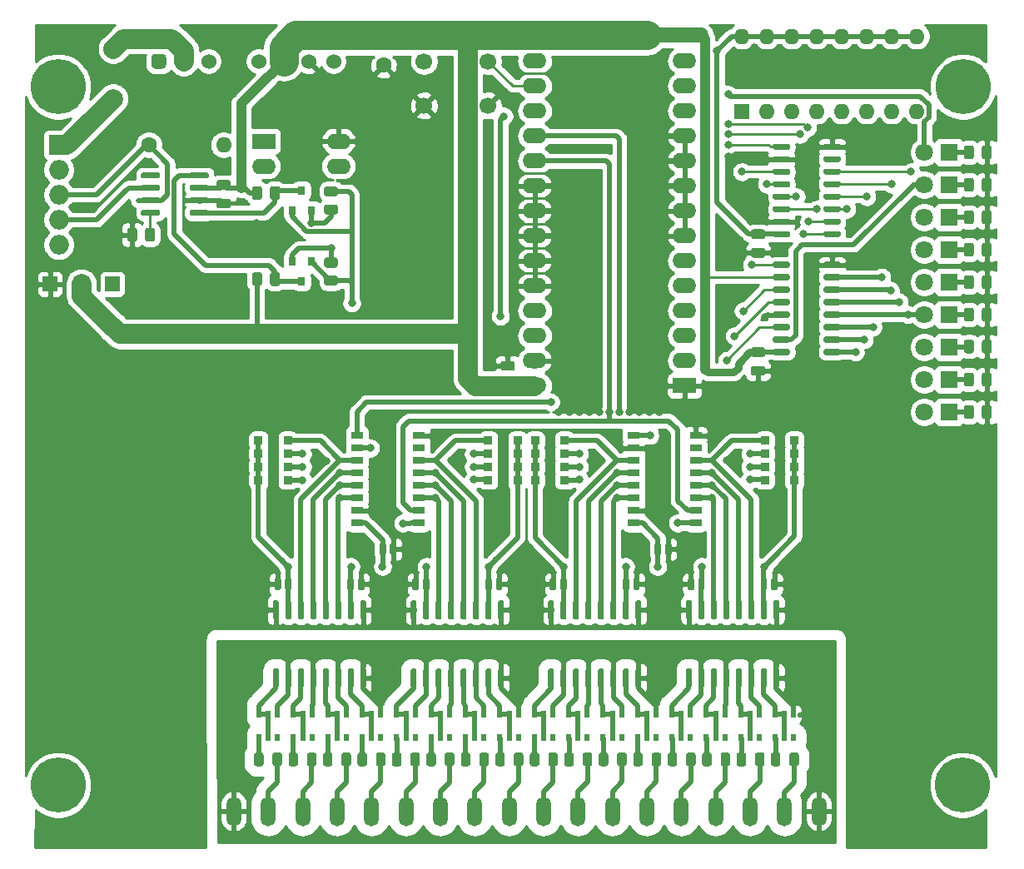
<source format=gtl>
G04 #@! TF.GenerationSoftware,KiCad,Pcbnew,(5.1.9-0-10_14)*
G04 #@! TF.CreationDate,2023-02-04T12:05:34+01:00*
G04 #@! TF.ProjectId,PDJRSIM,53494d31-3038-42e6-9b69-6361645f7063,221101*
G04 #@! TF.SameCoordinates,Original*
G04 #@! TF.FileFunction,Copper,L1,Top*
G04 #@! TF.FilePolarity,Positive*
%FSLAX46Y46*%
G04 Gerber Fmt 4.6, Leading zero omitted, Abs format (unit mm)*
G04 Created by KiCad (PCBNEW (5.1.9-0-10_14)) date 2023-02-04 12:05:34*
%MOMM*%
%LPD*%
G01*
G04 APERTURE LIST*
G04 #@! TA.AperFunction,ComponentPad*
%ADD10O,1.500000X3.000000*%
G04 #@! TD*
G04 #@! TA.AperFunction,SMDPad,CuDef*
%ADD11R,1.300000X0.800000*%
G04 #@! TD*
G04 #@! TA.AperFunction,SMDPad,CuDef*
%ADD12R,0.500000X0.800000*%
G04 #@! TD*
G04 #@! TA.AperFunction,SMDPad,CuDef*
%ADD13R,0.900000X0.900000*%
G04 #@! TD*
G04 #@! TA.AperFunction,ComponentPad*
%ADD14C,3.600000*%
G04 #@! TD*
G04 #@! TA.AperFunction,ConnectorPad*
%ADD15C,5.600000*%
G04 #@! TD*
G04 #@! TA.AperFunction,SMDPad,CuDef*
%ADD16R,0.800000X0.900000*%
G04 #@! TD*
G04 #@! TA.AperFunction,ComponentPad*
%ADD17O,1.600000X1.600000*%
G04 #@! TD*
G04 #@! TA.AperFunction,ComponentPad*
%ADD18R,1.600000X1.600000*%
G04 #@! TD*
G04 #@! TA.AperFunction,ComponentPad*
%ADD19R,1.500000X1.500000*%
G04 #@! TD*
G04 #@! TA.AperFunction,ComponentPad*
%ADD20C,1.524000*%
G04 #@! TD*
G04 #@! TA.AperFunction,ComponentPad*
%ADD21C,1.600000*%
G04 #@! TD*
G04 #@! TA.AperFunction,ComponentPad*
%ADD22C,1.700000*%
G04 #@! TD*
G04 #@! TA.AperFunction,ComponentPad*
%ADD23C,1.800000*%
G04 #@! TD*
G04 #@! TA.AperFunction,ComponentPad*
%ADD24R,1.800000X1.800000*%
G04 #@! TD*
G04 #@! TA.AperFunction,ComponentPad*
%ADD25O,2.000000X2.000000*%
G04 #@! TD*
G04 #@! TA.AperFunction,ComponentPad*
%ADD26R,2.000000X2.000000*%
G04 #@! TD*
G04 #@! TA.AperFunction,ComponentPad*
%ADD27O,2.400000X1.600000*%
G04 #@! TD*
G04 #@! TA.AperFunction,ComponentPad*
%ADD28R,2.400000X1.600000*%
G04 #@! TD*
G04 #@! TA.AperFunction,ComponentPad*
%ADD29C,2.000000*%
G04 #@! TD*
G04 #@! TA.AperFunction,ViaPad*
%ADD30C,0.800000*%
G04 #@! TD*
G04 #@! TA.AperFunction,Conductor*
%ADD31C,0.250000*%
G04 #@! TD*
G04 #@! TA.AperFunction,Conductor*
%ADD32C,1.500000*%
G04 #@! TD*
G04 #@! TA.AperFunction,Conductor*
%ADD33C,0.500000*%
G04 #@! TD*
G04 #@! TA.AperFunction,Conductor*
%ADD34C,3.000000*%
G04 #@! TD*
G04 #@! TA.AperFunction,Conductor*
%ADD35C,2.000000*%
G04 #@! TD*
G04 #@! TA.AperFunction,Conductor*
%ADD36C,1.000000*%
G04 #@! TD*
G04 #@! TA.AperFunction,Conductor*
%ADD37C,0.750000*%
G04 #@! TD*
G04 #@! TA.AperFunction,Conductor*
%ADD38C,0.254000*%
G04 #@! TD*
G04 #@! TA.AperFunction,Conductor*
%ADD39C,0.100000*%
G04 #@! TD*
G04 APERTURE END LIST*
D10*
X213987100Y-40589200D03*
X210487100Y-40589200D03*
X206987100Y-40589200D03*
X203487100Y-40589200D03*
X199987100Y-40589200D03*
X196487100Y-40589200D03*
X192987100Y-40589200D03*
X189487100Y-40589200D03*
X185987100Y-40589200D03*
G04 #@! TA.AperFunction,SMDPad,CuDef*
G36*
G01*
X210980400Y-35762250D02*
X210980400Y-34849750D01*
G75*
G02*
X211224150Y-34606000I243750J0D01*
G01*
X211711650Y-34606000D01*
G75*
G02*
X211955400Y-34849750I0J-243750D01*
G01*
X211955400Y-35762250D01*
G75*
G02*
X211711650Y-36006000I-243750J0D01*
G01*
X211224150Y-36006000D01*
G75*
G02*
X210980400Y-35762250I0J243750D01*
G01*
G37*
G04 #@! TD.AperFunction*
G04 #@! TA.AperFunction,SMDPad,CuDef*
G36*
G01*
X209105400Y-35762250D02*
X209105400Y-34849750D01*
G75*
G02*
X209349150Y-34606000I243750J0D01*
G01*
X209836650Y-34606000D01*
G75*
G02*
X210080400Y-34849750I0J-243750D01*
G01*
X210080400Y-35762250D01*
G75*
G02*
X209836650Y-36006000I-243750J0D01*
G01*
X209349150Y-36006000D01*
G75*
G02*
X209105400Y-35762250I0J243750D01*
G01*
G37*
G04 #@! TD.AperFunction*
G04 #@! TA.AperFunction,SMDPad,CuDef*
G36*
G01*
X207498300Y-35762250D02*
X207498300Y-34849750D01*
G75*
G02*
X207742050Y-34606000I243750J0D01*
G01*
X208229550Y-34606000D01*
G75*
G02*
X208473300Y-34849750I0J-243750D01*
G01*
X208473300Y-35762250D01*
G75*
G02*
X208229550Y-36006000I-243750J0D01*
G01*
X207742050Y-36006000D01*
G75*
G02*
X207498300Y-35762250I0J243750D01*
G01*
G37*
G04 #@! TD.AperFunction*
G04 #@! TA.AperFunction,SMDPad,CuDef*
G36*
G01*
X205623300Y-35762250D02*
X205623300Y-34849750D01*
G75*
G02*
X205867050Y-34606000I243750J0D01*
G01*
X206354550Y-34606000D01*
G75*
G02*
X206598300Y-34849750I0J-243750D01*
G01*
X206598300Y-35762250D01*
G75*
G02*
X206354550Y-36006000I-243750J0D01*
G01*
X205867050Y-36006000D01*
G75*
G02*
X205623300Y-35762250I0J243750D01*
G01*
G37*
G04 #@! TD.AperFunction*
G04 #@! TA.AperFunction,SMDPad,CuDef*
G36*
G01*
X203993100Y-35762250D02*
X203993100Y-34849750D01*
G75*
G02*
X204236850Y-34606000I243750J0D01*
G01*
X204724350Y-34606000D01*
G75*
G02*
X204968100Y-34849750I0J-243750D01*
G01*
X204968100Y-35762250D01*
G75*
G02*
X204724350Y-36006000I-243750J0D01*
G01*
X204236850Y-36006000D01*
G75*
G02*
X203993100Y-35762250I0J243750D01*
G01*
G37*
G04 #@! TD.AperFunction*
G04 #@! TA.AperFunction,SMDPad,CuDef*
G36*
G01*
X202118100Y-35762250D02*
X202118100Y-34849750D01*
G75*
G02*
X202361850Y-34606000I243750J0D01*
G01*
X202849350Y-34606000D01*
G75*
G02*
X203093100Y-34849750I0J-243750D01*
G01*
X203093100Y-35762250D01*
G75*
G02*
X202849350Y-36006000I-243750J0D01*
G01*
X202361850Y-36006000D01*
G75*
G02*
X202118100Y-35762250I0J243750D01*
G01*
G37*
G04 #@! TD.AperFunction*
G04 #@! TA.AperFunction,SMDPad,CuDef*
G36*
G01*
X200487900Y-35762250D02*
X200487900Y-34849750D01*
G75*
G02*
X200731650Y-34606000I243750J0D01*
G01*
X201219150Y-34606000D01*
G75*
G02*
X201462900Y-34849750I0J-243750D01*
G01*
X201462900Y-35762250D01*
G75*
G02*
X201219150Y-36006000I-243750J0D01*
G01*
X200731650Y-36006000D01*
G75*
G02*
X200487900Y-35762250I0J243750D01*
G01*
G37*
G04 #@! TD.AperFunction*
G04 #@! TA.AperFunction,SMDPad,CuDef*
G36*
G01*
X198612900Y-35762250D02*
X198612900Y-34849750D01*
G75*
G02*
X198856650Y-34606000I243750J0D01*
G01*
X199344150Y-34606000D01*
G75*
G02*
X199587900Y-34849750I0J-243750D01*
G01*
X199587900Y-35762250D01*
G75*
G02*
X199344150Y-36006000I-243750J0D01*
G01*
X198856650Y-36006000D01*
G75*
G02*
X198612900Y-35762250I0J243750D01*
G01*
G37*
G04 #@! TD.AperFunction*
G04 #@! TA.AperFunction,SMDPad,CuDef*
G36*
G01*
X196982700Y-35762250D02*
X196982700Y-34849750D01*
G75*
G02*
X197226450Y-34606000I243750J0D01*
G01*
X197713950Y-34606000D01*
G75*
G02*
X197957700Y-34849750I0J-243750D01*
G01*
X197957700Y-35762250D01*
G75*
G02*
X197713950Y-36006000I-243750J0D01*
G01*
X197226450Y-36006000D01*
G75*
G02*
X196982700Y-35762250I0J243750D01*
G01*
G37*
G04 #@! TD.AperFunction*
G04 #@! TA.AperFunction,SMDPad,CuDef*
G36*
G01*
X195107700Y-35762250D02*
X195107700Y-34849750D01*
G75*
G02*
X195351450Y-34606000I243750J0D01*
G01*
X195838950Y-34606000D01*
G75*
G02*
X196082700Y-34849750I0J-243750D01*
G01*
X196082700Y-35762250D01*
G75*
G02*
X195838950Y-36006000I-243750J0D01*
G01*
X195351450Y-36006000D01*
G75*
G02*
X195107700Y-35762250I0J243750D01*
G01*
G37*
G04 #@! TD.AperFunction*
G04 #@! TA.AperFunction,SMDPad,CuDef*
G36*
G01*
X193477500Y-35762250D02*
X193477500Y-34849750D01*
G75*
G02*
X193721250Y-34606000I243750J0D01*
G01*
X194208750Y-34606000D01*
G75*
G02*
X194452500Y-34849750I0J-243750D01*
G01*
X194452500Y-35762250D01*
G75*
G02*
X194208750Y-36006000I-243750J0D01*
G01*
X193721250Y-36006000D01*
G75*
G02*
X193477500Y-35762250I0J243750D01*
G01*
G37*
G04 #@! TD.AperFunction*
G04 #@! TA.AperFunction,SMDPad,CuDef*
G36*
G01*
X191602500Y-35762250D02*
X191602500Y-34849750D01*
G75*
G02*
X191846250Y-34606000I243750J0D01*
G01*
X192333750Y-34606000D01*
G75*
G02*
X192577500Y-34849750I0J-243750D01*
G01*
X192577500Y-35762250D01*
G75*
G02*
X192333750Y-36006000I-243750J0D01*
G01*
X191846250Y-36006000D01*
G75*
G02*
X191602500Y-35762250I0J243750D01*
G01*
G37*
G04 #@! TD.AperFunction*
G04 #@! TA.AperFunction,SMDPad,CuDef*
G36*
G01*
X189972300Y-35762250D02*
X189972300Y-34849750D01*
G75*
G02*
X190216050Y-34606000I243750J0D01*
G01*
X190703550Y-34606000D01*
G75*
G02*
X190947300Y-34849750I0J-243750D01*
G01*
X190947300Y-35762250D01*
G75*
G02*
X190703550Y-36006000I-243750J0D01*
G01*
X190216050Y-36006000D01*
G75*
G02*
X189972300Y-35762250I0J243750D01*
G01*
G37*
G04 #@! TD.AperFunction*
G04 #@! TA.AperFunction,SMDPad,CuDef*
G36*
G01*
X188097300Y-35762250D02*
X188097300Y-34849750D01*
G75*
G02*
X188341050Y-34606000I243750J0D01*
G01*
X188828550Y-34606000D01*
G75*
G02*
X189072300Y-34849750I0J-243750D01*
G01*
X189072300Y-35762250D01*
G75*
G02*
X188828550Y-36006000I-243750J0D01*
G01*
X188341050Y-36006000D01*
G75*
G02*
X188097300Y-35762250I0J243750D01*
G01*
G37*
G04 #@! TD.AperFunction*
G04 #@! TA.AperFunction,SMDPad,CuDef*
G36*
G01*
X186467100Y-35762250D02*
X186467100Y-34849750D01*
G75*
G02*
X186710850Y-34606000I243750J0D01*
G01*
X187198350Y-34606000D01*
G75*
G02*
X187442100Y-34849750I0J-243750D01*
G01*
X187442100Y-35762250D01*
G75*
G02*
X187198350Y-36006000I-243750J0D01*
G01*
X186710850Y-36006000D01*
G75*
G02*
X186467100Y-35762250I0J243750D01*
G01*
G37*
G04 #@! TD.AperFunction*
G04 #@! TA.AperFunction,SMDPad,CuDef*
G36*
G01*
X184592100Y-35762250D02*
X184592100Y-34849750D01*
G75*
G02*
X184835850Y-34606000I243750J0D01*
G01*
X185323350Y-34606000D01*
G75*
G02*
X185567100Y-34849750I0J-243750D01*
G01*
X185567100Y-35762250D01*
G75*
G02*
X185323350Y-36006000I-243750J0D01*
G01*
X184835850Y-36006000D01*
G75*
G02*
X184592100Y-35762250I0J243750D01*
G01*
G37*
G04 #@! TD.AperFunction*
G04 #@! TA.AperFunction,SMDPad,CuDef*
G36*
G01*
X182961900Y-35762250D02*
X182961900Y-34849750D01*
G75*
G02*
X183205650Y-34606000I243750J0D01*
G01*
X183693150Y-34606000D01*
G75*
G02*
X183936900Y-34849750I0J-243750D01*
G01*
X183936900Y-35762250D01*
G75*
G02*
X183693150Y-36006000I-243750J0D01*
G01*
X183205650Y-36006000D01*
G75*
G02*
X182961900Y-35762250I0J243750D01*
G01*
G37*
G04 #@! TD.AperFunction*
G04 #@! TA.AperFunction,SMDPad,CuDef*
G36*
G01*
X181086900Y-35762250D02*
X181086900Y-34849750D01*
G75*
G02*
X181330650Y-34606000I243750J0D01*
G01*
X181818150Y-34606000D01*
G75*
G02*
X182061900Y-34849750I0J-243750D01*
G01*
X182061900Y-35762250D01*
G75*
G02*
X181818150Y-36006000I-243750J0D01*
G01*
X181330650Y-36006000D01*
G75*
G02*
X181086900Y-35762250I0J243750D01*
G01*
G37*
G04 #@! TD.AperFunction*
G04 #@! TA.AperFunction,SMDPad,CuDef*
G36*
G01*
X179456700Y-35762250D02*
X179456700Y-34849750D01*
G75*
G02*
X179700450Y-34606000I243750J0D01*
G01*
X180187950Y-34606000D01*
G75*
G02*
X180431700Y-34849750I0J-243750D01*
G01*
X180431700Y-35762250D01*
G75*
G02*
X180187950Y-36006000I-243750J0D01*
G01*
X179700450Y-36006000D01*
G75*
G02*
X179456700Y-35762250I0J243750D01*
G01*
G37*
G04 #@! TD.AperFunction*
G04 #@! TA.AperFunction,SMDPad,CuDef*
G36*
G01*
X177581700Y-35762250D02*
X177581700Y-34849750D01*
G75*
G02*
X177825450Y-34606000I243750J0D01*
G01*
X178312950Y-34606000D01*
G75*
G02*
X178556700Y-34849750I0J-243750D01*
G01*
X178556700Y-35762250D01*
G75*
G02*
X178312950Y-36006000I-243750J0D01*
G01*
X177825450Y-36006000D01*
G75*
G02*
X177581700Y-35762250I0J243750D01*
G01*
G37*
G04 #@! TD.AperFunction*
G04 #@! TA.AperFunction,SMDPad,CuDef*
G36*
G01*
X175951500Y-35762250D02*
X175951500Y-34849750D01*
G75*
G02*
X176195250Y-34606000I243750J0D01*
G01*
X176682750Y-34606000D01*
G75*
G02*
X176926500Y-34849750I0J-243750D01*
G01*
X176926500Y-35762250D01*
G75*
G02*
X176682750Y-36006000I-243750J0D01*
G01*
X176195250Y-36006000D01*
G75*
G02*
X175951500Y-35762250I0J243750D01*
G01*
G37*
G04 #@! TD.AperFunction*
G04 #@! TA.AperFunction,SMDPad,CuDef*
G36*
G01*
X174076500Y-35762250D02*
X174076500Y-34849750D01*
G75*
G02*
X174320250Y-34606000I243750J0D01*
G01*
X174807750Y-34606000D01*
G75*
G02*
X175051500Y-34849750I0J-243750D01*
G01*
X175051500Y-35762250D01*
G75*
G02*
X174807750Y-36006000I-243750J0D01*
G01*
X174320250Y-36006000D01*
G75*
G02*
X174076500Y-35762250I0J243750D01*
G01*
G37*
G04 #@! TD.AperFunction*
G04 #@! TA.AperFunction,SMDPad,CuDef*
G36*
G01*
X172446300Y-35762250D02*
X172446300Y-34849750D01*
G75*
G02*
X172690050Y-34606000I243750J0D01*
G01*
X173177550Y-34606000D01*
G75*
G02*
X173421300Y-34849750I0J-243750D01*
G01*
X173421300Y-35762250D01*
G75*
G02*
X173177550Y-36006000I-243750J0D01*
G01*
X172690050Y-36006000D01*
G75*
G02*
X172446300Y-35762250I0J243750D01*
G01*
G37*
G04 #@! TD.AperFunction*
G04 #@! TA.AperFunction,SMDPad,CuDef*
G36*
G01*
X170571300Y-35762250D02*
X170571300Y-34849750D01*
G75*
G02*
X170815050Y-34606000I243750J0D01*
G01*
X171302550Y-34606000D01*
G75*
G02*
X171546300Y-34849750I0J-243750D01*
G01*
X171546300Y-35762250D01*
G75*
G02*
X171302550Y-36006000I-243750J0D01*
G01*
X170815050Y-36006000D01*
G75*
G02*
X170571300Y-35762250I0J243750D01*
G01*
G37*
G04 #@! TD.AperFunction*
G04 #@! TA.AperFunction,SMDPad,CuDef*
G36*
G01*
X168941100Y-35762250D02*
X168941100Y-34849750D01*
G75*
G02*
X169184850Y-34606000I243750J0D01*
G01*
X169672350Y-34606000D01*
G75*
G02*
X169916100Y-34849750I0J-243750D01*
G01*
X169916100Y-35762250D01*
G75*
G02*
X169672350Y-36006000I-243750J0D01*
G01*
X169184850Y-36006000D01*
G75*
G02*
X168941100Y-35762250I0J243750D01*
G01*
G37*
G04 #@! TD.AperFunction*
G04 #@! TA.AperFunction,SMDPad,CuDef*
G36*
G01*
X167066100Y-35762250D02*
X167066100Y-34849750D01*
G75*
G02*
X167309850Y-34606000I243750J0D01*
G01*
X167797350Y-34606000D01*
G75*
G02*
X168041100Y-34849750I0J-243750D01*
G01*
X168041100Y-35762250D01*
G75*
G02*
X167797350Y-36006000I-243750J0D01*
G01*
X167309850Y-36006000D01*
G75*
G02*
X167066100Y-35762250I0J243750D01*
G01*
G37*
G04 #@! TD.AperFunction*
G04 #@! TA.AperFunction,SMDPad,CuDef*
G36*
G01*
X165435900Y-35762250D02*
X165435900Y-34849750D01*
G75*
G02*
X165679650Y-34606000I243750J0D01*
G01*
X166167150Y-34606000D01*
G75*
G02*
X166410900Y-34849750I0J-243750D01*
G01*
X166410900Y-35762250D01*
G75*
G02*
X166167150Y-36006000I-243750J0D01*
G01*
X165679650Y-36006000D01*
G75*
G02*
X165435900Y-35762250I0J243750D01*
G01*
G37*
G04 #@! TD.AperFunction*
G04 #@! TA.AperFunction,SMDPad,CuDef*
G36*
G01*
X163560900Y-35762250D02*
X163560900Y-34849750D01*
G75*
G02*
X163804650Y-34606000I243750J0D01*
G01*
X164292150Y-34606000D01*
G75*
G02*
X164535900Y-34849750I0J-243750D01*
G01*
X164535900Y-35762250D01*
G75*
G02*
X164292150Y-36006000I-243750J0D01*
G01*
X163804650Y-36006000D01*
G75*
G02*
X163560900Y-35762250I0J243750D01*
G01*
G37*
G04 #@! TD.AperFunction*
G04 #@! TA.AperFunction,SMDPad,CuDef*
G36*
G01*
X161930700Y-35762250D02*
X161930700Y-34849750D01*
G75*
G02*
X162174450Y-34606000I243750J0D01*
G01*
X162661950Y-34606000D01*
G75*
G02*
X162905700Y-34849750I0J-243750D01*
G01*
X162905700Y-35762250D01*
G75*
G02*
X162661950Y-36006000I-243750J0D01*
G01*
X162174450Y-36006000D01*
G75*
G02*
X161930700Y-35762250I0J243750D01*
G01*
G37*
G04 #@! TD.AperFunction*
G04 #@! TA.AperFunction,SMDPad,CuDef*
G36*
G01*
X160055700Y-35762250D02*
X160055700Y-34849750D01*
G75*
G02*
X160299450Y-34606000I243750J0D01*
G01*
X160786950Y-34606000D01*
G75*
G02*
X161030700Y-34849750I0J-243750D01*
G01*
X161030700Y-35762250D01*
G75*
G02*
X160786950Y-36006000I-243750J0D01*
G01*
X160299450Y-36006000D01*
G75*
G02*
X160055700Y-35762250I0J243750D01*
G01*
G37*
G04 #@! TD.AperFunction*
G04 #@! TA.AperFunction,SMDPad,CuDef*
G36*
G01*
X158425500Y-35762250D02*
X158425500Y-34849750D01*
G75*
G02*
X158669250Y-34606000I243750J0D01*
G01*
X159156750Y-34606000D01*
G75*
G02*
X159400500Y-34849750I0J-243750D01*
G01*
X159400500Y-35762250D01*
G75*
G02*
X159156750Y-36006000I-243750J0D01*
G01*
X158669250Y-36006000D01*
G75*
G02*
X158425500Y-35762250I0J243750D01*
G01*
G37*
G04 #@! TD.AperFunction*
G04 #@! TA.AperFunction,SMDPad,CuDef*
G36*
G01*
X156550500Y-35762250D02*
X156550500Y-34849750D01*
G75*
G02*
X156794250Y-34606000I243750J0D01*
G01*
X157281750Y-34606000D01*
G75*
G02*
X157525500Y-34849750I0J-243750D01*
G01*
X157525500Y-35762250D01*
G75*
G02*
X157281750Y-36006000I-243750J0D01*
G01*
X156794250Y-36006000D01*
G75*
G02*
X156550500Y-35762250I0J243750D01*
G01*
G37*
G04 #@! TD.AperFunction*
D11*
X195160700Y-11257200D03*
X195160700Y-9977200D03*
X195160700Y-8717200D03*
X195160700Y-7447200D03*
X195160700Y-6167200D03*
X195160700Y-4897200D03*
X195160700Y-3637200D03*
X195160700Y-2357200D03*
X201460700Y-2357200D03*
X201460700Y-3637200D03*
X201460700Y-4897200D03*
X201460700Y-6167200D03*
X201460700Y-7447200D03*
X201460700Y-8717200D03*
X201460700Y-9977200D03*
X201460700Y-11257200D03*
D12*
X209537100Y-30709200D03*
X209537100Y-33109200D03*
X210487100Y-30709200D03*
X210487100Y-33109200D03*
X211437100Y-30709200D03*
X211437100Y-33109200D03*
X206037100Y-30709200D03*
X206037100Y-33109200D03*
X206987100Y-30709200D03*
X206987100Y-33109200D03*
X207937100Y-30709200D03*
X207937100Y-33109200D03*
X202537100Y-30709200D03*
X202537100Y-33109200D03*
X203487100Y-30709200D03*
X203487100Y-33109200D03*
X204437100Y-30709200D03*
X204437100Y-33109200D03*
X199037100Y-30709200D03*
X199037100Y-33109200D03*
X199987100Y-30709200D03*
X199987100Y-33109200D03*
X200937100Y-30709200D03*
X200937100Y-33109200D03*
X195537100Y-30709200D03*
X195537100Y-33109200D03*
X196487100Y-30709200D03*
X196487100Y-33109200D03*
X197437100Y-30709200D03*
X197437100Y-33109200D03*
X192037100Y-30709200D03*
X192037100Y-33109200D03*
X192987100Y-30709200D03*
X192987100Y-33109200D03*
X193937100Y-30709200D03*
X193937100Y-33109200D03*
X188537100Y-30709200D03*
X188537100Y-33109200D03*
X189487100Y-30709200D03*
X189487100Y-33109200D03*
X190437100Y-30709200D03*
X190437100Y-33109200D03*
X185037100Y-30709200D03*
X185037100Y-33109200D03*
X185987100Y-30709200D03*
X185987100Y-33109200D03*
X186937100Y-30709200D03*
X186937100Y-33109200D03*
X181541100Y-30709200D03*
X181541100Y-33109200D03*
X182491100Y-30709200D03*
X182491100Y-33109200D03*
X183441100Y-30709200D03*
X183441100Y-33109200D03*
X178041100Y-30709200D03*
X178041100Y-33109200D03*
X178991100Y-30709200D03*
X178991100Y-33109200D03*
X179941100Y-30709200D03*
X179941100Y-33109200D03*
X174541100Y-30709200D03*
X174541100Y-33109200D03*
X175491100Y-30709200D03*
X175491100Y-33109200D03*
X176441100Y-30709200D03*
X176441100Y-33109200D03*
X171041100Y-30709200D03*
X171041100Y-33109200D03*
X171991100Y-30709200D03*
X171991100Y-33109200D03*
X172941100Y-30709200D03*
X172941100Y-33109200D03*
X167541100Y-30709200D03*
X167541100Y-33109200D03*
X168491100Y-30709200D03*
X168491100Y-33109200D03*
X169441100Y-30709200D03*
X169441100Y-33109200D03*
X164041100Y-30709200D03*
X164041100Y-33109200D03*
X164991100Y-30709200D03*
X164991100Y-33109200D03*
X165941100Y-30709200D03*
X165941100Y-33109200D03*
X160541100Y-30709200D03*
X160541100Y-33109200D03*
X161491100Y-30709200D03*
X161491100Y-33109200D03*
X162441100Y-30709200D03*
X162441100Y-33109200D03*
X157041100Y-30709200D03*
X157041100Y-33109200D03*
X157991100Y-30709200D03*
X157991100Y-33109200D03*
X158941100Y-30709200D03*
X158941100Y-33109200D03*
D10*
X182491100Y-40589200D03*
X178991100Y-40589200D03*
X175491100Y-40589200D03*
X171991100Y-40589200D03*
X168491100Y-40589200D03*
X164991100Y-40589200D03*
X161491100Y-40589200D03*
X157991100Y-40589200D03*
X154491100Y-40589200D03*
G04 #@! TA.AperFunction,SMDPad,CuDef*
G36*
G01*
X200924500Y-21096200D02*
X200624500Y-21096200D01*
G75*
G02*
X200474500Y-20946200I0J150000D01*
G01*
X200474500Y-19271200D01*
G75*
G02*
X200624500Y-19121200I150000J0D01*
G01*
X200924500Y-19121200D01*
G75*
G02*
X201074500Y-19271200I0J-150000D01*
G01*
X201074500Y-20946200D01*
G75*
G02*
X200924500Y-21096200I-150000J0D01*
G01*
G37*
G04 #@! TD.AperFunction*
G04 #@! TA.AperFunction,SMDPad,CuDef*
G36*
G01*
X202194500Y-21096200D02*
X201894500Y-21096200D01*
G75*
G02*
X201744500Y-20946200I0J150000D01*
G01*
X201744500Y-19271200D01*
G75*
G02*
X201894500Y-19121200I150000J0D01*
G01*
X202194500Y-19121200D01*
G75*
G02*
X202344500Y-19271200I0J-150000D01*
G01*
X202344500Y-20946200D01*
G75*
G02*
X202194500Y-21096200I-150000J0D01*
G01*
G37*
G04 #@! TD.AperFunction*
G04 #@! TA.AperFunction,SMDPad,CuDef*
G36*
G01*
X203464500Y-21096200D02*
X203164500Y-21096200D01*
G75*
G02*
X203014500Y-20946200I0J150000D01*
G01*
X203014500Y-19271200D01*
G75*
G02*
X203164500Y-19121200I150000J0D01*
G01*
X203464500Y-19121200D01*
G75*
G02*
X203614500Y-19271200I0J-150000D01*
G01*
X203614500Y-20946200D01*
G75*
G02*
X203464500Y-21096200I-150000J0D01*
G01*
G37*
G04 #@! TD.AperFunction*
G04 #@! TA.AperFunction,SMDPad,CuDef*
G36*
G01*
X204734500Y-21096200D02*
X204434500Y-21096200D01*
G75*
G02*
X204284500Y-20946200I0J150000D01*
G01*
X204284500Y-19271200D01*
G75*
G02*
X204434500Y-19121200I150000J0D01*
G01*
X204734500Y-19121200D01*
G75*
G02*
X204884500Y-19271200I0J-150000D01*
G01*
X204884500Y-20946200D01*
G75*
G02*
X204734500Y-21096200I-150000J0D01*
G01*
G37*
G04 #@! TD.AperFunction*
G04 #@! TA.AperFunction,SMDPad,CuDef*
G36*
G01*
X206004500Y-21096200D02*
X205704500Y-21096200D01*
G75*
G02*
X205554500Y-20946200I0J150000D01*
G01*
X205554500Y-19271200D01*
G75*
G02*
X205704500Y-19121200I150000J0D01*
G01*
X206004500Y-19121200D01*
G75*
G02*
X206154500Y-19271200I0J-150000D01*
G01*
X206154500Y-20946200D01*
G75*
G02*
X206004500Y-21096200I-150000J0D01*
G01*
G37*
G04 #@! TD.AperFunction*
G04 #@! TA.AperFunction,SMDPad,CuDef*
G36*
G01*
X207274500Y-21096200D02*
X206974500Y-21096200D01*
G75*
G02*
X206824500Y-20946200I0J150000D01*
G01*
X206824500Y-19271200D01*
G75*
G02*
X206974500Y-19121200I150000J0D01*
G01*
X207274500Y-19121200D01*
G75*
G02*
X207424500Y-19271200I0J-150000D01*
G01*
X207424500Y-20946200D01*
G75*
G02*
X207274500Y-21096200I-150000J0D01*
G01*
G37*
G04 #@! TD.AperFunction*
G04 #@! TA.AperFunction,SMDPad,CuDef*
G36*
G01*
X208544500Y-21096200D02*
X208244500Y-21096200D01*
G75*
G02*
X208094500Y-20946200I0J150000D01*
G01*
X208094500Y-19271200D01*
G75*
G02*
X208244500Y-19121200I150000J0D01*
G01*
X208544500Y-19121200D01*
G75*
G02*
X208694500Y-19271200I0J-150000D01*
G01*
X208694500Y-20946200D01*
G75*
G02*
X208544500Y-21096200I-150000J0D01*
G01*
G37*
G04 #@! TD.AperFunction*
G04 #@! TA.AperFunction,SMDPad,CuDef*
G36*
G01*
X209814500Y-21096200D02*
X209514500Y-21096200D01*
G75*
G02*
X209364500Y-20946200I0J150000D01*
G01*
X209364500Y-19271200D01*
G75*
G02*
X209514500Y-19121200I150000J0D01*
G01*
X209814500Y-19121200D01*
G75*
G02*
X209964500Y-19271200I0J-150000D01*
G01*
X209964500Y-20946200D01*
G75*
G02*
X209814500Y-21096200I-150000J0D01*
G01*
G37*
G04 #@! TD.AperFunction*
G04 #@! TA.AperFunction,SMDPad,CuDef*
G36*
G01*
X209814500Y-28021200D02*
X209514500Y-28021200D01*
G75*
G02*
X209364500Y-27871200I0J150000D01*
G01*
X209364500Y-26196200D01*
G75*
G02*
X209514500Y-26046200I150000J0D01*
G01*
X209814500Y-26046200D01*
G75*
G02*
X209964500Y-26196200I0J-150000D01*
G01*
X209964500Y-27871200D01*
G75*
G02*
X209814500Y-28021200I-150000J0D01*
G01*
G37*
G04 #@! TD.AperFunction*
G04 #@! TA.AperFunction,SMDPad,CuDef*
G36*
G01*
X208544500Y-28021200D02*
X208244500Y-28021200D01*
G75*
G02*
X208094500Y-27871200I0J150000D01*
G01*
X208094500Y-26196200D01*
G75*
G02*
X208244500Y-26046200I150000J0D01*
G01*
X208544500Y-26046200D01*
G75*
G02*
X208694500Y-26196200I0J-150000D01*
G01*
X208694500Y-27871200D01*
G75*
G02*
X208544500Y-28021200I-150000J0D01*
G01*
G37*
G04 #@! TD.AperFunction*
G04 #@! TA.AperFunction,SMDPad,CuDef*
G36*
G01*
X207274500Y-28021200D02*
X206974500Y-28021200D01*
G75*
G02*
X206824500Y-27871200I0J150000D01*
G01*
X206824500Y-26196200D01*
G75*
G02*
X206974500Y-26046200I150000J0D01*
G01*
X207274500Y-26046200D01*
G75*
G02*
X207424500Y-26196200I0J-150000D01*
G01*
X207424500Y-27871200D01*
G75*
G02*
X207274500Y-28021200I-150000J0D01*
G01*
G37*
G04 #@! TD.AperFunction*
G04 #@! TA.AperFunction,SMDPad,CuDef*
G36*
G01*
X206004500Y-28021200D02*
X205704500Y-28021200D01*
G75*
G02*
X205554500Y-27871200I0J150000D01*
G01*
X205554500Y-26196200D01*
G75*
G02*
X205704500Y-26046200I150000J0D01*
G01*
X206004500Y-26046200D01*
G75*
G02*
X206154500Y-26196200I0J-150000D01*
G01*
X206154500Y-27871200D01*
G75*
G02*
X206004500Y-28021200I-150000J0D01*
G01*
G37*
G04 #@! TD.AperFunction*
G04 #@! TA.AperFunction,SMDPad,CuDef*
G36*
G01*
X204734500Y-28021200D02*
X204434500Y-28021200D01*
G75*
G02*
X204284500Y-27871200I0J150000D01*
G01*
X204284500Y-26196200D01*
G75*
G02*
X204434500Y-26046200I150000J0D01*
G01*
X204734500Y-26046200D01*
G75*
G02*
X204884500Y-26196200I0J-150000D01*
G01*
X204884500Y-27871200D01*
G75*
G02*
X204734500Y-28021200I-150000J0D01*
G01*
G37*
G04 #@! TD.AperFunction*
G04 #@! TA.AperFunction,SMDPad,CuDef*
G36*
G01*
X203464500Y-28021200D02*
X203164500Y-28021200D01*
G75*
G02*
X203014500Y-27871200I0J150000D01*
G01*
X203014500Y-26196200D01*
G75*
G02*
X203164500Y-26046200I150000J0D01*
G01*
X203464500Y-26046200D01*
G75*
G02*
X203614500Y-26196200I0J-150000D01*
G01*
X203614500Y-27871200D01*
G75*
G02*
X203464500Y-28021200I-150000J0D01*
G01*
G37*
G04 #@! TD.AperFunction*
G04 #@! TA.AperFunction,SMDPad,CuDef*
G36*
G01*
X202194500Y-28021200D02*
X201894500Y-28021200D01*
G75*
G02*
X201744500Y-27871200I0J150000D01*
G01*
X201744500Y-26196200D01*
G75*
G02*
X201894500Y-26046200I150000J0D01*
G01*
X202194500Y-26046200D01*
G75*
G02*
X202344500Y-26196200I0J-150000D01*
G01*
X202344500Y-27871200D01*
G75*
G02*
X202194500Y-28021200I-150000J0D01*
G01*
G37*
G04 #@! TD.AperFunction*
G04 #@! TA.AperFunction,SMDPad,CuDef*
G36*
G01*
X200924500Y-28021200D02*
X200624500Y-28021200D01*
G75*
G02*
X200474500Y-27871200I0J150000D01*
G01*
X200474500Y-26196200D01*
G75*
G02*
X200624500Y-26046200I150000J0D01*
G01*
X200924500Y-26046200D01*
G75*
G02*
X201074500Y-26196200I0J-150000D01*
G01*
X201074500Y-27871200D01*
G75*
G02*
X200924500Y-28021200I-150000J0D01*
G01*
G37*
G04 #@! TD.AperFunction*
G04 #@! TA.AperFunction,SMDPad,CuDef*
G36*
G01*
X186903700Y-21096200D02*
X186603700Y-21096200D01*
G75*
G02*
X186453700Y-20946200I0J150000D01*
G01*
X186453700Y-19271200D01*
G75*
G02*
X186603700Y-19121200I150000J0D01*
G01*
X186903700Y-19121200D01*
G75*
G02*
X187053700Y-19271200I0J-150000D01*
G01*
X187053700Y-20946200D01*
G75*
G02*
X186903700Y-21096200I-150000J0D01*
G01*
G37*
G04 #@! TD.AperFunction*
G04 #@! TA.AperFunction,SMDPad,CuDef*
G36*
G01*
X188173700Y-21096200D02*
X187873700Y-21096200D01*
G75*
G02*
X187723700Y-20946200I0J150000D01*
G01*
X187723700Y-19271200D01*
G75*
G02*
X187873700Y-19121200I150000J0D01*
G01*
X188173700Y-19121200D01*
G75*
G02*
X188323700Y-19271200I0J-150000D01*
G01*
X188323700Y-20946200D01*
G75*
G02*
X188173700Y-21096200I-150000J0D01*
G01*
G37*
G04 #@! TD.AperFunction*
G04 #@! TA.AperFunction,SMDPad,CuDef*
G36*
G01*
X189443700Y-21096200D02*
X189143700Y-21096200D01*
G75*
G02*
X188993700Y-20946200I0J150000D01*
G01*
X188993700Y-19271200D01*
G75*
G02*
X189143700Y-19121200I150000J0D01*
G01*
X189443700Y-19121200D01*
G75*
G02*
X189593700Y-19271200I0J-150000D01*
G01*
X189593700Y-20946200D01*
G75*
G02*
X189443700Y-21096200I-150000J0D01*
G01*
G37*
G04 #@! TD.AperFunction*
G04 #@! TA.AperFunction,SMDPad,CuDef*
G36*
G01*
X190713700Y-21096200D02*
X190413700Y-21096200D01*
G75*
G02*
X190263700Y-20946200I0J150000D01*
G01*
X190263700Y-19271200D01*
G75*
G02*
X190413700Y-19121200I150000J0D01*
G01*
X190713700Y-19121200D01*
G75*
G02*
X190863700Y-19271200I0J-150000D01*
G01*
X190863700Y-20946200D01*
G75*
G02*
X190713700Y-21096200I-150000J0D01*
G01*
G37*
G04 #@! TD.AperFunction*
G04 #@! TA.AperFunction,SMDPad,CuDef*
G36*
G01*
X191983700Y-21096200D02*
X191683700Y-21096200D01*
G75*
G02*
X191533700Y-20946200I0J150000D01*
G01*
X191533700Y-19271200D01*
G75*
G02*
X191683700Y-19121200I150000J0D01*
G01*
X191983700Y-19121200D01*
G75*
G02*
X192133700Y-19271200I0J-150000D01*
G01*
X192133700Y-20946200D01*
G75*
G02*
X191983700Y-21096200I-150000J0D01*
G01*
G37*
G04 #@! TD.AperFunction*
G04 #@! TA.AperFunction,SMDPad,CuDef*
G36*
G01*
X193253700Y-21096200D02*
X192953700Y-21096200D01*
G75*
G02*
X192803700Y-20946200I0J150000D01*
G01*
X192803700Y-19271200D01*
G75*
G02*
X192953700Y-19121200I150000J0D01*
G01*
X193253700Y-19121200D01*
G75*
G02*
X193403700Y-19271200I0J-150000D01*
G01*
X193403700Y-20946200D01*
G75*
G02*
X193253700Y-21096200I-150000J0D01*
G01*
G37*
G04 #@! TD.AperFunction*
G04 #@! TA.AperFunction,SMDPad,CuDef*
G36*
G01*
X194523700Y-21096200D02*
X194223700Y-21096200D01*
G75*
G02*
X194073700Y-20946200I0J150000D01*
G01*
X194073700Y-19271200D01*
G75*
G02*
X194223700Y-19121200I150000J0D01*
G01*
X194523700Y-19121200D01*
G75*
G02*
X194673700Y-19271200I0J-150000D01*
G01*
X194673700Y-20946200D01*
G75*
G02*
X194523700Y-21096200I-150000J0D01*
G01*
G37*
G04 #@! TD.AperFunction*
G04 #@! TA.AperFunction,SMDPad,CuDef*
G36*
G01*
X195793700Y-21096200D02*
X195493700Y-21096200D01*
G75*
G02*
X195343700Y-20946200I0J150000D01*
G01*
X195343700Y-19271200D01*
G75*
G02*
X195493700Y-19121200I150000J0D01*
G01*
X195793700Y-19121200D01*
G75*
G02*
X195943700Y-19271200I0J-150000D01*
G01*
X195943700Y-20946200D01*
G75*
G02*
X195793700Y-21096200I-150000J0D01*
G01*
G37*
G04 #@! TD.AperFunction*
G04 #@! TA.AperFunction,SMDPad,CuDef*
G36*
G01*
X195793700Y-28021200D02*
X195493700Y-28021200D01*
G75*
G02*
X195343700Y-27871200I0J150000D01*
G01*
X195343700Y-26196200D01*
G75*
G02*
X195493700Y-26046200I150000J0D01*
G01*
X195793700Y-26046200D01*
G75*
G02*
X195943700Y-26196200I0J-150000D01*
G01*
X195943700Y-27871200D01*
G75*
G02*
X195793700Y-28021200I-150000J0D01*
G01*
G37*
G04 #@! TD.AperFunction*
G04 #@! TA.AperFunction,SMDPad,CuDef*
G36*
G01*
X194523700Y-28021200D02*
X194223700Y-28021200D01*
G75*
G02*
X194073700Y-27871200I0J150000D01*
G01*
X194073700Y-26196200D01*
G75*
G02*
X194223700Y-26046200I150000J0D01*
G01*
X194523700Y-26046200D01*
G75*
G02*
X194673700Y-26196200I0J-150000D01*
G01*
X194673700Y-27871200D01*
G75*
G02*
X194523700Y-28021200I-150000J0D01*
G01*
G37*
G04 #@! TD.AperFunction*
G04 #@! TA.AperFunction,SMDPad,CuDef*
G36*
G01*
X193253700Y-28021200D02*
X192953700Y-28021200D01*
G75*
G02*
X192803700Y-27871200I0J150000D01*
G01*
X192803700Y-26196200D01*
G75*
G02*
X192953700Y-26046200I150000J0D01*
G01*
X193253700Y-26046200D01*
G75*
G02*
X193403700Y-26196200I0J-150000D01*
G01*
X193403700Y-27871200D01*
G75*
G02*
X193253700Y-28021200I-150000J0D01*
G01*
G37*
G04 #@! TD.AperFunction*
G04 #@! TA.AperFunction,SMDPad,CuDef*
G36*
G01*
X191983700Y-28021200D02*
X191683700Y-28021200D01*
G75*
G02*
X191533700Y-27871200I0J150000D01*
G01*
X191533700Y-26196200D01*
G75*
G02*
X191683700Y-26046200I150000J0D01*
G01*
X191983700Y-26046200D01*
G75*
G02*
X192133700Y-26196200I0J-150000D01*
G01*
X192133700Y-27871200D01*
G75*
G02*
X191983700Y-28021200I-150000J0D01*
G01*
G37*
G04 #@! TD.AperFunction*
G04 #@! TA.AperFunction,SMDPad,CuDef*
G36*
G01*
X190713700Y-28021200D02*
X190413700Y-28021200D01*
G75*
G02*
X190263700Y-27871200I0J150000D01*
G01*
X190263700Y-26196200D01*
G75*
G02*
X190413700Y-26046200I150000J0D01*
G01*
X190713700Y-26046200D01*
G75*
G02*
X190863700Y-26196200I0J-150000D01*
G01*
X190863700Y-27871200D01*
G75*
G02*
X190713700Y-28021200I-150000J0D01*
G01*
G37*
G04 #@! TD.AperFunction*
G04 #@! TA.AperFunction,SMDPad,CuDef*
G36*
G01*
X189443700Y-28021200D02*
X189143700Y-28021200D01*
G75*
G02*
X188993700Y-27871200I0J150000D01*
G01*
X188993700Y-26196200D01*
G75*
G02*
X189143700Y-26046200I150000J0D01*
G01*
X189443700Y-26046200D01*
G75*
G02*
X189593700Y-26196200I0J-150000D01*
G01*
X189593700Y-27871200D01*
G75*
G02*
X189443700Y-28021200I-150000J0D01*
G01*
G37*
G04 #@! TD.AperFunction*
G04 #@! TA.AperFunction,SMDPad,CuDef*
G36*
G01*
X188173700Y-28021200D02*
X187873700Y-28021200D01*
G75*
G02*
X187723700Y-27871200I0J150000D01*
G01*
X187723700Y-26196200D01*
G75*
G02*
X187873700Y-26046200I150000J0D01*
G01*
X188173700Y-26046200D01*
G75*
G02*
X188323700Y-26196200I0J-150000D01*
G01*
X188323700Y-27871200D01*
G75*
G02*
X188173700Y-28021200I-150000J0D01*
G01*
G37*
G04 #@! TD.AperFunction*
G04 #@! TA.AperFunction,SMDPad,CuDef*
G36*
G01*
X186903700Y-28021200D02*
X186603700Y-28021200D01*
G75*
G02*
X186453700Y-27871200I0J150000D01*
G01*
X186453700Y-26196200D01*
G75*
G02*
X186603700Y-26046200I150000J0D01*
G01*
X186903700Y-26046200D01*
G75*
G02*
X187053700Y-26196200I0J-150000D01*
G01*
X187053700Y-27871200D01*
G75*
G02*
X186903700Y-28021200I-150000J0D01*
G01*
G37*
G04 #@! TD.AperFunction*
D13*
X211497400Y-5536800D03*
X211497400Y-6876800D03*
X211497400Y-2876800D03*
X211497400Y-4216800D03*
X208497400Y-5536800D03*
X208497400Y-4216800D03*
X208497400Y-6876800D03*
X208497400Y-2876800D03*
X185126700Y-4216800D03*
X185126700Y-2876800D03*
X185126700Y-6876800D03*
X185126700Y-5536800D03*
X188126700Y-4216800D03*
X188126700Y-5536800D03*
X188126700Y-2876800D03*
X188126700Y-6876800D03*
X183351500Y-5536800D03*
X183351500Y-6876800D03*
X183351500Y-2876800D03*
X183351500Y-4216800D03*
X180351500Y-5536800D03*
X180351500Y-4216800D03*
X180351500Y-6876800D03*
X180351500Y-2876800D03*
G04 #@! TA.AperFunction,SMDPad,CuDef*
G36*
G01*
X181147100Y-17950200D02*
X181147100Y-17000200D01*
G75*
G02*
X181312100Y-16835200I165000J0D01*
G01*
X181642100Y-16835200D01*
G75*
G02*
X181807100Y-17000200I0J-165000D01*
G01*
X181807100Y-17950200D01*
G75*
G02*
X181642100Y-18115200I-165000J0D01*
G01*
X181312100Y-18115200D01*
G75*
G02*
X181147100Y-17950200I0J165000D01*
G01*
G37*
G04 #@! TD.AperFunction*
G04 #@! TA.AperFunction,SMDPad,CuDef*
G36*
G01*
X180067100Y-17950200D02*
X180067100Y-17000200D01*
G75*
G02*
X180232100Y-16835200I165000J0D01*
G01*
X180562100Y-16835200D01*
G75*
G02*
X180727100Y-17000200I0J-165000D01*
G01*
X180727100Y-17950200D01*
G75*
G02*
X180562100Y-18115200I-165000J0D01*
G01*
X180232100Y-18115200D01*
G75*
G02*
X180067100Y-17950200I0J165000D01*
G01*
G37*
G04 #@! TD.AperFunction*
X156983500Y-4216800D03*
X156983500Y-2876800D03*
X156983500Y-6876800D03*
X156983500Y-5536800D03*
X159983500Y-4216800D03*
X159983500Y-5536800D03*
X159983500Y-2876800D03*
X159983500Y-6876800D03*
G04 #@! TA.AperFunction,SMDPad,CuDef*
G36*
G01*
X158912900Y-21096200D02*
X158612900Y-21096200D01*
G75*
G02*
X158462900Y-20946200I0J150000D01*
G01*
X158462900Y-19271200D01*
G75*
G02*
X158612900Y-19121200I150000J0D01*
G01*
X158912900Y-19121200D01*
G75*
G02*
X159062900Y-19271200I0J-150000D01*
G01*
X159062900Y-20946200D01*
G75*
G02*
X158912900Y-21096200I-150000J0D01*
G01*
G37*
G04 #@! TD.AperFunction*
G04 #@! TA.AperFunction,SMDPad,CuDef*
G36*
G01*
X160182900Y-21096200D02*
X159882900Y-21096200D01*
G75*
G02*
X159732900Y-20946200I0J150000D01*
G01*
X159732900Y-19271200D01*
G75*
G02*
X159882900Y-19121200I150000J0D01*
G01*
X160182900Y-19121200D01*
G75*
G02*
X160332900Y-19271200I0J-150000D01*
G01*
X160332900Y-20946200D01*
G75*
G02*
X160182900Y-21096200I-150000J0D01*
G01*
G37*
G04 #@! TD.AperFunction*
G04 #@! TA.AperFunction,SMDPad,CuDef*
G36*
G01*
X161452900Y-21096200D02*
X161152900Y-21096200D01*
G75*
G02*
X161002900Y-20946200I0J150000D01*
G01*
X161002900Y-19271200D01*
G75*
G02*
X161152900Y-19121200I150000J0D01*
G01*
X161452900Y-19121200D01*
G75*
G02*
X161602900Y-19271200I0J-150000D01*
G01*
X161602900Y-20946200D01*
G75*
G02*
X161452900Y-21096200I-150000J0D01*
G01*
G37*
G04 #@! TD.AperFunction*
G04 #@! TA.AperFunction,SMDPad,CuDef*
G36*
G01*
X162722900Y-21096200D02*
X162422900Y-21096200D01*
G75*
G02*
X162272900Y-20946200I0J150000D01*
G01*
X162272900Y-19271200D01*
G75*
G02*
X162422900Y-19121200I150000J0D01*
G01*
X162722900Y-19121200D01*
G75*
G02*
X162872900Y-19271200I0J-150000D01*
G01*
X162872900Y-20946200D01*
G75*
G02*
X162722900Y-21096200I-150000J0D01*
G01*
G37*
G04 #@! TD.AperFunction*
G04 #@! TA.AperFunction,SMDPad,CuDef*
G36*
G01*
X163992900Y-21096200D02*
X163692900Y-21096200D01*
G75*
G02*
X163542900Y-20946200I0J150000D01*
G01*
X163542900Y-19271200D01*
G75*
G02*
X163692900Y-19121200I150000J0D01*
G01*
X163992900Y-19121200D01*
G75*
G02*
X164142900Y-19271200I0J-150000D01*
G01*
X164142900Y-20946200D01*
G75*
G02*
X163992900Y-21096200I-150000J0D01*
G01*
G37*
G04 #@! TD.AperFunction*
G04 #@! TA.AperFunction,SMDPad,CuDef*
G36*
G01*
X165262900Y-21096200D02*
X164962900Y-21096200D01*
G75*
G02*
X164812900Y-20946200I0J150000D01*
G01*
X164812900Y-19271200D01*
G75*
G02*
X164962900Y-19121200I150000J0D01*
G01*
X165262900Y-19121200D01*
G75*
G02*
X165412900Y-19271200I0J-150000D01*
G01*
X165412900Y-20946200D01*
G75*
G02*
X165262900Y-21096200I-150000J0D01*
G01*
G37*
G04 #@! TD.AperFunction*
G04 #@! TA.AperFunction,SMDPad,CuDef*
G36*
G01*
X166532900Y-21096200D02*
X166232900Y-21096200D01*
G75*
G02*
X166082900Y-20946200I0J150000D01*
G01*
X166082900Y-19271200D01*
G75*
G02*
X166232900Y-19121200I150000J0D01*
G01*
X166532900Y-19121200D01*
G75*
G02*
X166682900Y-19271200I0J-150000D01*
G01*
X166682900Y-20946200D01*
G75*
G02*
X166532900Y-21096200I-150000J0D01*
G01*
G37*
G04 #@! TD.AperFunction*
G04 #@! TA.AperFunction,SMDPad,CuDef*
G36*
G01*
X167802900Y-21096200D02*
X167502900Y-21096200D01*
G75*
G02*
X167352900Y-20946200I0J150000D01*
G01*
X167352900Y-19271200D01*
G75*
G02*
X167502900Y-19121200I150000J0D01*
G01*
X167802900Y-19121200D01*
G75*
G02*
X167952900Y-19271200I0J-150000D01*
G01*
X167952900Y-20946200D01*
G75*
G02*
X167802900Y-21096200I-150000J0D01*
G01*
G37*
G04 #@! TD.AperFunction*
G04 #@! TA.AperFunction,SMDPad,CuDef*
G36*
G01*
X167802900Y-28021200D02*
X167502900Y-28021200D01*
G75*
G02*
X167352900Y-27871200I0J150000D01*
G01*
X167352900Y-26196200D01*
G75*
G02*
X167502900Y-26046200I150000J0D01*
G01*
X167802900Y-26046200D01*
G75*
G02*
X167952900Y-26196200I0J-150000D01*
G01*
X167952900Y-27871200D01*
G75*
G02*
X167802900Y-28021200I-150000J0D01*
G01*
G37*
G04 #@! TD.AperFunction*
G04 #@! TA.AperFunction,SMDPad,CuDef*
G36*
G01*
X166532900Y-28021200D02*
X166232900Y-28021200D01*
G75*
G02*
X166082900Y-27871200I0J150000D01*
G01*
X166082900Y-26196200D01*
G75*
G02*
X166232900Y-26046200I150000J0D01*
G01*
X166532900Y-26046200D01*
G75*
G02*
X166682900Y-26196200I0J-150000D01*
G01*
X166682900Y-27871200D01*
G75*
G02*
X166532900Y-28021200I-150000J0D01*
G01*
G37*
G04 #@! TD.AperFunction*
G04 #@! TA.AperFunction,SMDPad,CuDef*
G36*
G01*
X165262900Y-28021200D02*
X164962900Y-28021200D01*
G75*
G02*
X164812900Y-27871200I0J150000D01*
G01*
X164812900Y-26196200D01*
G75*
G02*
X164962900Y-26046200I150000J0D01*
G01*
X165262900Y-26046200D01*
G75*
G02*
X165412900Y-26196200I0J-150000D01*
G01*
X165412900Y-27871200D01*
G75*
G02*
X165262900Y-28021200I-150000J0D01*
G01*
G37*
G04 #@! TD.AperFunction*
G04 #@! TA.AperFunction,SMDPad,CuDef*
G36*
G01*
X163992900Y-28021200D02*
X163692900Y-28021200D01*
G75*
G02*
X163542900Y-27871200I0J150000D01*
G01*
X163542900Y-26196200D01*
G75*
G02*
X163692900Y-26046200I150000J0D01*
G01*
X163992900Y-26046200D01*
G75*
G02*
X164142900Y-26196200I0J-150000D01*
G01*
X164142900Y-27871200D01*
G75*
G02*
X163992900Y-28021200I-150000J0D01*
G01*
G37*
G04 #@! TD.AperFunction*
G04 #@! TA.AperFunction,SMDPad,CuDef*
G36*
G01*
X162722900Y-28021200D02*
X162422900Y-28021200D01*
G75*
G02*
X162272900Y-27871200I0J150000D01*
G01*
X162272900Y-26196200D01*
G75*
G02*
X162422900Y-26046200I150000J0D01*
G01*
X162722900Y-26046200D01*
G75*
G02*
X162872900Y-26196200I0J-150000D01*
G01*
X162872900Y-27871200D01*
G75*
G02*
X162722900Y-28021200I-150000J0D01*
G01*
G37*
G04 #@! TD.AperFunction*
G04 #@! TA.AperFunction,SMDPad,CuDef*
G36*
G01*
X161452900Y-28021200D02*
X161152900Y-28021200D01*
G75*
G02*
X161002900Y-27871200I0J150000D01*
G01*
X161002900Y-26196200D01*
G75*
G02*
X161152900Y-26046200I150000J0D01*
G01*
X161452900Y-26046200D01*
G75*
G02*
X161602900Y-26196200I0J-150000D01*
G01*
X161602900Y-27871200D01*
G75*
G02*
X161452900Y-28021200I-150000J0D01*
G01*
G37*
G04 #@! TD.AperFunction*
G04 #@! TA.AperFunction,SMDPad,CuDef*
G36*
G01*
X160182900Y-28021200D02*
X159882900Y-28021200D01*
G75*
G02*
X159732900Y-27871200I0J150000D01*
G01*
X159732900Y-26196200D01*
G75*
G02*
X159882900Y-26046200I150000J0D01*
G01*
X160182900Y-26046200D01*
G75*
G02*
X160332900Y-26196200I0J-150000D01*
G01*
X160332900Y-27871200D01*
G75*
G02*
X160182900Y-28021200I-150000J0D01*
G01*
G37*
G04 #@! TD.AperFunction*
G04 #@! TA.AperFunction,SMDPad,CuDef*
G36*
G01*
X158912900Y-28021200D02*
X158612900Y-28021200D01*
G75*
G02*
X158462900Y-27871200I0J150000D01*
G01*
X158462900Y-26196200D01*
G75*
G02*
X158612900Y-26046200I150000J0D01*
G01*
X158912900Y-26046200D01*
G75*
G02*
X159062900Y-26196200I0J-150000D01*
G01*
X159062900Y-27871200D01*
G75*
G02*
X158912900Y-28021200I-150000J0D01*
G01*
G37*
G04 #@! TD.AperFunction*
G04 #@! TA.AperFunction,SMDPad,CuDef*
G36*
G01*
X173310300Y-17000200D02*
X173310300Y-17950200D01*
G75*
G02*
X173145300Y-18115200I-165000J0D01*
G01*
X172815300Y-18115200D01*
G75*
G02*
X172650300Y-17950200I0J165000D01*
G01*
X172650300Y-17000200D01*
G75*
G02*
X172815300Y-16835200I165000J0D01*
G01*
X173145300Y-16835200D01*
G75*
G02*
X173310300Y-17000200I0J-165000D01*
G01*
G37*
G04 #@! TD.AperFunction*
G04 #@! TA.AperFunction,SMDPad,CuDef*
G36*
G01*
X174390300Y-17000200D02*
X174390300Y-17950200D01*
G75*
G02*
X174225300Y-18115200I-165000J0D01*
G01*
X173895300Y-18115200D01*
G75*
G02*
X173730300Y-17950200I0J165000D01*
G01*
X173730300Y-17000200D01*
G75*
G02*
X173895300Y-16835200I165000J0D01*
G01*
X174225300Y-16835200D01*
G75*
G02*
X174390300Y-17000200I0J-165000D01*
G01*
G37*
G04 #@! TD.AperFunction*
G04 #@! TA.AperFunction,SMDPad,CuDef*
G36*
G01*
X170377500Y-14394200D02*
X170377500Y-13444200D01*
G75*
G02*
X170542500Y-13279200I165000J0D01*
G01*
X170872500Y-13279200D01*
G75*
G02*
X171037500Y-13444200I0J-165000D01*
G01*
X171037500Y-14394200D01*
G75*
G02*
X170872500Y-14559200I-165000J0D01*
G01*
X170542500Y-14559200D01*
G75*
G02*
X170377500Y-14394200I0J165000D01*
G01*
G37*
G04 #@! TD.AperFunction*
G04 #@! TA.AperFunction,SMDPad,CuDef*
G36*
G01*
X169297500Y-14394200D02*
X169297500Y-13444200D01*
G75*
G02*
X169462500Y-13279200I165000J0D01*
G01*
X169792500Y-13279200D01*
G75*
G02*
X169957500Y-13444200I0J-165000D01*
G01*
X169957500Y-14394200D01*
G75*
G02*
X169792500Y-14559200I-165000J0D01*
G01*
X169462500Y-14559200D01*
G75*
G02*
X169297500Y-14394200I0J165000D01*
G01*
G37*
G04 #@! TD.AperFunction*
G04 #@! TA.AperFunction,SMDPad,CuDef*
G36*
G01*
X198368300Y-14394200D02*
X198368300Y-13444200D01*
G75*
G02*
X198533300Y-13279200I165000J0D01*
G01*
X198863300Y-13279200D01*
G75*
G02*
X199028300Y-13444200I0J-165000D01*
G01*
X199028300Y-14394200D01*
G75*
G02*
X198863300Y-14559200I-165000J0D01*
G01*
X198533300Y-14559200D01*
G75*
G02*
X198368300Y-14394200I0J165000D01*
G01*
G37*
G04 #@! TD.AperFunction*
G04 #@! TA.AperFunction,SMDPad,CuDef*
G36*
G01*
X197288300Y-14394200D02*
X197288300Y-13444200D01*
G75*
G02*
X197453300Y-13279200I165000J0D01*
G01*
X197783300Y-13279200D01*
G75*
G02*
X197948300Y-13444200I0J-165000D01*
G01*
X197948300Y-14394200D01*
G75*
G02*
X197783300Y-14559200I-165000J0D01*
G01*
X197453300Y-14559200D01*
G75*
G02*
X197288300Y-14394200I0J165000D01*
G01*
G37*
G04 #@! TD.AperFunction*
G04 #@! TA.AperFunction,SMDPad,CuDef*
G36*
G01*
X209137900Y-17950200D02*
X209137900Y-17000200D01*
G75*
G02*
X209302900Y-16835200I165000J0D01*
G01*
X209632900Y-16835200D01*
G75*
G02*
X209797900Y-17000200I0J-165000D01*
G01*
X209797900Y-17950200D01*
G75*
G02*
X209632900Y-18115200I-165000J0D01*
G01*
X209302900Y-18115200D01*
G75*
G02*
X209137900Y-17950200I0J165000D01*
G01*
G37*
G04 #@! TD.AperFunction*
G04 #@! TA.AperFunction,SMDPad,CuDef*
G36*
G01*
X208057900Y-17950200D02*
X208057900Y-17000200D01*
G75*
G02*
X208222900Y-16835200I165000J0D01*
G01*
X208552900Y-16835200D01*
G75*
G02*
X208717900Y-17000200I0J-165000D01*
G01*
X208717900Y-17950200D01*
G75*
G02*
X208552900Y-18115200I-165000J0D01*
G01*
X208222900Y-18115200D01*
G75*
G02*
X208057900Y-17950200I0J165000D01*
G01*
G37*
G04 #@! TD.AperFunction*
G04 #@! TA.AperFunction,SMDPad,CuDef*
G36*
G01*
X167126300Y-17950200D02*
X167126300Y-17000200D01*
G75*
G02*
X167291300Y-16835200I165000J0D01*
G01*
X167621300Y-16835200D01*
G75*
G02*
X167786300Y-17000200I0J-165000D01*
G01*
X167786300Y-17950200D01*
G75*
G02*
X167621300Y-18115200I-165000J0D01*
G01*
X167291300Y-18115200D01*
G75*
G02*
X167126300Y-17950200I0J165000D01*
G01*
G37*
G04 #@! TD.AperFunction*
G04 #@! TA.AperFunction,SMDPad,CuDef*
G36*
G01*
X166046300Y-17950200D02*
X166046300Y-17000200D01*
G75*
G02*
X166211300Y-16835200I165000J0D01*
G01*
X166541300Y-16835200D01*
G75*
G02*
X166706300Y-17000200I0J-165000D01*
G01*
X166706300Y-17950200D01*
G75*
G02*
X166541300Y-18115200I-165000J0D01*
G01*
X166211300Y-18115200D01*
G75*
G02*
X166046300Y-17950200I0J165000D01*
G01*
G37*
G04 #@! TD.AperFunction*
G04 #@! TA.AperFunction,SMDPad,CuDef*
G36*
G01*
X201301100Y-17000200D02*
X201301100Y-17950200D01*
G75*
G02*
X201136100Y-18115200I-165000J0D01*
G01*
X200806100Y-18115200D01*
G75*
G02*
X200641100Y-17950200I0J165000D01*
G01*
X200641100Y-17000200D01*
G75*
G02*
X200806100Y-16835200I165000J0D01*
G01*
X201136100Y-16835200D01*
G75*
G02*
X201301100Y-17000200I0J-165000D01*
G01*
G37*
G04 #@! TD.AperFunction*
G04 #@! TA.AperFunction,SMDPad,CuDef*
G36*
G01*
X202381100Y-17000200D02*
X202381100Y-17950200D01*
G75*
G02*
X202216100Y-18115200I-165000J0D01*
G01*
X201886100Y-18115200D01*
G75*
G02*
X201721100Y-17950200I0J165000D01*
G01*
X201721100Y-17000200D01*
G75*
G02*
X201886100Y-16835200I165000J0D01*
G01*
X202216100Y-16835200D01*
G75*
G02*
X202381100Y-17000200I0J-165000D01*
G01*
G37*
G04 #@! TD.AperFunction*
G04 #@! TA.AperFunction,SMDPad,CuDef*
G36*
G01*
X187280300Y-17000200D02*
X187280300Y-17950200D01*
G75*
G02*
X187115300Y-18115200I-165000J0D01*
G01*
X186785300Y-18115200D01*
G75*
G02*
X186620300Y-17950200I0J165000D01*
G01*
X186620300Y-17000200D01*
G75*
G02*
X186785300Y-16835200I165000J0D01*
G01*
X187115300Y-16835200D01*
G75*
G02*
X187280300Y-17000200I0J-165000D01*
G01*
G37*
G04 #@! TD.AperFunction*
G04 #@! TA.AperFunction,SMDPad,CuDef*
G36*
G01*
X188360300Y-17000200D02*
X188360300Y-17950200D01*
G75*
G02*
X188195300Y-18115200I-165000J0D01*
G01*
X187865300Y-18115200D01*
G75*
G02*
X187700300Y-17950200I0J165000D01*
G01*
X187700300Y-17000200D01*
G75*
G02*
X187865300Y-16835200I165000J0D01*
G01*
X188195300Y-16835200D01*
G75*
G02*
X188360300Y-17000200I0J-165000D01*
G01*
G37*
G04 #@! TD.AperFunction*
G04 #@! TA.AperFunction,SMDPad,CuDef*
G36*
G01*
X195117100Y-17950200D02*
X195117100Y-17000200D01*
G75*
G02*
X195282100Y-16835200I165000J0D01*
G01*
X195612100Y-16835200D01*
G75*
G02*
X195777100Y-17000200I0J-165000D01*
G01*
X195777100Y-17950200D01*
G75*
G02*
X195612100Y-18115200I-165000J0D01*
G01*
X195282100Y-18115200D01*
G75*
G02*
X195117100Y-17950200I0J165000D01*
G01*
G37*
G04 #@! TD.AperFunction*
G04 #@! TA.AperFunction,SMDPad,CuDef*
G36*
G01*
X194037100Y-17950200D02*
X194037100Y-17000200D01*
G75*
G02*
X194202100Y-16835200I165000J0D01*
G01*
X194532100Y-16835200D01*
G75*
G02*
X194697100Y-17000200I0J-165000D01*
G01*
X194697100Y-17950200D01*
G75*
G02*
X194532100Y-18115200I-165000J0D01*
G01*
X194202100Y-18115200D01*
G75*
G02*
X194037100Y-17950200I0J165000D01*
G01*
G37*
G04 #@! TD.AperFunction*
G04 #@! TA.AperFunction,SMDPad,CuDef*
G36*
G01*
X159289500Y-17000200D02*
X159289500Y-17950200D01*
G75*
G02*
X159124500Y-18115200I-165000J0D01*
G01*
X158794500Y-18115200D01*
G75*
G02*
X158629500Y-17950200I0J165000D01*
G01*
X158629500Y-17000200D01*
G75*
G02*
X158794500Y-16835200I165000J0D01*
G01*
X159124500Y-16835200D01*
G75*
G02*
X159289500Y-17000200I0J-165000D01*
G01*
G37*
G04 #@! TD.AperFunction*
G04 #@! TA.AperFunction,SMDPad,CuDef*
G36*
G01*
X160369500Y-17000200D02*
X160369500Y-17950200D01*
G75*
G02*
X160204500Y-18115200I-165000J0D01*
G01*
X159874500Y-18115200D01*
G75*
G02*
X159709500Y-17950200I0J165000D01*
G01*
X159709500Y-17000200D01*
G75*
G02*
X159874500Y-16835200I165000J0D01*
G01*
X160204500Y-16835200D01*
G75*
G02*
X160369500Y-17000200I0J-165000D01*
G01*
G37*
G04 #@! TD.AperFunction*
G04 #@! TA.AperFunction,SMDPad,CuDef*
G36*
G01*
X172933700Y-21096200D02*
X172633700Y-21096200D01*
G75*
G02*
X172483700Y-20946200I0J150000D01*
G01*
X172483700Y-19271200D01*
G75*
G02*
X172633700Y-19121200I150000J0D01*
G01*
X172933700Y-19121200D01*
G75*
G02*
X173083700Y-19271200I0J-150000D01*
G01*
X173083700Y-20946200D01*
G75*
G02*
X172933700Y-21096200I-150000J0D01*
G01*
G37*
G04 #@! TD.AperFunction*
G04 #@! TA.AperFunction,SMDPad,CuDef*
G36*
G01*
X174203700Y-21096200D02*
X173903700Y-21096200D01*
G75*
G02*
X173753700Y-20946200I0J150000D01*
G01*
X173753700Y-19271200D01*
G75*
G02*
X173903700Y-19121200I150000J0D01*
G01*
X174203700Y-19121200D01*
G75*
G02*
X174353700Y-19271200I0J-150000D01*
G01*
X174353700Y-20946200D01*
G75*
G02*
X174203700Y-21096200I-150000J0D01*
G01*
G37*
G04 #@! TD.AperFunction*
G04 #@! TA.AperFunction,SMDPad,CuDef*
G36*
G01*
X175473700Y-21096200D02*
X175173700Y-21096200D01*
G75*
G02*
X175023700Y-20946200I0J150000D01*
G01*
X175023700Y-19271200D01*
G75*
G02*
X175173700Y-19121200I150000J0D01*
G01*
X175473700Y-19121200D01*
G75*
G02*
X175623700Y-19271200I0J-150000D01*
G01*
X175623700Y-20946200D01*
G75*
G02*
X175473700Y-21096200I-150000J0D01*
G01*
G37*
G04 #@! TD.AperFunction*
G04 #@! TA.AperFunction,SMDPad,CuDef*
G36*
G01*
X176743700Y-21096200D02*
X176443700Y-21096200D01*
G75*
G02*
X176293700Y-20946200I0J150000D01*
G01*
X176293700Y-19271200D01*
G75*
G02*
X176443700Y-19121200I150000J0D01*
G01*
X176743700Y-19121200D01*
G75*
G02*
X176893700Y-19271200I0J-150000D01*
G01*
X176893700Y-20946200D01*
G75*
G02*
X176743700Y-21096200I-150000J0D01*
G01*
G37*
G04 #@! TD.AperFunction*
G04 #@! TA.AperFunction,SMDPad,CuDef*
G36*
G01*
X178013700Y-21096200D02*
X177713700Y-21096200D01*
G75*
G02*
X177563700Y-20946200I0J150000D01*
G01*
X177563700Y-19271200D01*
G75*
G02*
X177713700Y-19121200I150000J0D01*
G01*
X178013700Y-19121200D01*
G75*
G02*
X178163700Y-19271200I0J-150000D01*
G01*
X178163700Y-20946200D01*
G75*
G02*
X178013700Y-21096200I-150000J0D01*
G01*
G37*
G04 #@! TD.AperFunction*
G04 #@! TA.AperFunction,SMDPad,CuDef*
G36*
G01*
X179283700Y-21096200D02*
X178983700Y-21096200D01*
G75*
G02*
X178833700Y-20946200I0J150000D01*
G01*
X178833700Y-19271200D01*
G75*
G02*
X178983700Y-19121200I150000J0D01*
G01*
X179283700Y-19121200D01*
G75*
G02*
X179433700Y-19271200I0J-150000D01*
G01*
X179433700Y-20946200D01*
G75*
G02*
X179283700Y-21096200I-150000J0D01*
G01*
G37*
G04 #@! TD.AperFunction*
G04 #@! TA.AperFunction,SMDPad,CuDef*
G36*
G01*
X180553700Y-21096200D02*
X180253700Y-21096200D01*
G75*
G02*
X180103700Y-20946200I0J150000D01*
G01*
X180103700Y-19271200D01*
G75*
G02*
X180253700Y-19121200I150000J0D01*
G01*
X180553700Y-19121200D01*
G75*
G02*
X180703700Y-19271200I0J-150000D01*
G01*
X180703700Y-20946200D01*
G75*
G02*
X180553700Y-21096200I-150000J0D01*
G01*
G37*
G04 #@! TD.AperFunction*
G04 #@! TA.AperFunction,SMDPad,CuDef*
G36*
G01*
X181823700Y-21096200D02*
X181523700Y-21096200D01*
G75*
G02*
X181373700Y-20946200I0J150000D01*
G01*
X181373700Y-19271200D01*
G75*
G02*
X181523700Y-19121200I150000J0D01*
G01*
X181823700Y-19121200D01*
G75*
G02*
X181973700Y-19271200I0J-150000D01*
G01*
X181973700Y-20946200D01*
G75*
G02*
X181823700Y-21096200I-150000J0D01*
G01*
G37*
G04 #@! TD.AperFunction*
G04 #@! TA.AperFunction,SMDPad,CuDef*
G36*
G01*
X181823700Y-28021200D02*
X181523700Y-28021200D01*
G75*
G02*
X181373700Y-27871200I0J150000D01*
G01*
X181373700Y-26196200D01*
G75*
G02*
X181523700Y-26046200I150000J0D01*
G01*
X181823700Y-26046200D01*
G75*
G02*
X181973700Y-26196200I0J-150000D01*
G01*
X181973700Y-27871200D01*
G75*
G02*
X181823700Y-28021200I-150000J0D01*
G01*
G37*
G04 #@! TD.AperFunction*
G04 #@! TA.AperFunction,SMDPad,CuDef*
G36*
G01*
X180553700Y-28021200D02*
X180253700Y-28021200D01*
G75*
G02*
X180103700Y-27871200I0J150000D01*
G01*
X180103700Y-26196200D01*
G75*
G02*
X180253700Y-26046200I150000J0D01*
G01*
X180553700Y-26046200D01*
G75*
G02*
X180703700Y-26196200I0J-150000D01*
G01*
X180703700Y-27871200D01*
G75*
G02*
X180553700Y-28021200I-150000J0D01*
G01*
G37*
G04 #@! TD.AperFunction*
G04 #@! TA.AperFunction,SMDPad,CuDef*
G36*
G01*
X179283700Y-28021200D02*
X178983700Y-28021200D01*
G75*
G02*
X178833700Y-27871200I0J150000D01*
G01*
X178833700Y-26196200D01*
G75*
G02*
X178983700Y-26046200I150000J0D01*
G01*
X179283700Y-26046200D01*
G75*
G02*
X179433700Y-26196200I0J-150000D01*
G01*
X179433700Y-27871200D01*
G75*
G02*
X179283700Y-28021200I-150000J0D01*
G01*
G37*
G04 #@! TD.AperFunction*
G04 #@! TA.AperFunction,SMDPad,CuDef*
G36*
G01*
X178013700Y-28021200D02*
X177713700Y-28021200D01*
G75*
G02*
X177563700Y-27871200I0J150000D01*
G01*
X177563700Y-26196200D01*
G75*
G02*
X177713700Y-26046200I150000J0D01*
G01*
X178013700Y-26046200D01*
G75*
G02*
X178163700Y-26196200I0J-150000D01*
G01*
X178163700Y-27871200D01*
G75*
G02*
X178013700Y-28021200I-150000J0D01*
G01*
G37*
G04 #@! TD.AperFunction*
G04 #@! TA.AperFunction,SMDPad,CuDef*
G36*
G01*
X176743700Y-28021200D02*
X176443700Y-28021200D01*
G75*
G02*
X176293700Y-27871200I0J150000D01*
G01*
X176293700Y-26196200D01*
G75*
G02*
X176443700Y-26046200I150000J0D01*
G01*
X176743700Y-26046200D01*
G75*
G02*
X176893700Y-26196200I0J-150000D01*
G01*
X176893700Y-27871200D01*
G75*
G02*
X176743700Y-28021200I-150000J0D01*
G01*
G37*
G04 #@! TD.AperFunction*
G04 #@! TA.AperFunction,SMDPad,CuDef*
G36*
G01*
X175473700Y-28021200D02*
X175173700Y-28021200D01*
G75*
G02*
X175023700Y-27871200I0J150000D01*
G01*
X175023700Y-26196200D01*
G75*
G02*
X175173700Y-26046200I150000J0D01*
G01*
X175473700Y-26046200D01*
G75*
G02*
X175623700Y-26196200I0J-150000D01*
G01*
X175623700Y-27871200D01*
G75*
G02*
X175473700Y-28021200I-150000J0D01*
G01*
G37*
G04 #@! TD.AperFunction*
G04 #@! TA.AperFunction,SMDPad,CuDef*
G36*
G01*
X174203700Y-28021200D02*
X173903700Y-28021200D01*
G75*
G02*
X173753700Y-27871200I0J150000D01*
G01*
X173753700Y-26196200D01*
G75*
G02*
X173903700Y-26046200I150000J0D01*
G01*
X174203700Y-26046200D01*
G75*
G02*
X174353700Y-26196200I0J-150000D01*
G01*
X174353700Y-27871200D01*
G75*
G02*
X174203700Y-28021200I-150000J0D01*
G01*
G37*
G04 #@! TD.AperFunction*
G04 #@! TA.AperFunction,SMDPad,CuDef*
G36*
G01*
X172933700Y-28021200D02*
X172633700Y-28021200D01*
G75*
G02*
X172483700Y-27871200I0J150000D01*
G01*
X172483700Y-26196200D01*
G75*
G02*
X172633700Y-26046200I150000J0D01*
G01*
X172933700Y-26046200D01*
G75*
G02*
X173083700Y-26196200I0J-150000D01*
G01*
X173083700Y-27871200D01*
G75*
G02*
X172933700Y-28021200I-150000J0D01*
G01*
G37*
G04 #@! TD.AperFunction*
D11*
X167017500Y-11257200D03*
X167017500Y-9977200D03*
X167017500Y-8717200D03*
X167017500Y-7447200D03*
X167017500Y-6167200D03*
X167017500Y-4897200D03*
X167017500Y-3637200D03*
X167017500Y-2357200D03*
X173317500Y-2357200D03*
X173317500Y-3637200D03*
X173317500Y-4897200D03*
X173317500Y-6167200D03*
X173317500Y-7447200D03*
X173317500Y-8717200D03*
X173317500Y-9977200D03*
X173317500Y-11257200D03*
D14*
X136631500Y33097000D03*
D15*
X136631500Y33097000D03*
X228631500Y33097000D03*
D14*
X228631500Y33097000D03*
G04 #@! TA.AperFunction,SMDPad,CuDef*
G36*
G01*
X157372500Y14000502D02*
X157372500Y13100498D01*
G75*
G02*
X157122502Y12850500I-249998J0D01*
G01*
X156597498Y12850500D01*
G75*
G02*
X156347500Y13100498I0J249998D01*
G01*
X156347500Y14000502D01*
G75*
G02*
X156597498Y14250500I249998J0D01*
G01*
X157122502Y14250500D01*
G75*
G02*
X157372500Y14000502I0J-249998D01*
G01*
G37*
G04 #@! TD.AperFunction*
G04 #@! TA.AperFunction,SMDPad,CuDef*
G36*
G01*
X159197500Y14000502D02*
X159197500Y13100498D01*
G75*
G02*
X158947502Y12850500I-249998J0D01*
G01*
X158422498Y12850500D01*
G75*
G02*
X158172500Y13100498I0J249998D01*
G01*
X158172500Y14000502D01*
G75*
G02*
X158422498Y14250500I249998J0D01*
G01*
X158947502Y14250500D01*
G75*
G02*
X159197500Y14000502I0J-249998D01*
G01*
G37*
G04 #@! TD.AperFunction*
G04 #@! TA.AperFunction,SMDPad,CuDef*
G36*
G01*
X157372500Y22763502D02*
X157372500Y21863498D01*
G75*
G02*
X157122502Y21613500I-249998J0D01*
G01*
X156597498Y21613500D01*
G75*
G02*
X156347500Y21863498I0J249998D01*
G01*
X156347500Y22763502D01*
G75*
G02*
X156597498Y23013500I249998J0D01*
G01*
X157122502Y23013500D01*
G75*
G02*
X157372500Y22763502I0J-249998D01*
G01*
G37*
G04 #@! TD.AperFunction*
G04 #@! TA.AperFunction,SMDPad,CuDef*
G36*
G01*
X159197500Y22763502D02*
X159197500Y21863498D01*
G75*
G02*
X158947502Y21613500I-249998J0D01*
G01*
X158422498Y21613500D01*
G75*
G02*
X158172500Y21863498I0J249998D01*
G01*
X158172500Y22763502D01*
G75*
G02*
X158422498Y23013500I249998J0D01*
G01*
X158947502Y23013500D01*
G75*
G02*
X159197500Y22763502I0J-249998D01*
G01*
G37*
G04 #@! TD.AperFunction*
G04 #@! TA.AperFunction,SMDPad,CuDef*
G36*
G01*
X164826502Y21951500D02*
X163926498Y21951500D01*
G75*
G02*
X163676500Y22201498I0J249998D01*
G01*
X163676500Y22726502D01*
G75*
G02*
X163926498Y22976500I249998J0D01*
G01*
X164826502Y22976500D01*
G75*
G02*
X165076500Y22726502I0J-249998D01*
G01*
X165076500Y22201498D01*
G75*
G02*
X164826502Y21951500I-249998J0D01*
G01*
G37*
G04 #@! TD.AperFunction*
G04 #@! TA.AperFunction,SMDPad,CuDef*
G36*
G01*
X164826502Y20126500D02*
X163926498Y20126500D01*
G75*
G02*
X163676500Y20376498I0J249998D01*
G01*
X163676500Y20901502D01*
G75*
G02*
X163926498Y21151500I249998J0D01*
G01*
X164826502Y21151500D01*
G75*
G02*
X165076500Y20901502I0J-249998D01*
G01*
X165076500Y20376498D01*
G75*
G02*
X164826502Y20126500I-249998J0D01*
G01*
G37*
G04 #@! TD.AperFunction*
G04 #@! TA.AperFunction,SMDPad,CuDef*
G36*
G01*
X163926498Y13912500D02*
X164826502Y13912500D01*
G75*
G02*
X165076500Y13662502I0J-249998D01*
G01*
X165076500Y13137498D01*
G75*
G02*
X164826502Y12887500I-249998J0D01*
G01*
X163926498Y12887500D01*
G75*
G02*
X163676500Y13137498I0J249998D01*
G01*
X163676500Y13662502D01*
G75*
G02*
X163926498Y13912500I249998J0D01*
G01*
G37*
G04 #@! TD.AperFunction*
G04 #@! TA.AperFunction,SMDPad,CuDef*
G36*
G01*
X163926498Y15737500D02*
X164826502Y15737500D01*
G75*
G02*
X165076500Y15487502I0J-249998D01*
G01*
X165076500Y14962498D01*
G75*
G02*
X164826502Y14712500I-249998J0D01*
G01*
X163926498Y14712500D01*
G75*
G02*
X163676500Y14962498I0J249998D01*
G01*
X163676500Y15487502D01*
G75*
G02*
X163926498Y15737500I249998J0D01*
G01*
G37*
G04 #@! TD.AperFunction*
D16*
X161392000Y13312500D03*
X160442000Y15312500D03*
X162342000Y15312500D03*
X161392000Y22551500D03*
X162342000Y20551500D03*
X160442000Y20551500D03*
D17*
X206159500Y38252000D03*
X223939500Y30632000D03*
X208699500Y38252000D03*
X221399500Y30632000D03*
X211239500Y38252000D03*
X218859500Y30632000D03*
X213779500Y38252000D03*
X216319500Y30632000D03*
X216319500Y38252000D03*
X213779500Y30632000D03*
X218859500Y38252000D03*
X211239500Y30632000D03*
X221399500Y38252000D03*
X208699500Y30632000D03*
X223939500Y38252000D03*
D18*
X206159500Y30632000D03*
G04 #@! TA.AperFunction,SMDPad,CuDef*
G36*
G01*
X207335500Y4718500D02*
X208285500Y4718500D01*
G75*
G02*
X208535500Y4468500I0J-250000D01*
G01*
X208535500Y3968500D01*
G75*
G02*
X208285500Y3718500I-250000J0D01*
G01*
X207335500Y3718500D01*
G75*
G02*
X207085500Y3968500I0J250000D01*
G01*
X207085500Y4468500D01*
G75*
G02*
X207335500Y4718500I250000J0D01*
G01*
G37*
G04 #@! TD.AperFunction*
G04 #@! TA.AperFunction,SMDPad,CuDef*
G36*
G01*
X207335500Y6618500D02*
X208285500Y6618500D01*
G75*
G02*
X208535500Y6368500I0J-250000D01*
G01*
X208535500Y5868500D01*
G75*
G02*
X208285500Y5618500I-250000J0D01*
G01*
X207335500Y5618500D01*
G75*
G02*
X207085500Y5868500I0J250000D01*
G01*
X207085500Y6368500D01*
G75*
G02*
X207335500Y6618500I250000J0D01*
G01*
G37*
G04 #@! TD.AperFunction*
G04 #@! TA.AperFunction,SMDPad,CuDef*
G36*
G01*
X211063500Y6271000D02*
X211063500Y5971000D01*
G75*
G02*
X210913500Y5821000I-150000J0D01*
G01*
X209463500Y5821000D01*
G75*
G02*
X209313500Y5971000I0J150000D01*
G01*
X209313500Y6271000D01*
G75*
G02*
X209463500Y6421000I150000J0D01*
G01*
X210913500Y6421000D01*
G75*
G02*
X211063500Y6271000I0J-150000D01*
G01*
G37*
G04 #@! TD.AperFunction*
G04 #@! TA.AperFunction,SMDPad,CuDef*
G36*
G01*
X211063500Y7541000D02*
X211063500Y7241000D01*
G75*
G02*
X210913500Y7091000I-150000J0D01*
G01*
X209463500Y7091000D01*
G75*
G02*
X209313500Y7241000I0J150000D01*
G01*
X209313500Y7541000D01*
G75*
G02*
X209463500Y7691000I150000J0D01*
G01*
X210913500Y7691000D01*
G75*
G02*
X211063500Y7541000I0J-150000D01*
G01*
G37*
G04 #@! TD.AperFunction*
G04 #@! TA.AperFunction,SMDPad,CuDef*
G36*
G01*
X211063500Y8811000D02*
X211063500Y8511000D01*
G75*
G02*
X210913500Y8361000I-150000J0D01*
G01*
X209463500Y8361000D01*
G75*
G02*
X209313500Y8511000I0J150000D01*
G01*
X209313500Y8811000D01*
G75*
G02*
X209463500Y8961000I150000J0D01*
G01*
X210913500Y8961000D01*
G75*
G02*
X211063500Y8811000I0J-150000D01*
G01*
G37*
G04 #@! TD.AperFunction*
G04 #@! TA.AperFunction,SMDPad,CuDef*
G36*
G01*
X211063500Y10081000D02*
X211063500Y9781000D01*
G75*
G02*
X210913500Y9631000I-150000J0D01*
G01*
X209463500Y9631000D01*
G75*
G02*
X209313500Y9781000I0J150000D01*
G01*
X209313500Y10081000D01*
G75*
G02*
X209463500Y10231000I150000J0D01*
G01*
X210913500Y10231000D01*
G75*
G02*
X211063500Y10081000I0J-150000D01*
G01*
G37*
G04 #@! TD.AperFunction*
G04 #@! TA.AperFunction,SMDPad,CuDef*
G36*
G01*
X211063500Y11351000D02*
X211063500Y11051000D01*
G75*
G02*
X210913500Y10901000I-150000J0D01*
G01*
X209463500Y10901000D01*
G75*
G02*
X209313500Y11051000I0J150000D01*
G01*
X209313500Y11351000D01*
G75*
G02*
X209463500Y11501000I150000J0D01*
G01*
X210913500Y11501000D01*
G75*
G02*
X211063500Y11351000I0J-150000D01*
G01*
G37*
G04 #@! TD.AperFunction*
G04 #@! TA.AperFunction,SMDPad,CuDef*
G36*
G01*
X211063500Y12621000D02*
X211063500Y12321000D01*
G75*
G02*
X210913500Y12171000I-150000J0D01*
G01*
X209463500Y12171000D01*
G75*
G02*
X209313500Y12321000I0J150000D01*
G01*
X209313500Y12621000D01*
G75*
G02*
X209463500Y12771000I150000J0D01*
G01*
X210913500Y12771000D01*
G75*
G02*
X211063500Y12621000I0J-150000D01*
G01*
G37*
G04 #@! TD.AperFunction*
G04 #@! TA.AperFunction,SMDPad,CuDef*
G36*
G01*
X211063500Y13891000D02*
X211063500Y13591000D01*
G75*
G02*
X210913500Y13441000I-150000J0D01*
G01*
X209463500Y13441000D01*
G75*
G02*
X209313500Y13591000I0J150000D01*
G01*
X209313500Y13891000D01*
G75*
G02*
X209463500Y14041000I150000J0D01*
G01*
X210913500Y14041000D01*
G75*
G02*
X211063500Y13891000I0J-150000D01*
G01*
G37*
G04 #@! TD.AperFunction*
G04 #@! TA.AperFunction,SMDPad,CuDef*
G36*
G01*
X211063500Y15161000D02*
X211063500Y14861000D01*
G75*
G02*
X210913500Y14711000I-150000J0D01*
G01*
X209463500Y14711000D01*
G75*
G02*
X209313500Y14861000I0J150000D01*
G01*
X209313500Y15161000D01*
G75*
G02*
X209463500Y15311000I150000J0D01*
G01*
X210913500Y15311000D01*
G75*
G02*
X211063500Y15161000I0J-150000D01*
G01*
G37*
G04 #@! TD.AperFunction*
G04 #@! TA.AperFunction,SMDPad,CuDef*
G36*
G01*
X216213500Y15161000D02*
X216213500Y14861000D01*
G75*
G02*
X216063500Y14711000I-150000J0D01*
G01*
X214613500Y14711000D01*
G75*
G02*
X214463500Y14861000I0J150000D01*
G01*
X214463500Y15161000D01*
G75*
G02*
X214613500Y15311000I150000J0D01*
G01*
X216063500Y15311000D01*
G75*
G02*
X216213500Y15161000I0J-150000D01*
G01*
G37*
G04 #@! TD.AperFunction*
G04 #@! TA.AperFunction,SMDPad,CuDef*
G36*
G01*
X216213500Y13891000D02*
X216213500Y13591000D01*
G75*
G02*
X216063500Y13441000I-150000J0D01*
G01*
X214613500Y13441000D01*
G75*
G02*
X214463500Y13591000I0J150000D01*
G01*
X214463500Y13891000D01*
G75*
G02*
X214613500Y14041000I150000J0D01*
G01*
X216063500Y14041000D01*
G75*
G02*
X216213500Y13891000I0J-150000D01*
G01*
G37*
G04 #@! TD.AperFunction*
G04 #@! TA.AperFunction,SMDPad,CuDef*
G36*
G01*
X216213500Y12621000D02*
X216213500Y12321000D01*
G75*
G02*
X216063500Y12171000I-150000J0D01*
G01*
X214613500Y12171000D01*
G75*
G02*
X214463500Y12321000I0J150000D01*
G01*
X214463500Y12621000D01*
G75*
G02*
X214613500Y12771000I150000J0D01*
G01*
X216063500Y12771000D01*
G75*
G02*
X216213500Y12621000I0J-150000D01*
G01*
G37*
G04 #@! TD.AperFunction*
G04 #@! TA.AperFunction,SMDPad,CuDef*
G36*
G01*
X216213500Y11351000D02*
X216213500Y11051000D01*
G75*
G02*
X216063500Y10901000I-150000J0D01*
G01*
X214613500Y10901000D01*
G75*
G02*
X214463500Y11051000I0J150000D01*
G01*
X214463500Y11351000D01*
G75*
G02*
X214613500Y11501000I150000J0D01*
G01*
X216063500Y11501000D01*
G75*
G02*
X216213500Y11351000I0J-150000D01*
G01*
G37*
G04 #@! TD.AperFunction*
G04 #@! TA.AperFunction,SMDPad,CuDef*
G36*
G01*
X216213500Y10081000D02*
X216213500Y9781000D01*
G75*
G02*
X216063500Y9631000I-150000J0D01*
G01*
X214613500Y9631000D01*
G75*
G02*
X214463500Y9781000I0J150000D01*
G01*
X214463500Y10081000D01*
G75*
G02*
X214613500Y10231000I150000J0D01*
G01*
X216063500Y10231000D01*
G75*
G02*
X216213500Y10081000I0J-150000D01*
G01*
G37*
G04 #@! TD.AperFunction*
G04 #@! TA.AperFunction,SMDPad,CuDef*
G36*
G01*
X216213500Y8811000D02*
X216213500Y8511000D01*
G75*
G02*
X216063500Y8361000I-150000J0D01*
G01*
X214613500Y8361000D01*
G75*
G02*
X214463500Y8511000I0J150000D01*
G01*
X214463500Y8811000D01*
G75*
G02*
X214613500Y8961000I150000J0D01*
G01*
X216063500Y8961000D01*
G75*
G02*
X216213500Y8811000I0J-150000D01*
G01*
G37*
G04 #@! TD.AperFunction*
G04 #@! TA.AperFunction,SMDPad,CuDef*
G36*
G01*
X216213500Y7541000D02*
X216213500Y7241000D01*
G75*
G02*
X216063500Y7091000I-150000J0D01*
G01*
X214613500Y7091000D01*
G75*
G02*
X214463500Y7241000I0J150000D01*
G01*
X214463500Y7541000D01*
G75*
G02*
X214613500Y7691000I150000J0D01*
G01*
X216063500Y7691000D01*
G75*
G02*
X216213500Y7541000I0J-150000D01*
G01*
G37*
G04 #@! TD.AperFunction*
G04 #@! TA.AperFunction,SMDPad,CuDef*
G36*
G01*
X216213500Y6271000D02*
X216213500Y5971000D01*
G75*
G02*
X216063500Y5821000I-150000J0D01*
G01*
X214613500Y5821000D01*
G75*
G02*
X214463500Y5971000I0J150000D01*
G01*
X214463500Y6271000D01*
G75*
G02*
X214613500Y6421000I150000J0D01*
G01*
X216063500Y6421000D01*
G75*
G02*
X216213500Y6271000I0J-150000D01*
G01*
G37*
G04 #@! TD.AperFunction*
G04 #@! TA.AperFunction,SMDPad,CuDef*
G36*
G01*
X211063500Y18272500D02*
X211063500Y17972500D01*
G75*
G02*
X210913500Y17822500I-150000J0D01*
G01*
X209463500Y17822500D01*
G75*
G02*
X209313500Y17972500I0J150000D01*
G01*
X209313500Y18272500D01*
G75*
G02*
X209463500Y18422500I150000J0D01*
G01*
X210913500Y18422500D01*
G75*
G02*
X211063500Y18272500I0J-150000D01*
G01*
G37*
G04 #@! TD.AperFunction*
G04 #@! TA.AperFunction,SMDPad,CuDef*
G36*
G01*
X211063500Y19542500D02*
X211063500Y19242500D01*
G75*
G02*
X210913500Y19092500I-150000J0D01*
G01*
X209463500Y19092500D01*
G75*
G02*
X209313500Y19242500I0J150000D01*
G01*
X209313500Y19542500D01*
G75*
G02*
X209463500Y19692500I150000J0D01*
G01*
X210913500Y19692500D01*
G75*
G02*
X211063500Y19542500I0J-150000D01*
G01*
G37*
G04 #@! TD.AperFunction*
G04 #@! TA.AperFunction,SMDPad,CuDef*
G36*
G01*
X211063500Y20812500D02*
X211063500Y20512500D01*
G75*
G02*
X210913500Y20362500I-150000J0D01*
G01*
X209463500Y20362500D01*
G75*
G02*
X209313500Y20512500I0J150000D01*
G01*
X209313500Y20812500D01*
G75*
G02*
X209463500Y20962500I150000J0D01*
G01*
X210913500Y20962500D01*
G75*
G02*
X211063500Y20812500I0J-150000D01*
G01*
G37*
G04 #@! TD.AperFunction*
G04 #@! TA.AperFunction,SMDPad,CuDef*
G36*
G01*
X211063500Y22082500D02*
X211063500Y21782500D01*
G75*
G02*
X210913500Y21632500I-150000J0D01*
G01*
X209463500Y21632500D01*
G75*
G02*
X209313500Y21782500I0J150000D01*
G01*
X209313500Y22082500D01*
G75*
G02*
X209463500Y22232500I150000J0D01*
G01*
X210913500Y22232500D01*
G75*
G02*
X211063500Y22082500I0J-150000D01*
G01*
G37*
G04 #@! TD.AperFunction*
G04 #@! TA.AperFunction,SMDPad,CuDef*
G36*
G01*
X211063500Y23352500D02*
X211063500Y23052500D01*
G75*
G02*
X210913500Y22902500I-150000J0D01*
G01*
X209463500Y22902500D01*
G75*
G02*
X209313500Y23052500I0J150000D01*
G01*
X209313500Y23352500D01*
G75*
G02*
X209463500Y23502500I150000J0D01*
G01*
X210913500Y23502500D01*
G75*
G02*
X211063500Y23352500I0J-150000D01*
G01*
G37*
G04 #@! TD.AperFunction*
G04 #@! TA.AperFunction,SMDPad,CuDef*
G36*
G01*
X211063500Y24622500D02*
X211063500Y24322500D01*
G75*
G02*
X210913500Y24172500I-150000J0D01*
G01*
X209463500Y24172500D01*
G75*
G02*
X209313500Y24322500I0J150000D01*
G01*
X209313500Y24622500D01*
G75*
G02*
X209463500Y24772500I150000J0D01*
G01*
X210913500Y24772500D01*
G75*
G02*
X211063500Y24622500I0J-150000D01*
G01*
G37*
G04 #@! TD.AperFunction*
G04 #@! TA.AperFunction,SMDPad,CuDef*
G36*
G01*
X211063500Y25892500D02*
X211063500Y25592500D01*
G75*
G02*
X210913500Y25442500I-150000J0D01*
G01*
X209463500Y25442500D01*
G75*
G02*
X209313500Y25592500I0J150000D01*
G01*
X209313500Y25892500D01*
G75*
G02*
X209463500Y26042500I150000J0D01*
G01*
X210913500Y26042500D01*
G75*
G02*
X211063500Y25892500I0J-150000D01*
G01*
G37*
G04 #@! TD.AperFunction*
G04 #@! TA.AperFunction,SMDPad,CuDef*
G36*
G01*
X211063500Y27162500D02*
X211063500Y26862500D01*
G75*
G02*
X210913500Y26712500I-150000J0D01*
G01*
X209463500Y26712500D01*
G75*
G02*
X209313500Y26862500I0J150000D01*
G01*
X209313500Y27162500D01*
G75*
G02*
X209463500Y27312500I150000J0D01*
G01*
X210913500Y27312500D01*
G75*
G02*
X211063500Y27162500I0J-150000D01*
G01*
G37*
G04 #@! TD.AperFunction*
G04 #@! TA.AperFunction,SMDPad,CuDef*
G36*
G01*
X216213500Y27162500D02*
X216213500Y26862500D01*
G75*
G02*
X216063500Y26712500I-150000J0D01*
G01*
X214613500Y26712500D01*
G75*
G02*
X214463500Y26862500I0J150000D01*
G01*
X214463500Y27162500D01*
G75*
G02*
X214613500Y27312500I150000J0D01*
G01*
X216063500Y27312500D01*
G75*
G02*
X216213500Y27162500I0J-150000D01*
G01*
G37*
G04 #@! TD.AperFunction*
G04 #@! TA.AperFunction,SMDPad,CuDef*
G36*
G01*
X216213500Y25892500D02*
X216213500Y25592500D01*
G75*
G02*
X216063500Y25442500I-150000J0D01*
G01*
X214613500Y25442500D01*
G75*
G02*
X214463500Y25592500I0J150000D01*
G01*
X214463500Y25892500D01*
G75*
G02*
X214613500Y26042500I150000J0D01*
G01*
X216063500Y26042500D01*
G75*
G02*
X216213500Y25892500I0J-150000D01*
G01*
G37*
G04 #@! TD.AperFunction*
G04 #@! TA.AperFunction,SMDPad,CuDef*
G36*
G01*
X216213500Y24622500D02*
X216213500Y24322500D01*
G75*
G02*
X216063500Y24172500I-150000J0D01*
G01*
X214613500Y24172500D01*
G75*
G02*
X214463500Y24322500I0J150000D01*
G01*
X214463500Y24622500D01*
G75*
G02*
X214613500Y24772500I150000J0D01*
G01*
X216063500Y24772500D01*
G75*
G02*
X216213500Y24622500I0J-150000D01*
G01*
G37*
G04 #@! TD.AperFunction*
G04 #@! TA.AperFunction,SMDPad,CuDef*
G36*
G01*
X216213500Y23352500D02*
X216213500Y23052500D01*
G75*
G02*
X216063500Y22902500I-150000J0D01*
G01*
X214613500Y22902500D01*
G75*
G02*
X214463500Y23052500I0J150000D01*
G01*
X214463500Y23352500D01*
G75*
G02*
X214613500Y23502500I150000J0D01*
G01*
X216063500Y23502500D01*
G75*
G02*
X216213500Y23352500I0J-150000D01*
G01*
G37*
G04 #@! TD.AperFunction*
G04 #@! TA.AperFunction,SMDPad,CuDef*
G36*
G01*
X216213500Y22082500D02*
X216213500Y21782500D01*
G75*
G02*
X216063500Y21632500I-150000J0D01*
G01*
X214613500Y21632500D01*
G75*
G02*
X214463500Y21782500I0J150000D01*
G01*
X214463500Y22082500D01*
G75*
G02*
X214613500Y22232500I150000J0D01*
G01*
X216063500Y22232500D01*
G75*
G02*
X216213500Y22082500I0J-150000D01*
G01*
G37*
G04 #@! TD.AperFunction*
G04 #@! TA.AperFunction,SMDPad,CuDef*
G36*
G01*
X216213500Y20812500D02*
X216213500Y20512500D01*
G75*
G02*
X216063500Y20362500I-150000J0D01*
G01*
X214613500Y20362500D01*
G75*
G02*
X214463500Y20512500I0J150000D01*
G01*
X214463500Y20812500D01*
G75*
G02*
X214613500Y20962500I150000J0D01*
G01*
X216063500Y20962500D01*
G75*
G02*
X216213500Y20812500I0J-150000D01*
G01*
G37*
G04 #@! TD.AperFunction*
G04 #@! TA.AperFunction,SMDPad,CuDef*
G36*
G01*
X216213500Y19542500D02*
X216213500Y19242500D01*
G75*
G02*
X216063500Y19092500I-150000J0D01*
G01*
X214613500Y19092500D01*
G75*
G02*
X214463500Y19242500I0J150000D01*
G01*
X214463500Y19542500D01*
G75*
G02*
X214613500Y19692500I150000J0D01*
G01*
X216063500Y19692500D01*
G75*
G02*
X216213500Y19542500I0J-150000D01*
G01*
G37*
G04 #@! TD.AperFunction*
G04 #@! TA.AperFunction,SMDPad,CuDef*
G36*
G01*
X216213500Y18272500D02*
X216213500Y17972500D01*
G75*
G02*
X216063500Y17822500I-150000J0D01*
G01*
X214613500Y17822500D01*
G75*
G02*
X214463500Y17972500I0J150000D01*
G01*
X214463500Y18272500D01*
G75*
G02*
X214613500Y18422500I150000J0D01*
G01*
X216063500Y18422500D01*
G75*
G02*
X216213500Y18272500I0J-150000D01*
G01*
G37*
G04 #@! TD.AperFunction*
G04 #@! TA.AperFunction,SMDPad,CuDef*
G36*
G01*
X207335500Y16720000D02*
X208285500Y16720000D01*
G75*
G02*
X208535500Y16470000I0J-250000D01*
G01*
X208535500Y15970000D01*
G75*
G02*
X208285500Y15720000I-250000J0D01*
G01*
X207335500Y15720000D01*
G75*
G02*
X207085500Y15970000I0J250000D01*
G01*
X207085500Y16470000D01*
G75*
G02*
X207335500Y16720000I250000J0D01*
G01*
G37*
G04 #@! TD.AperFunction*
G04 #@! TA.AperFunction,SMDPad,CuDef*
G36*
G01*
X207335500Y18620000D02*
X208285500Y18620000D01*
G75*
G02*
X208535500Y18370000I0J-250000D01*
G01*
X208535500Y17870000D01*
G75*
G02*
X208285500Y17620000I-250000J0D01*
G01*
X207335500Y17620000D01*
G75*
G02*
X207085500Y17870000I0J250000D01*
G01*
X207085500Y18370000D01*
G75*
G02*
X207335500Y18620000I250000J0D01*
G01*
G37*
G04 #@! TD.AperFunction*
D19*
X142151500Y13042500D03*
G04 #@! TA.AperFunction,ComponentPad*
G36*
G01*
X146088500Y35331000D02*
X146088500Y36093000D01*
G75*
G02*
X146469500Y36474000I381000J0D01*
G01*
X147231500Y36474000D01*
G75*
G02*
X147612500Y36093000I0J-381000D01*
G01*
X147612500Y35331000D01*
G75*
G02*
X147231500Y34950000I-381000J0D01*
G01*
X146469500Y34950000D01*
G75*
G02*
X146088500Y35331000I0J381000D01*
G01*
G37*
G04 #@! TD.AperFunction*
D20*
X149390500Y35712000D03*
X151930500Y35712000D03*
X157010500Y35712000D03*
X159550500Y35712000D03*
X162090500Y35712000D03*
X164630500Y35712000D03*
D19*
X135801500Y13042500D03*
X138976500Y13042500D03*
D21*
X169710500Y35307500D03*
D18*
X169710500Y37807500D03*
G04 #@! TA.AperFunction,SMDPad,CuDef*
G36*
G01*
X182822000Y4221500D02*
X181872000Y4221500D01*
G75*
G02*
X181622000Y4471500I0J250000D01*
G01*
X181622000Y4971500D01*
G75*
G02*
X181872000Y5221500I250000J0D01*
G01*
X182822000Y5221500D01*
G75*
G02*
X183072000Y4971500I0J-250000D01*
G01*
X183072000Y4471500D01*
G75*
G02*
X182822000Y4221500I-250000J0D01*
G01*
G37*
G04 #@! TD.AperFunction*
G04 #@! TA.AperFunction,SMDPad,CuDef*
G36*
G01*
X182822000Y2321500D02*
X181872000Y2321500D01*
G75*
G02*
X181622000Y2571500I0J250000D01*
G01*
X181622000Y3071500D01*
G75*
G02*
X181872000Y3321500I250000J0D01*
G01*
X182822000Y3321500D01*
G75*
G02*
X183072000Y3071500I0J-250000D01*
G01*
X183072000Y2571500D01*
G75*
G02*
X182822000Y2321500I-250000J0D01*
G01*
G37*
G04 #@! TD.AperFunction*
G04 #@! TA.AperFunction,SMDPad,CuDef*
G36*
G01*
X152979500Y21736500D02*
X153929500Y21736500D01*
G75*
G02*
X154179500Y21486500I0J-250000D01*
G01*
X154179500Y20986500D01*
G75*
G02*
X153929500Y20736500I-250000J0D01*
G01*
X152979500Y20736500D01*
G75*
G02*
X152729500Y20986500I0J250000D01*
G01*
X152729500Y21486500D01*
G75*
G02*
X152979500Y21736500I250000J0D01*
G01*
G37*
G04 #@! TD.AperFunction*
G04 #@! TA.AperFunction,SMDPad,CuDef*
G36*
G01*
X152979500Y23636500D02*
X153929500Y23636500D01*
G75*
G02*
X154179500Y23386500I0J-250000D01*
G01*
X154179500Y22886500D01*
G75*
G02*
X153929500Y22636500I-250000J0D01*
G01*
X152979500Y22636500D01*
G75*
G02*
X152729500Y22886500I0J250000D01*
G01*
X152729500Y23386500D01*
G75*
G02*
X152979500Y23636500I250000J0D01*
G01*
G37*
G04 #@! TD.AperFunction*
G04 #@! TA.AperFunction,SMDPad,CuDef*
G36*
G01*
X145472500Y17608998D02*
X145472500Y18509002D01*
G75*
G02*
X145722498Y18759000I249998J0D01*
G01*
X146247502Y18759000D01*
G75*
G02*
X146497500Y18509002I0J-249998D01*
G01*
X146497500Y17608998D01*
G75*
G02*
X146247502Y17359000I-249998J0D01*
G01*
X145722498Y17359000D01*
G75*
G02*
X145472500Y17608998I0J249998D01*
G01*
G37*
G04 #@! TD.AperFunction*
G04 #@! TA.AperFunction,SMDPad,CuDef*
G36*
G01*
X143647500Y17608998D02*
X143647500Y18509002D01*
G75*
G02*
X143897498Y18759000I249998J0D01*
G01*
X144422502Y18759000D01*
G75*
G02*
X144672500Y18509002I0J-249998D01*
G01*
X144672500Y17608998D01*
G75*
G02*
X144422502Y17359000I-249998J0D01*
G01*
X143897498Y17359000D01*
G75*
G02*
X143647500Y17608998I0J249998D01*
G01*
G37*
G04 #@! TD.AperFunction*
G04 #@! TA.AperFunction,SMDPad,CuDef*
G36*
G01*
X147001500Y20431500D02*
X147001500Y20131500D01*
G75*
G02*
X146851500Y19981500I-150000J0D01*
G01*
X145201500Y19981500D01*
G75*
G02*
X145051500Y20131500I0J150000D01*
G01*
X145051500Y20431500D01*
G75*
G02*
X145201500Y20581500I150000J0D01*
G01*
X146851500Y20581500D01*
G75*
G02*
X147001500Y20431500I0J-150000D01*
G01*
G37*
G04 #@! TD.AperFunction*
G04 #@! TA.AperFunction,SMDPad,CuDef*
G36*
G01*
X147001500Y21701500D02*
X147001500Y21401500D01*
G75*
G02*
X146851500Y21251500I-150000J0D01*
G01*
X145201500Y21251500D01*
G75*
G02*
X145051500Y21401500I0J150000D01*
G01*
X145051500Y21701500D01*
G75*
G02*
X145201500Y21851500I150000J0D01*
G01*
X146851500Y21851500D01*
G75*
G02*
X147001500Y21701500I0J-150000D01*
G01*
G37*
G04 #@! TD.AperFunction*
G04 #@! TA.AperFunction,SMDPad,CuDef*
G36*
G01*
X147001500Y22971500D02*
X147001500Y22671500D01*
G75*
G02*
X146851500Y22521500I-150000J0D01*
G01*
X145201500Y22521500D01*
G75*
G02*
X145051500Y22671500I0J150000D01*
G01*
X145051500Y22971500D01*
G75*
G02*
X145201500Y23121500I150000J0D01*
G01*
X146851500Y23121500D01*
G75*
G02*
X147001500Y22971500I0J-150000D01*
G01*
G37*
G04 #@! TD.AperFunction*
G04 #@! TA.AperFunction,SMDPad,CuDef*
G36*
G01*
X147001500Y24241500D02*
X147001500Y23941500D01*
G75*
G02*
X146851500Y23791500I-150000J0D01*
G01*
X145201500Y23791500D01*
G75*
G02*
X145051500Y23941500I0J150000D01*
G01*
X145051500Y24241500D01*
G75*
G02*
X145201500Y24391500I150000J0D01*
G01*
X146851500Y24391500D01*
G75*
G02*
X147001500Y24241500I0J-150000D01*
G01*
G37*
G04 #@! TD.AperFunction*
G04 #@! TA.AperFunction,SMDPad,CuDef*
G36*
G01*
X151951500Y24241500D02*
X151951500Y23941500D01*
G75*
G02*
X151801500Y23791500I-150000J0D01*
G01*
X150151500Y23791500D01*
G75*
G02*
X150001500Y23941500I0J150000D01*
G01*
X150001500Y24241500D01*
G75*
G02*
X150151500Y24391500I150000J0D01*
G01*
X151801500Y24391500D01*
G75*
G02*
X151951500Y24241500I0J-150000D01*
G01*
G37*
G04 #@! TD.AperFunction*
G04 #@! TA.AperFunction,SMDPad,CuDef*
G36*
G01*
X151951500Y22971500D02*
X151951500Y22671500D01*
G75*
G02*
X151801500Y22521500I-150000J0D01*
G01*
X150151500Y22521500D01*
G75*
G02*
X150001500Y22671500I0J150000D01*
G01*
X150001500Y22971500D01*
G75*
G02*
X150151500Y23121500I150000J0D01*
G01*
X151801500Y23121500D01*
G75*
G02*
X151951500Y22971500I0J-150000D01*
G01*
G37*
G04 #@! TD.AperFunction*
G04 #@! TA.AperFunction,SMDPad,CuDef*
G36*
G01*
X151951500Y21701500D02*
X151951500Y21401500D01*
G75*
G02*
X151801500Y21251500I-150000J0D01*
G01*
X150151500Y21251500D01*
G75*
G02*
X150001500Y21401500I0J150000D01*
G01*
X150001500Y21701500D01*
G75*
G02*
X150151500Y21851500I150000J0D01*
G01*
X151801500Y21851500D01*
G75*
G02*
X151951500Y21701500I0J-150000D01*
G01*
G37*
G04 #@! TD.AperFunction*
G04 #@! TA.AperFunction,SMDPad,CuDef*
G36*
G01*
X151951500Y20431500D02*
X151951500Y20131500D01*
G75*
G02*
X151801500Y19981500I-150000J0D01*
G01*
X150151500Y19981500D01*
G75*
G02*
X150001500Y20131500I0J150000D01*
G01*
X150001500Y20431500D01*
G75*
G02*
X150151500Y20581500I150000J0D01*
G01*
X151801500Y20581500D01*
G75*
G02*
X151951500Y20431500I0J-150000D01*
G01*
G37*
G04 #@! TD.AperFunction*
G04 #@! TA.AperFunction,SMDPad,CuDef*
G36*
G01*
X230562500Y-425002D02*
X230562500Y475002D01*
G75*
G02*
X230812498Y725000I249998J0D01*
G01*
X231337502Y725000D01*
G75*
G02*
X231587500Y475002I0J-249998D01*
G01*
X231587500Y-425002D01*
G75*
G02*
X231337502Y-675000I-249998J0D01*
G01*
X230812498Y-675000D01*
G75*
G02*
X230562500Y-425002I0J249998D01*
G01*
G37*
G04 #@! TD.AperFunction*
G04 #@! TA.AperFunction,SMDPad,CuDef*
G36*
G01*
X228737500Y-425002D02*
X228737500Y475002D01*
G75*
G02*
X228987498Y725000I249998J0D01*
G01*
X229512502Y725000D01*
G75*
G02*
X229762500Y475002I0J-249998D01*
G01*
X229762500Y-425002D01*
G75*
G02*
X229512502Y-675000I-249998J0D01*
G01*
X228987498Y-675000D01*
G75*
G02*
X228737500Y-425002I0J249998D01*
G01*
G37*
G04 #@! TD.AperFunction*
G04 #@! TA.AperFunction,SMDPad,CuDef*
G36*
G01*
X230562500Y2876998D02*
X230562500Y3777002D01*
G75*
G02*
X230812498Y4027000I249998J0D01*
G01*
X231337502Y4027000D01*
G75*
G02*
X231587500Y3777002I0J-249998D01*
G01*
X231587500Y2876998D01*
G75*
G02*
X231337502Y2627000I-249998J0D01*
G01*
X230812498Y2627000D01*
G75*
G02*
X230562500Y2876998I0J249998D01*
G01*
G37*
G04 #@! TD.AperFunction*
G04 #@! TA.AperFunction,SMDPad,CuDef*
G36*
G01*
X228737500Y2876998D02*
X228737500Y3777002D01*
G75*
G02*
X228987498Y4027000I249998J0D01*
G01*
X229512502Y4027000D01*
G75*
G02*
X229762500Y3777002I0J-249998D01*
G01*
X229762500Y2876998D01*
G75*
G02*
X229512502Y2627000I-249998J0D01*
G01*
X228987498Y2627000D01*
G75*
G02*
X228737500Y2876998I0J249998D01*
G01*
G37*
G04 #@! TD.AperFunction*
G04 #@! TA.AperFunction,SMDPad,CuDef*
G36*
G01*
X230562500Y6242498D02*
X230562500Y7142502D01*
G75*
G02*
X230812498Y7392500I249998J0D01*
G01*
X231337502Y7392500D01*
G75*
G02*
X231587500Y7142502I0J-249998D01*
G01*
X231587500Y6242498D01*
G75*
G02*
X231337502Y5992500I-249998J0D01*
G01*
X230812498Y5992500D01*
G75*
G02*
X230562500Y6242498I0J249998D01*
G01*
G37*
G04 #@! TD.AperFunction*
G04 #@! TA.AperFunction,SMDPad,CuDef*
G36*
G01*
X228737500Y6242498D02*
X228737500Y7142502D01*
G75*
G02*
X228987498Y7392500I249998J0D01*
G01*
X229512502Y7392500D01*
G75*
G02*
X229762500Y7142502I0J-249998D01*
G01*
X229762500Y6242498D01*
G75*
G02*
X229512502Y5992500I-249998J0D01*
G01*
X228987498Y5992500D01*
G75*
G02*
X228737500Y6242498I0J249998D01*
G01*
G37*
G04 #@! TD.AperFunction*
G04 #@! TA.AperFunction,SMDPad,CuDef*
G36*
G01*
X230562500Y9480998D02*
X230562500Y10381002D01*
G75*
G02*
X230812498Y10631000I249998J0D01*
G01*
X231337502Y10631000D01*
G75*
G02*
X231587500Y10381002I0J-249998D01*
G01*
X231587500Y9480998D01*
G75*
G02*
X231337502Y9231000I-249998J0D01*
G01*
X230812498Y9231000D01*
G75*
G02*
X230562500Y9480998I0J249998D01*
G01*
G37*
G04 #@! TD.AperFunction*
G04 #@! TA.AperFunction,SMDPad,CuDef*
G36*
G01*
X228737500Y9480998D02*
X228737500Y10381002D01*
G75*
G02*
X228987498Y10631000I249998J0D01*
G01*
X229512502Y10631000D01*
G75*
G02*
X229762500Y10381002I0J-249998D01*
G01*
X229762500Y9480998D01*
G75*
G02*
X229512502Y9231000I-249998J0D01*
G01*
X228987498Y9231000D01*
G75*
G02*
X228737500Y9480998I0J249998D01*
G01*
G37*
G04 #@! TD.AperFunction*
G04 #@! TA.AperFunction,SMDPad,CuDef*
G36*
G01*
X230562500Y12782998D02*
X230562500Y13683002D01*
G75*
G02*
X230812498Y13933000I249998J0D01*
G01*
X231337502Y13933000D01*
G75*
G02*
X231587500Y13683002I0J-249998D01*
G01*
X231587500Y12782998D01*
G75*
G02*
X231337502Y12533000I-249998J0D01*
G01*
X230812498Y12533000D01*
G75*
G02*
X230562500Y12782998I0J249998D01*
G01*
G37*
G04 #@! TD.AperFunction*
G04 #@! TA.AperFunction,SMDPad,CuDef*
G36*
G01*
X228737500Y12782998D02*
X228737500Y13683002D01*
G75*
G02*
X228987498Y13933000I249998J0D01*
G01*
X229512502Y13933000D01*
G75*
G02*
X229762500Y13683002I0J-249998D01*
G01*
X229762500Y12782998D01*
G75*
G02*
X229512502Y12533000I-249998J0D01*
G01*
X228987498Y12533000D01*
G75*
G02*
X228737500Y12782998I0J249998D01*
G01*
G37*
G04 #@! TD.AperFunction*
G04 #@! TA.AperFunction,SMDPad,CuDef*
G36*
G01*
X230562500Y16084998D02*
X230562500Y16985002D01*
G75*
G02*
X230812498Y17235000I249998J0D01*
G01*
X231337502Y17235000D01*
G75*
G02*
X231587500Y16985002I0J-249998D01*
G01*
X231587500Y16084998D01*
G75*
G02*
X231337502Y15835000I-249998J0D01*
G01*
X230812498Y15835000D01*
G75*
G02*
X230562500Y16084998I0J249998D01*
G01*
G37*
G04 #@! TD.AperFunction*
G04 #@! TA.AperFunction,SMDPad,CuDef*
G36*
G01*
X228737500Y16084998D02*
X228737500Y16985002D01*
G75*
G02*
X228987498Y17235000I249998J0D01*
G01*
X229512502Y17235000D01*
G75*
G02*
X229762500Y16985002I0J-249998D01*
G01*
X229762500Y16084998D01*
G75*
G02*
X229512502Y15835000I-249998J0D01*
G01*
X228987498Y15835000D01*
G75*
G02*
X228737500Y16084998I0J249998D01*
G01*
G37*
G04 #@! TD.AperFunction*
G04 #@! TA.AperFunction,SMDPad,CuDef*
G36*
G01*
X230562500Y19386998D02*
X230562500Y20287002D01*
G75*
G02*
X230812498Y20537000I249998J0D01*
G01*
X231337502Y20537000D01*
G75*
G02*
X231587500Y20287002I0J-249998D01*
G01*
X231587500Y19386998D01*
G75*
G02*
X231337502Y19137000I-249998J0D01*
G01*
X230812498Y19137000D01*
G75*
G02*
X230562500Y19386998I0J249998D01*
G01*
G37*
G04 #@! TD.AperFunction*
G04 #@! TA.AperFunction,SMDPad,CuDef*
G36*
G01*
X228737500Y19386998D02*
X228737500Y20287002D01*
G75*
G02*
X228987498Y20537000I249998J0D01*
G01*
X229512502Y20537000D01*
G75*
G02*
X229762500Y20287002I0J-249998D01*
G01*
X229762500Y19386998D01*
G75*
G02*
X229512502Y19137000I-249998J0D01*
G01*
X228987498Y19137000D01*
G75*
G02*
X228737500Y19386998I0J249998D01*
G01*
G37*
G04 #@! TD.AperFunction*
G04 #@! TA.AperFunction,SMDPad,CuDef*
G36*
G01*
X230562500Y22688998D02*
X230562500Y23589002D01*
G75*
G02*
X230812498Y23839000I249998J0D01*
G01*
X231337502Y23839000D01*
G75*
G02*
X231587500Y23589002I0J-249998D01*
G01*
X231587500Y22688998D01*
G75*
G02*
X231337502Y22439000I-249998J0D01*
G01*
X230812498Y22439000D01*
G75*
G02*
X230562500Y22688998I0J249998D01*
G01*
G37*
G04 #@! TD.AperFunction*
G04 #@! TA.AperFunction,SMDPad,CuDef*
G36*
G01*
X228737500Y22688998D02*
X228737500Y23589002D01*
G75*
G02*
X228987498Y23839000I249998J0D01*
G01*
X229512502Y23839000D01*
G75*
G02*
X229762500Y23589002I0J-249998D01*
G01*
X229762500Y22688998D01*
G75*
G02*
X229512502Y22439000I-249998J0D01*
G01*
X228987498Y22439000D01*
G75*
G02*
X228737500Y22688998I0J249998D01*
G01*
G37*
G04 #@! TD.AperFunction*
G04 #@! TA.AperFunction,SMDPad,CuDef*
G36*
G01*
X230562500Y25990998D02*
X230562500Y26891002D01*
G75*
G02*
X230812498Y27141000I249998J0D01*
G01*
X231337502Y27141000D01*
G75*
G02*
X231587500Y26891002I0J-249998D01*
G01*
X231587500Y25990998D01*
G75*
G02*
X231337502Y25741000I-249998J0D01*
G01*
X230812498Y25741000D01*
G75*
G02*
X230562500Y25990998I0J249998D01*
G01*
G37*
G04 #@! TD.AperFunction*
G04 #@! TA.AperFunction,SMDPad,CuDef*
G36*
G01*
X228737500Y25990998D02*
X228737500Y26891002D01*
G75*
G02*
X228987498Y27141000I249998J0D01*
G01*
X229512502Y27141000D01*
G75*
G02*
X229762500Y26891002I0J-249998D01*
G01*
X229762500Y25990998D01*
G75*
G02*
X229512502Y25741000I-249998J0D01*
G01*
X228987498Y25741000D01*
G75*
G02*
X228737500Y25990998I0J249998D01*
G01*
G37*
G04 #@! TD.AperFunction*
D22*
X173838000Y35712000D03*
X180338000Y35712000D03*
X173838000Y31212000D03*
X180338000Y31212000D03*
D23*
X224701500Y26441000D03*
D24*
X227241500Y26441000D03*
D17*
X153454500Y27203000D03*
D21*
X145834500Y27203000D03*
D25*
X136690500Y17043000D03*
X136690500Y19583000D03*
X136690500Y22123000D03*
X136690500Y24663000D03*
D26*
X136690500Y27203000D03*
D27*
X185077500Y2717000D03*
X200317500Y35737000D03*
X185077500Y5257000D03*
X200317500Y33197000D03*
X185077500Y7797000D03*
X200317500Y30657000D03*
X185077500Y10337000D03*
X200317500Y28117000D03*
X185077500Y12877000D03*
X200317500Y25577000D03*
X185077500Y15417000D03*
X200317500Y23037000D03*
X185077500Y17957000D03*
X200317500Y20497000D03*
X185077500Y20497000D03*
X200317500Y17957000D03*
X185077500Y23037000D03*
X200317500Y15417000D03*
X185077500Y25577000D03*
X200317500Y12877000D03*
X185077500Y28117000D03*
X200317500Y10337000D03*
X185077500Y30657000D03*
X200317500Y7797000D03*
X185077500Y33197000D03*
X200317500Y5257000D03*
X185077500Y35737000D03*
D28*
X200317500Y2717000D03*
D23*
X224701500Y25000D03*
D24*
X227241500Y25000D03*
D23*
X224701500Y3327000D03*
D24*
X227241500Y3327000D03*
D23*
X224701500Y6629000D03*
D24*
X227241500Y6629000D03*
D23*
X224701500Y9931000D03*
D24*
X227241500Y9931000D03*
D27*
X165138500Y27584000D03*
X157518500Y25044000D03*
X165138500Y25044000D03*
D28*
X157518500Y27584000D03*
D23*
X224701500Y13233000D03*
D24*
X227241500Y13233000D03*
D23*
X224701500Y16535000D03*
D24*
X227241500Y16535000D03*
D23*
X224701500Y19837000D03*
D24*
X227241500Y19837000D03*
D23*
X224701500Y23139000D03*
D24*
X227241500Y23139000D03*
D29*
X142225000Y36982000D03*
X142215000Y31902000D03*
D14*
X228626500Y-37923000D03*
D15*
X228626500Y-37923000D03*
X136626500Y-37923000D03*
D14*
X136626500Y-37923000D03*
D30*
X156820000Y19265500D03*
X151867000Y33235500D03*
X149390500Y33235500D03*
X210223500Y16535000D03*
X204762500Y25996500D03*
X208509000Y9677000D03*
X150635100Y27228400D03*
X153479900Y18160600D03*
X141719700Y18160600D03*
X198730000Y19265500D03*
X186665000Y11645500D03*
X186665000Y14185500D03*
X198742700Y34467400D03*
X198742700Y31927400D03*
X186652300Y29387400D03*
X198768100Y29387400D03*
X186652300Y26847400D03*
X186652300Y21767400D03*
X198742700Y26847400D03*
X203644900Y39039400D03*
X207429500Y37083600D03*
X228689300Y38252000D03*
X220535900Y21716600D03*
X204635500Y12471000D03*
X138087500Y20853000D03*
X197079000Y23012000D03*
X186665000Y34505500D03*
X186665000Y31965500D03*
X186665000Y19202000D03*
X204609900Y-4876800D03*
X163868300Y-4927600D03*
X181800700Y-11277600D03*
X186626700Y-11277600D03*
X191808300Y-4876800D03*
X176568300Y-4876800D03*
X194729500Y25000D03*
X187554000Y25000D03*
X195745500Y25000D03*
X188633500Y25000D03*
X196761500Y25000D03*
X189649500Y25000D03*
X197777500Y25000D03*
X190665500Y25000D03*
X198666500Y1041000D03*
X191681500Y25000D03*
X162344500Y19265500D03*
X164376500Y16680159D03*
X181966000Y30124000D03*
X203638490Y36746990D03*
X181610000Y9779000D03*
X166497000Y11099000D03*
X208419900Y-15697200D03*
X202069900Y-15697200D03*
X197599500Y-15697200D03*
X194348300Y-15697200D03*
X188049100Y-15697200D03*
X180378300Y-15697200D03*
X174079100Y-15697200D03*
X169608700Y-15697200D03*
X166408300Y-15697200D03*
X160007500Y-15697200D03*
X205397500Y7772000D03*
X206286500Y10312000D03*
X204635500Y5264046D03*
X212954000Y19392500D03*
X204762500Y29362000D03*
X212827000Y28981000D03*
X212446000Y18122500D03*
X204762500Y28282500D03*
X212065000Y28282500D03*
X204762500Y27203000D03*
X186728500Y1041000D03*
X192697500Y25000D03*
X193713500Y25000D03*
X199631500Y-11257200D03*
X171691500Y-11277600D03*
X204762500Y32346500D03*
X218605500Y7391000D03*
X223050500Y9931000D03*
X221272500Y12407500D03*
X217716500Y6121000D03*
X219494500Y8661000D03*
X222161500Y11201000D03*
X220383500Y13741000D03*
X223368000Y24472500D03*
X221399500Y23202500D03*
X218859500Y21932500D03*
X216827500Y20662500D03*
X213779500Y20662500D03*
X211684000Y21932500D03*
X208699500Y23202500D03*
X206159500Y24472500D03*
X207175500Y15011000D03*
X165291100Y-6167200D03*
X161483500Y-4216800D03*
X165291100Y-7447200D03*
X161483500Y-5536800D03*
X174993500Y-8717200D03*
X178851500Y-6858000D03*
X174993500Y-7447200D03*
X178851500Y-5537200D03*
X178851500Y-4216400D03*
X174993500Y-6146800D03*
X193434300Y-6167200D03*
X189626700Y-4216400D03*
X193434300Y-7447200D03*
X189626700Y-5536800D03*
X203136700Y-8717200D03*
X206997400Y-6858000D03*
X206997400Y-5537200D03*
X203136700Y-7447200D03*
X203136700Y-6146800D03*
X206997400Y-4216400D03*
X168389500Y-3637200D03*
X196817100Y-2357200D03*
X165291100Y-8717200D03*
X161483500Y-6876800D03*
X193434300Y-8717200D03*
X189626700Y-6851400D03*
D31*
X183617000Y34505500D02*
X186601500Y34505500D01*
X186601500Y24345500D02*
X183617000Y24345500D01*
X186601500Y16725500D02*
X184633000Y16725500D01*
X184633000Y16725500D02*
X183871000Y16725500D01*
D32*
X185037500Y5217000D02*
X185077500Y5257000D01*
D33*
X153139500Y21551500D02*
X153454500Y21236500D01*
X150976500Y21551500D02*
X153139500Y21551500D01*
D31*
X186652300Y21767400D02*
X183959900Y21767400D01*
X186665000Y19202000D02*
X183998000Y19202000D01*
X186665000Y14185500D02*
X183655300Y14185500D01*
D33*
X195072000Y28117000D02*
X200317500Y28117000D01*
X194729500Y27774500D02*
X195072000Y28117000D01*
X194729500Y25000D02*
X194729500Y27774500D01*
X196024500Y25577000D02*
X200317500Y25577000D01*
X195745500Y25298000D02*
X196024500Y25577000D01*
X195745500Y25000D02*
X195745500Y25298000D01*
X188633500Y14820500D02*
X188620000Y14820500D01*
X188023500Y15417000D02*
X185077500Y15417000D01*
X188633500Y14820500D02*
X188633500Y15138000D01*
X188354500Y15417000D02*
X188023500Y15417000D01*
X188633500Y15138000D02*
X188354500Y15417000D01*
X188633500Y25000D02*
X188633500Y14820500D01*
X198755000Y23037000D02*
X200317500Y23037000D01*
X196761500Y21043500D02*
X196761500Y20408500D01*
X198755000Y23037000D02*
X196761500Y21043500D01*
X196761500Y25000D02*
X196761500Y20408500D01*
X186169500Y17957000D02*
X185077500Y17957000D01*
X189053000Y17957000D02*
X185077500Y17957000D01*
X189307000Y17957000D02*
X189053000Y17957000D01*
X189586000Y17678000D02*
X189307000Y17957000D01*
X189586000Y17424000D02*
X189586000Y17678000D01*
X189649500Y25000D02*
X189586000Y17424000D01*
X190386500Y20497000D02*
X185077500Y20497000D01*
X190665500Y20218000D02*
X190386500Y20497000D01*
X190665500Y25000D02*
X190665500Y20218000D01*
X191402500Y23037000D02*
X185077500Y23037000D01*
X191681500Y22758000D02*
X191402500Y23037000D01*
X191681500Y25000D02*
X191681500Y22758000D01*
D32*
X187617500Y37781980D02*
X188182510Y38346990D01*
D34*
X181718490Y38346990D02*
X188182510Y38346990D01*
D32*
X181140500Y37769000D02*
X181718490Y38346990D01*
X177330500Y38023000D02*
X177006510Y38346990D01*
D34*
X173590490Y38346990D02*
X177006510Y38346990D01*
D32*
X172885500Y37642000D02*
X173590490Y38346990D01*
D34*
X160763490Y38346990D02*
X173590490Y38346990D01*
X188182510Y38346990D02*
X196513510Y38346990D01*
D32*
X181648500Y38277000D02*
X181718490Y38346990D01*
X185052500Y2692000D02*
X185077500Y2717000D01*
X196513510Y38346990D02*
X202000510Y38346990D01*
D34*
X159550500Y37133724D02*
X160763490Y38346714D01*
X159550500Y35712000D02*
X159550500Y37133724D01*
D32*
X185050000Y2689500D02*
X185077500Y2717000D01*
D35*
X182220000Y2689500D02*
X185050000Y2689500D01*
D32*
X182220000Y37845480D02*
X181718490Y38346990D01*
D33*
X207813000Y6121000D02*
X207810500Y6118500D01*
X210125000Y6121000D02*
X207813000Y6121000D01*
D35*
X182220000Y2689500D02*
X179047500Y2689500D01*
X179047500Y2689500D02*
X178283000Y3454000D01*
D34*
X178632510Y38346990D02*
X181718490Y38346990D01*
D32*
X178283000Y37997480D02*
X178632510Y38346990D01*
D34*
X177006510Y38346990D02*
X178632510Y38346990D01*
D33*
X156121500Y22313500D02*
X156860000Y22313500D01*
X155611000Y22824000D02*
X156121500Y22313500D01*
D36*
X155235000Y31396500D02*
X156566000Y32727500D01*
X155235000Y22824000D02*
X155235000Y31396500D01*
X159550500Y35712000D02*
X156566000Y32727500D01*
D33*
X155235000Y22824000D02*
X155611000Y22824000D01*
D35*
X178283000Y17297000D02*
X178283000Y37997480D01*
D36*
X202000510Y38346990D02*
X202064010Y38346990D01*
X202064010Y38346990D02*
X202413000Y37998000D01*
X202413000Y37998000D02*
X202413000Y28409500D01*
X202413000Y28409500D02*
X202413000Y26187000D01*
D37*
X202667000Y4089000D02*
X202413000Y4343000D01*
X205334000Y4089000D02*
X202667000Y4089000D01*
X205778500Y4533500D02*
X205334000Y4089000D01*
X206924000Y6118500D02*
X205778500Y4973000D01*
X207810500Y6118500D02*
X206924000Y6118500D01*
X205778500Y4973000D02*
X205778500Y4533500D01*
D31*
X202667000Y13741000D02*
X202413000Y13995000D01*
X210188500Y13741000D02*
X202667000Y13741000D01*
D36*
X202413000Y13995000D02*
X202413000Y4343000D01*
X202413000Y26187000D02*
X202413000Y13995000D01*
D33*
X153139500Y22821500D02*
X153454500Y23136500D01*
X150976500Y22821500D02*
X153139500Y22821500D01*
X153767000Y22824000D02*
X153454500Y23136500D01*
X155235000Y22824000D02*
X153767000Y22824000D01*
D35*
X138976500Y11836000D02*
X142151500Y8661000D01*
X178283000Y8089500D02*
X178283000Y17297000D01*
X138976500Y13042500D02*
X138976500Y11836000D01*
X178283000Y3454000D02*
X178283000Y8089500D01*
D33*
X156860000Y13550500D02*
X156860000Y8875000D01*
D35*
X142151500Y8661000D02*
X142215000Y8661000D01*
X142215000Y8661000D02*
X142913500Y7962500D01*
X178156000Y7962500D02*
X178283000Y8089500D01*
X142913500Y7962500D02*
X178156000Y7962500D01*
D33*
X162342000Y20551500D02*
X162400500Y20551500D01*
X162344500Y20549000D02*
X162342000Y20551500D01*
X162344500Y19265500D02*
X162344500Y20549000D01*
X163741500Y19265500D02*
X162344500Y19265500D01*
X164376500Y19900500D02*
X163741500Y19265500D01*
X164376500Y20639000D02*
X164376500Y19900500D01*
X164376500Y15225000D02*
X164376500Y16680159D01*
X161097659Y16680159D02*
X160442000Y16024500D01*
X164376500Y16680159D02*
X161097659Y16680159D01*
X160442000Y15312500D02*
X160442000Y16024500D01*
D31*
X182853000Y33197000D02*
X180338000Y35712000D01*
X185077500Y33197000D02*
X182853000Y33197000D01*
D33*
X207813000Y18122500D02*
X207810500Y18120000D01*
X210188500Y18122500D02*
X207813000Y18122500D01*
X164254500Y13400000D02*
X162342000Y15312500D01*
X164376500Y13400000D02*
X164254500Y13400000D01*
X166194500Y22464000D02*
X164376500Y22464000D01*
X166497000Y22161500D02*
X166194500Y22464000D01*
X164376500Y13400000D02*
X166241500Y13400000D01*
X166241500Y13400000D02*
X166497000Y13144500D01*
X160442000Y19903000D02*
X160439500Y19900500D01*
X160442000Y20551500D02*
X160442000Y19903000D01*
X166497000Y13144500D02*
X166497000Y17907000D01*
X203638490Y36746990D02*
X203638490Y21342010D01*
X206860500Y18120000D02*
X207810500Y18120000D01*
X203638490Y21342010D02*
X206860500Y18120000D01*
X205143500Y38252000D02*
X203638490Y36746990D01*
X206159500Y38252000D02*
X205143500Y38252000D01*
X208699500Y38252000D02*
X206159500Y38252000D01*
X211239500Y38252000D02*
X208699500Y38252000D01*
X213779500Y38252000D02*
X211239500Y38252000D01*
X216319500Y38252000D02*
X213779500Y38252000D01*
X218859500Y38252000D02*
X216319500Y38252000D01*
X221399500Y38252000D02*
X218859500Y38252000D01*
X223939500Y38252000D02*
X221399500Y38252000D01*
X181610000Y29768000D02*
X181966000Y30124000D01*
X181610000Y9779000D02*
X181610000Y29768000D01*
X166497000Y11099000D02*
X166497000Y13144500D01*
X160442000Y19903000D02*
X160442000Y19898000D01*
X166383999Y18415499D02*
X166497000Y18528500D01*
X161911998Y18440000D02*
X161936499Y18415499D01*
X161900000Y18440000D02*
X161911998Y18440000D01*
X166497000Y18528500D02*
X166497000Y22161500D01*
X166497000Y17907000D02*
X166497000Y18528500D01*
X160442000Y19898000D02*
X161900000Y18440000D01*
X161936499Y18415499D02*
X166383999Y18415499D01*
X208394500Y-17481800D02*
X208387900Y-17475200D01*
X208394500Y-20108700D02*
X208394500Y-17481800D01*
X202044500Y-17481800D02*
X202051100Y-17475200D01*
X202044500Y-20108700D02*
X202044500Y-17481800D01*
X194373700Y-17481800D02*
X194367100Y-17475200D01*
X194373700Y-20108700D02*
X194373700Y-17481800D01*
X188023700Y-17481800D02*
X188030300Y-17475200D01*
X188023700Y-20108700D02*
X188023700Y-17481800D01*
X180403700Y-17481800D02*
X180397100Y-17475200D01*
X180403700Y-20108700D02*
X180403700Y-17481800D01*
X174053700Y-17481800D02*
X174060300Y-17475200D01*
X174053700Y-20108700D02*
X174053700Y-17481800D01*
X166382900Y-17481800D02*
X166376300Y-17475200D01*
X166382900Y-20108700D02*
X166382900Y-17481800D01*
X160032900Y-17519400D02*
X159988700Y-17475200D01*
X160032900Y-17481800D02*
X160039500Y-17475200D01*
X160032900Y-20108700D02*
X160032900Y-17481800D01*
X169627500Y-13919200D02*
X169627500Y-13023600D01*
X167861100Y-11257200D02*
X167017500Y-11257200D01*
X169627500Y-13023600D02*
X167861100Y-11257200D01*
X197618300Y-13919200D02*
X197618300Y-12820400D01*
X196055100Y-11257200D02*
X195160700Y-11257200D01*
X197618300Y-12820400D02*
X196055100Y-11257200D01*
X160039500Y-15729200D02*
X160007500Y-15697200D01*
X160039500Y-17475200D02*
X160039500Y-15729200D01*
X166376300Y-15729200D02*
X166408300Y-15697200D01*
X166376300Y-17475200D02*
X166376300Y-15729200D01*
X169627500Y-15678400D02*
X169608700Y-15697200D01*
X169627500Y-13919200D02*
X169627500Y-15678400D01*
X174060300Y-15716000D02*
X174079100Y-15697200D01*
X174060300Y-17475200D02*
X174060300Y-15716000D01*
X180397100Y-15716000D02*
X180378300Y-15697200D01*
X180397100Y-17475200D02*
X180397100Y-15716000D01*
X188030300Y-15716000D02*
X188049100Y-15697200D01*
X188030300Y-17475200D02*
X188030300Y-15716000D01*
X194367100Y-15716000D02*
X194348300Y-15697200D01*
X194367100Y-17475200D02*
X194367100Y-15716000D01*
X197599500Y-13938000D02*
X197618300Y-13919200D01*
X197599500Y-15697200D02*
X197599500Y-13938000D01*
X202051100Y-15716000D02*
X202069900Y-15697200D01*
X202051100Y-17475200D02*
X202051100Y-15716000D01*
X208387900Y-15729200D02*
X208419900Y-15697200D01*
X208387900Y-17475200D02*
X208387900Y-15729200D01*
X159296300Y-14986000D02*
X160007500Y-15697200D01*
X209334300Y-14782800D02*
X208419900Y-15697200D01*
X181191100Y-14884400D02*
X180378300Y-15697200D01*
X183351500Y-12724000D02*
X180378300Y-15697200D01*
X183351500Y-6876800D02*
X183351500Y-12724000D01*
X183351500Y-6876800D02*
X183351500Y-5536800D01*
X183351500Y-5536800D02*
X183351500Y-4216800D01*
X183351500Y-4216800D02*
X183351500Y-2876800D01*
X156983500Y-2876800D02*
X156983500Y-4216800D01*
X156983500Y-4216800D02*
X156983500Y-5536800D01*
X156983500Y-12673200D02*
X160007500Y-15697200D01*
X156983500Y-6876800D02*
X156983500Y-12673200D01*
X156983500Y-5536800D02*
X156983500Y-6876800D01*
X185126700Y-2876800D02*
X185126700Y-4216800D01*
X185126700Y-4216800D02*
X185126700Y-5536800D01*
X185126700Y-5536800D02*
X185126700Y-6876800D01*
X185126700Y-12774800D02*
X188049100Y-15697200D01*
X185126700Y-6876800D02*
X185126700Y-12774800D01*
X211497400Y-2876800D02*
X211497400Y-4216800D01*
X211497400Y-4216800D02*
X211497400Y-5536800D01*
X211497400Y-5536800D02*
X211497400Y-6876800D01*
X211497400Y-12619700D02*
X209334300Y-14782800D01*
X211497400Y-6876800D02*
X211497400Y-12619700D01*
D31*
X208826500Y11201000D02*
X210188500Y11201000D01*
X205397500Y7772000D02*
X208826500Y11201000D01*
X210188500Y12471000D02*
X210125000Y12471000D01*
X208445500Y12471000D02*
X210188500Y12471000D01*
X206286500Y10312000D02*
X208445500Y12471000D01*
X207937500Y8661000D02*
X210188500Y8661000D01*
X204635500Y5264046D02*
X207937500Y8661000D01*
X212954000Y19392500D02*
X215338500Y19392500D01*
X212446000Y29362000D02*
X204762500Y29362000D01*
X212827000Y28981000D02*
X212446000Y29362000D01*
X204762500Y28282500D02*
X212065000Y28282500D01*
X212446000Y18122500D02*
X215338500Y18122500D01*
X212065000Y28282500D02*
X212065000Y28282500D01*
X204762500Y27203000D02*
X208890000Y27203000D01*
X209080500Y27012500D02*
X210188500Y27012500D01*
X208890000Y27203000D02*
X209080500Y27012500D01*
D33*
X167017500Y50400D02*
X168008100Y1041000D01*
X168008100Y1041000D02*
X168212100Y1041000D01*
X186728500Y1041000D02*
X168212100Y1041000D01*
X167017500Y-2357200D02*
X167017500Y50400D01*
X192697500Y25234500D02*
X192355000Y25577000D01*
X192355000Y25577000D02*
X185077500Y25577000D01*
X192697500Y25000D02*
X192697500Y25234500D01*
X200617100Y-9977200D02*
X199631500Y-8991600D01*
X199631500Y-1769722D02*
X198725378Y-863600D01*
X201460700Y-9977200D02*
X200617100Y-9977200D01*
X192697500Y-838000D02*
X192671900Y-863600D01*
X192697500Y25000D02*
X192697500Y-838000D01*
X198725378Y-863600D02*
X192671900Y-863600D01*
X199631500Y-8991600D02*
X199631500Y-1769722D01*
X172301100Y-863600D02*
X173317100Y-863600D01*
X171691500Y-1473200D02*
X172301100Y-863600D01*
X171691500Y-9194800D02*
X171691500Y-1473200D01*
X172473900Y-9977200D02*
X171691500Y-9194800D01*
X173317100Y-863600D02*
X192671900Y-863600D01*
X173317500Y-9977200D02*
X172473900Y-9977200D01*
X193371000Y28117000D02*
X185077500Y28117000D01*
X193713500Y27774500D02*
X193371000Y28117000D01*
X193713500Y25000D02*
X193713500Y27774500D01*
X201460700Y-11257200D02*
X199631500Y-11257200D01*
X199631500Y-11257200D02*
X199631500Y-11257200D01*
X173317500Y-11257200D02*
X171691500Y-11277600D01*
X171691500Y-11277600D02*
X171691500Y-11277600D01*
X225189501Y31232001D02*
X224265502Y32156000D01*
X225189501Y30031999D02*
X225189501Y31232001D01*
X224701500Y29543998D02*
X225189501Y30031999D01*
X224701500Y26441000D02*
X224701500Y29543998D01*
X224265502Y32156000D02*
X206210686Y32156000D01*
X204953000Y32156000D02*
X206210686Y32156000D01*
X204762500Y32346500D02*
X204953000Y32156000D01*
X227241500Y26441000D02*
X229250000Y26441000D01*
X211620500Y16408000D02*
X212255500Y17043000D01*
X211620500Y7835500D02*
X211620500Y16408000D01*
X211176000Y7391000D02*
X211620500Y7835500D01*
X210188500Y7391000D02*
X211176000Y7391000D01*
X223558500Y23139000D02*
X223558500Y23075500D01*
X223558500Y23139000D02*
X224701500Y23139000D01*
X217526000Y17043000D02*
X215748000Y17043000D01*
X223558500Y23075500D02*
X217526000Y17043000D01*
X215748000Y17043000D02*
X215982544Y17043000D01*
X212255500Y17043000D02*
X215748000Y17043000D01*
X227241500Y23139000D02*
X229250000Y23139000D01*
X215338500Y7391000D02*
X218605500Y7391000D01*
X227241500Y16535000D02*
X229250000Y16535000D01*
X223050500Y9931000D02*
X224701500Y9931000D01*
X215338500Y9931000D02*
X223050500Y9931000D01*
X227241500Y9931000D02*
X229250000Y9931000D01*
X221145500Y12471000D02*
X221272500Y12344000D01*
X221209000Y12471000D02*
X221272500Y12407500D01*
X215338500Y12471000D02*
X221209000Y12471000D01*
X227241500Y3327000D02*
X229250000Y3327000D01*
X215338500Y6121000D02*
X217716500Y6121000D01*
X227241500Y19837000D02*
X229250000Y19837000D01*
X215338500Y8661000D02*
X219494500Y8661000D01*
X227241500Y13233000D02*
X229250000Y13233000D01*
X215338500Y11201000D02*
X222098000Y11201000D01*
X227241500Y6629000D02*
X229250000Y6629000D01*
X215338500Y13741000D02*
X220383500Y13741000D01*
X227241500Y25000D02*
X229250000Y25000D01*
D35*
X142225000Y36982000D02*
X143241000Y37998000D01*
X149390500Y36789630D02*
X149390500Y35712000D01*
X148182130Y37998000D02*
X149390500Y36789630D01*
X143241000Y37998000D02*
X148182130Y37998000D01*
X142215000Y31902000D02*
X139992500Y29679500D01*
X137516000Y27203000D02*
X139992500Y29679500D01*
X136690500Y27203000D02*
X137516000Y27203000D01*
D33*
X146026500Y22821500D02*
X143802500Y22821500D01*
X136690500Y19583000D02*
X140564000Y19583000D01*
X140564000Y19583000D02*
X143516750Y22535750D01*
X143516750Y22535750D02*
X143802500Y22821500D01*
X143104000Y22123000D02*
X143516750Y22535750D01*
X147739500Y25298000D02*
X145834500Y27203000D01*
X147168000Y21551500D02*
X147739500Y22123000D01*
X147739500Y22123000D02*
X147739500Y25298000D01*
X146026500Y21551500D02*
X147168000Y21551500D01*
X146026500Y21551500D02*
X144755000Y21551500D01*
X145580500Y27203000D02*
X145834500Y27203000D01*
X140500500Y22123000D02*
X145580500Y27203000D01*
X136690500Y22123000D02*
X140500500Y22123000D01*
X158923000Y22551500D02*
X158685000Y22313500D01*
X161392000Y22551500D02*
X158923000Y22551500D01*
X150976500Y20281500D02*
X157582000Y20281500D01*
X158685000Y21384500D02*
X158685000Y22313500D01*
X157582000Y20281500D02*
X158685000Y21384500D01*
X158923000Y13312500D02*
X158685000Y13550500D01*
X161392000Y13312500D02*
X158923000Y13312500D01*
X149771500Y24091500D02*
X150976500Y24091500D01*
X158685000Y13550500D02*
X158685000Y14352500D01*
X158685000Y14352500D02*
X158090000Y14947500D01*
X148438000Y18122500D02*
X151613000Y14947500D01*
X148438000Y21831537D02*
X148438000Y18122500D01*
X148439510Y21833047D02*
X148438000Y21831537D01*
X154089500Y14947500D02*
X153760534Y14947500D01*
X148439510Y23585010D02*
X148439510Y21833047D01*
X148946000Y24091500D02*
X148439510Y23585010D01*
X151613000Y14947500D02*
X154089500Y14947500D01*
X149771500Y24091500D02*
X148946000Y24091500D01*
X158090000Y14947500D02*
X154089500Y14947500D01*
D31*
X145985000Y20240000D02*
X146026500Y20281500D01*
X145985000Y18059000D02*
X145985000Y20240000D01*
X215338500Y24472500D02*
X223368000Y24472500D01*
X215338500Y23202500D02*
X221399500Y23202500D01*
X215338500Y21932500D02*
X218859500Y21932500D01*
X216827500Y20662500D02*
X215338500Y20662500D01*
X210188500Y20662500D02*
X213779500Y20662500D01*
X211684000Y21932500D02*
X210188500Y21932500D01*
X210188500Y23202500D02*
X208699500Y23202500D01*
X210188500Y24472500D02*
X206159500Y24472500D01*
X207175500Y15011000D02*
X210188500Y15011000D01*
D33*
X211437100Y-30709200D02*
X211437100Y-29839600D01*
X209664500Y-28067000D02*
X209664500Y-27033700D01*
X211437100Y-29839600D02*
X209664500Y-28067000D01*
X207937100Y-30709200D02*
X207937100Y-29844800D01*
X207124500Y-29032200D02*
X207124500Y-27033700D01*
X207937100Y-29844800D02*
X207124500Y-29032200D01*
X204437100Y-30709200D02*
X204437100Y-29850000D01*
X204584500Y-29702600D02*
X204584500Y-27033700D01*
X204437100Y-29850000D02*
X204584500Y-29702600D01*
X200937100Y-30709200D02*
X200937100Y-29834800D01*
X202044500Y-28727400D02*
X202044500Y-27033700D01*
X200937100Y-29834800D02*
X202044500Y-28727400D01*
X197437100Y-30709200D02*
X197437100Y-29860400D01*
X195643700Y-28067000D02*
X195643700Y-27033700D01*
X197437100Y-29860400D02*
X195643700Y-28067000D01*
X193937100Y-30709200D02*
X193937100Y-29824400D01*
X193103700Y-28991000D02*
X193103700Y-27033700D01*
X193937100Y-29824400D02*
X193103700Y-28991000D01*
X190437100Y-30709200D02*
X190437100Y-29820000D01*
X190563700Y-29693400D02*
X190563700Y-27033700D01*
X190437100Y-29820000D02*
X190563700Y-29693400D01*
X186937100Y-30709200D02*
X186937100Y-29825200D01*
X188023700Y-28738600D02*
X188023700Y-27033700D01*
X186937100Y-29825200D02*
X188023700Y-28738600D01*
X183441100Y-30709200D02*
X183441100Y-29834400D01*
X181673700Y-28067000D02*
X181673700Y-27033700D01*
X183441100Y-29834400D02*
X181673700Y-28067000D01*
X179941100Y-30709200D02*
X179941100Y-29839600D01*
X179133700Y-29032200D02*
X179133700Y-27033700D01*
X179941100Y-29839600D02*
X179133700Y-29032200D01*
X176441100Y-30709200D02*
X176441100Y-29844800D01*
X176593700Y-29692200D02*
X176593700Y-27033700D01*
X176441100Y-29844800D02*
X176593700Y-29692200D01*
X172941100Y-30709200D02*
X172941100Y-29850000D01*
X174053700Y-28737400D02*
X174053700Y-27033700D01*
X172941100Y-29850000D02*
X174053700Y-28737400D01*
X169441100Y-30709200D02*
X169441100Y-29834800D01*
X167652900Y-28046600D02*
X167652900Y-27033700D01*
X169441100Y-29834800D02*
X167652900Y-28046600D01*
X165941100Y-30709200D02*
X165941100Y-29829600D01*
X165112900Y-29001400D02*
X165112900Y-27033700D01*
X165941100Y-29829600D02*
X165112900Y-29001400D01*
X162441100Y-30709200D02*
X162441100Y-29824400D01*
X162572900Y-29692600D02*
X162572900Y-27033700D01*
X162441100Y-29824400D02*
X162572900Y-29692600D01*
X158941100Y-30709200D02*
X158941100Y-29870000D01*
X160032900Y-28778200D02*
X160032900Y-27033700D01*
X158941100Y-29870000D02*
X160032900Y-28778200D01*
X165112900Y-27033700D02*
X165112900Y-24612600D01*
X162572900Y-27033700D02*
X162572900Y-24612600D01*
X160032900Y-27033700D02*
X160032900Y-24612600D01*
X167652900Y-27033700D02*
X167652900Y-24612600D01*
X174053700Y-27033700D02*
X174053700Y-24612600D01*
X176593700Y-27033700D02*
X176593700Y-24612600D01*
X179133700Y-27033700D02*
X179133700Y-24612600D01*
X181673700Y-27033700D02*
X181673700Y-24612600D01*
X188023700Y-27033700D02*
X188023700Y-24612600D01*
X190563700Y-27033700D02*
X190563700Y-24612600D01*
X193103700Y-27033700D02*
X193103700Y-24612600D01*
X195643700Y-27033700D02*
X195643700Y-24612600D01*
X202044500Y-27033700D02*
X202044500Y-24612600D01*
X204584500Y-27033700D02*
X204584500Y-24612600D01*
X207124500Y-27033700D02*
X207124500Y-24612600D01*
X209664500Y-27033700D02*
X209664500Y-24612600D01*
X166967100Y-4876800D02*
X165291100Y-4897200D01*
X166083100Y-4897200D02*
X167017500Y-4897200D01*
X165291100Y-4897200D02*
X165291100Y-4897200D01*
X161302900Y-8885400D02*
X165291100Y-4897200D01*
X161302900Y-20108700D02*
X161302900Y-8885400D01*
X164598300Y-4204400D02*
X165291100Y-4897200D01*
X163270700Y-2876800D02*
X165291100Y-4897200D01*
X159983500Y-2876800D02*
X163270700Y-2876800D01*
X166967100Y-6146800D02*
X165291100Y-6167200D01*
X166133900Y-6167200D02*
X167017500Y-6167200D01*
X165291100Y-6167200D02*
X165291100Y-6167200D01*
X162572900Y-8885400D02*
X165291100Y-6167200D01*
X162572900Y-20108700D02*
X162572900Y-8885400D01*
X161483500Y-4216800D02*
X159983500Y-4216800D01*
X166967100Y-7447200D02*
X165291100Y-7447200D01*
X166123900Y-7447200D02*
X167017500Y-7447200D01*
X165291100Y-7447200D02*
X165291100Y-7447200D01*
X163842900Y-8895400D02*
X165291100Y-7447200D01*
X163842900Y-20108700D02*
X163842900Y-8895400D01*
X161483500Y-5536800D02*
X159983500Y-5536800D01*
X174993500Y-8717200D02*
X174993500Y-8717200D01*
X174993500Y-8717200D02*
X173317500Y-8717200D01*
X175323700Y-9047400D02*
X174993500Y-8717200D01*
X175323700Y-20108700D02*
X175323700Y-9047400D01*
X180332700Y-6858000D02*
X180351500Y-6876800D01*
X179057500Y-6858000D02*
X180332700Y-6858000D01*
X174993500Y-7447200D02*
X174993500Y-7447200D01*
X174993500Y-7447200D02*
X173317500Y-7447200D01*
X176593700Y-9047400D02*
X174993500Y-7447200D01*
X176593700Y-20108700D02*
X176593700Y-9047400D01*
X180351100Y-5537200D02*
X180351500Y-5536800D01*
X179057500Y-5537200D02*
X180351100Y-5537200D01*
X174993500Y-6146800D02*
X174993500Y-6146800D01*
X174993500Y-6146800D02*
X173317500Y-6167200D01*
X177863700Y-9017000D02*
X174993500Y-6146800D01*
X177863700Y-20108700D02*
X177863700Y-9017000D01*
X180351100Y-4216400D02*
X180351500Y-4216800D01*
X179057500Y-4216400D02*
X180351100Y-4216400D01*
X189446100Y-8885400D02*
X193434300Y-4897200D01*
X193434300Y-4897200D02*
X193434300Y-4897200D01*
X192741500Y-4204400D02*
X193434300Y-4897200D01*
X195110300Y-4876800D02*
X193434300Y-4897200D01*
X189293700Y-9037800D02*
X189446100Y-8885400D01*
X189293700Y-20108700D02*
X189293700Y-9037800D01*
X191413900Y-2876800D02*
X193434300Y-4897200D01*
X188126700Y-2876800D02*
X191413900Y-2876800D01*
X189318700Y-4216800D02*
X189318700Y-4216800D01*
X193434300Y-6167200D02*
X193434300Y-6167200D01*
X188329900Y-4216800D02*
X189775900Y-4216800D01*
X195110300Y-6146800D02*
X193434300Y-6167200D01*
X190563700Y-9037800D02*
X190955100Y-8646400D01*
X190955100Y-8646400D02*
X193434300Y-6167200D01*
X190716100Y-8885400D02*
X190955100Y-8646400D01*
X190563700Y-20108700D02*
X190563700Y-9037800D01*
X193434300Y-7447200D02*
X193434300Y-7447200D01*
X188329900Y-5536800D02*
X189775900Y-5536800D01*
X189318700Y-5536800D02*
X189318700Y-5536800D01*
X195110300Y-7447200D02*
X193434300Y-7447200D01*
X191833700Y-9047800D02*
X192153900Y-8727600D01*
X192153900Y-8727600D02*
X193434300Y-7447200D01*
X191986100Y-8895400D02*
X192153900Y-8727600D01*
X189318700Y-5536800D02*
X189318700Y-5536800D01*
X191833700Y-20108700D02*
X191833700Y-9047800D01*
X203136700Y-8717200D02*
X203136700Y-8717200D01*
X203136700Y-8717200D02*
X201460700Y-8717200D01*
X203314500Y-8895000D02*
X203136700Y-8717200D01*
X203314500Y-20108700D02*
X203314500Y-8895000D01*
X208478600Y-6858000D02*
X208497400Y-6876800D01*
X206997400Y-6858000D02*
X208478600Y-6858000D01*
X203136700Y-7447200D02*
X201460700Y-7447200D01*
X203136700Y-7447200D02*
X203136700Y-7447200D01*
X204584500Y-8895000D02*
X204416900Y-8727400D01*
X204416900Y-8727400D02*
X203136700Y-7447200D01*
X204584500Y-20108700D02*
X204584500Y-8895000D01*
X208497000Y-5537200D02*
X208497400Y-5536800D01*
X206997400Y-5537200D02*
X208497000Y-5537200D01*
X203136700Y-6146800D02*
X201460700Y-6167200D01*
X203136700Y-6146800D02*
X203136700Y-6146800D01*
X205854500Y-8864600D02*
X205600500Y-8610600D01*
X205600500Y-8610600D02*
X203136700Y-6146800D01*
X205854500Y-20108700D02*
X205854500Y-8864600D01*
X208497000Y-4216400D02*
X208497400Y-4216800D01*
X206997400Y-4216400D02*
X208497000Y-4216400D01*
X167541100Y-30709200D02*
X167541100Y-29834800D01*
X166382900Y-28676600D02*
X166382900Y-27033700D01*
X167541100Y-29834800D02*
X166382900Y-28676600D01*
X167541100Y-30709200D02*
X168491100Y-30709200D01*
X168491100Y-30709200D02*
X168491100Y-33109200D01*
X164041100Y-30709200D02*
X164041100Y-29840000D01*
X163842900Y-29641800D02*
X163842900Y-27033700D01*
X164041100Y-29840000D02*
X163842900Y-29641800D01*
X164041100Y-30709200D02*
X164991100Y-30709200D01*
X164991100Y-30709200D02*
X164991100Y-33109200D01*
X168389500Y-3637200D02*
X168389500Y-3637200D01*
X168389500Y-3637200D02*
X167017500Y-3637200D01*
X195160700Y-2357200D02*
X196817100Y-2357200D01*
X196817100Y-2357200D02*
X196817100Y-2357200D01*
X195537100Y-30709200D02*
X195537100Y-29840000D01*
X194373700Y-28676600D02*
X194373700Y-27033700D01*
X195537100Y-29840000D02*
X194373700Y-28676600D01*
X195537100Y-30709200D02*
X196487100Y-30709200D01*
X196487100Y-30709200D02*
X196487100Y-33109200D01*
X192037100Y-30709200D02*
X192037100Y-29844800D01*
X191833700Y-29641400D02*
X191833700Y-27033700D01*
X192037100Y-29844800D02*
X191833700Y-29641400D01*
X192037100Y-30709200D02*
X192987100Y-30709200D01*
X192987100Y-30709200D02*
X192987100Y-33109200D01*
X209537100Y-30709200D02*
X209537100Y-29820000D01*
X208394500Y-28677400D02*
X208394500Y-27033700D01*
X209537100Y-29820000D02*
X208394500Y-28677400D01*
X209537100Y-30709200D02*
X210487100Y-30709200D01*
X210487100Y-30709200D02*
X210487100Y-33109200D01*
X206037100Y-30709200D02*
X206037100Y-29824400D01*
X205854500Y-29641800D02*
X205854500Y-27033700D01*
X206037100Y-29824400D02*
X205854500Y-29641800D01*
X206037100Y-30709200D02*
X206987100Y-30709200D01*
X206987100Y-30709200D02*
X206987100Y-33109200D01*
X166967100Y-8717200D02*
X165291100Y-8717200D01*
X166123900Y-8717200D02*
X167017500Y-8717200D01*
X165291100Y-8717200D02*
X165291100Y-8717200D01*
X165112900Y-8895400D02*
X165291100Y-8717200D01*
X165112900Y-20108700D02*
X165112900Y-8895400D01*
X161483500Y-6876800D02*
X159983500Y-6876800D01*
X174993500Y-4876800D02*
X174993500Y-4876800D01*
X174993500Y-4876800D02*
X173317500Y-4897200D01*
X179133700Y-9017000D02*
X174993500Y-4876800D01*
X179133700Y-20108700D02*
X179133700Y-9017000D01*
X176993500Y-2876800D02*
X174993500Y-4876800D01*
X180351500Y-2876800D02*
X176993500Y-2876800D01*
X189287100Y-6876800D02*
X189287100Y-6876800D01*
X193256100Y-8895400D02*
X193434300Y-8717200D01*
X193434300Y-8717200D02*
X193434300Y-8717200D01*
X188329900Y-6876800D02*
X189744300Y-6876800D01*
X195110300Y-8717200D02*
X193434300Y-8717200D01*
X193103700Y-9047800D02*
X193434300Y-8717200D01*
X193103700Y-20108700D02*
X193103700Y-9047800D01*
X203136700Y-4876800D02*
X201460700Y-4897200D01*
X207124500Y-8864600D02*
X207022900Y-8763000D01*
X207022900Y-8763000D02*
X203136700Y-4876800D01*
X207124500Y-20108700D02*
X207124500Y-8864600D01*
X204032300Y-3981200D02*
X203136700Y-4876800D01*
X205136700Y-2876800D02*
X204032300Y-3981200D01*
X208497400Y-2876800D02*
X205136700Y-2876800D01*
X157041100Y-30709200D02*
X157041100Y-29839600D01*
X158762900Y-28117800D02*
X158762900Y-27033700D01*
X157041100Y-29839600D02*
X158762900Y-28117800D01*
X157041100Y-30709200D02*
X157991100Y-30709200D01*
X157991100Y-33109200D02*
X157991100Y-30709200D01*
X160541100Y-30709200D02*
X160541100Y-29844800D01*
X161302900Y-29083000D02*
X161302900Y-27033700D01*
X160541100Y-29844800D02*
X161302900Y-29083000D01*
X160541100Y-30709200D02*
X161491100Y-30709200D01*
X161491100Y-30709200D02*
X161491100Y-33109200D01*
X171041100Y-30709200D02*
X171041100Y-29860400D01*
X172783700Y-28117800D02*
X172783700Y-27033700D01*
X171041100Y-29860400D02*
X172783700Y-28117800D01*
X171041100Y-30709200D02*
X171991100Y-30709200D01*
X171991100Y-30709200D02*
X171991100Y-33109200D01*
X174541100Y-30709200D02*
X174541100Y-29824400D01*
X175323700Y-29041800D02*
X175323700Y-27033700D01*
X174541100Y-29824400D02*
X175323700Y-29041800D01*
X174541100Y-30709200D02*
X175491100Y-30709200D01*
X175491100Y-30709200D02*
X175491100Y-33109200D01*
X181541100Y-30709200D02*
X181541100Y-29825200D01*
X180403700Y-28687800D02*
X180403700Y-27033700D01*
X181541100Y-29825200D02*
X180403700Y-28687800D01*
X181541100Y-30709200D02*
X182491100Y-30709200D01*
X182491100Y-30709200D02*
X182491100Y-33109200D01*
X178041100Y-30709200D02*
X178041100Y-29820000D01*
X177863700Y-29642600D02*
X177863700Y-27033700D01*
X178041100Y-29820000D02*
X177863700Y-29642600D01*
X178041100Y-30709200D02*
X178991100Y-30709200D01*
X178991100Y-30709200D02*
X178991100Y-33109200D01*
X185037100Y-30709200D02*
X185037100Y-29834400D01*
X186753700Y-28117800D02*
X186753700Y-27033700D01*
X185037100Y-29834400D02*
X186753700Y-28117800D01*
X185037100Y-30709200D02*
X185987100Y-30709200D01*
X185987100Y-30709200D02*
X185987100Y-33109200D01*
X188537100Y-30709200D02*
X188537100Y-29839600D01*
X189293700Y-29083000D02*
X189293700Y-27033700D01*
X188537100Y-29839600D02*
X189293700Y-29083000D01*
X188537100Y-30709200D02*
X189487100Y-30709200D01*
X189487100Y-30709200D02*
X189487100Y-33109200D01*
X199037100Y-30709200D02*
X199037100Y-29834800D01*
X200774500Y-28097400D02*
X200774500Y-27033700D01*
X199037100Y-29834800D02*
X200774500Y-28097400D01*
X199987100Y-30709200D02*
X199037100Y-30709200D01*
X199987100Y-30709200D02*
X199987100Y-33109200D01*
X202537100Y-30709200D02*
X202537100Y-29829600D01*
X203314500Y-29052200D02*
X203314500Y-27033700D01*
X202537100Y-29829600D02*
X203314500Y-29052200D01*
X202537100Y-30709200D02*
X203487100Y-30709200D01*
X203487100Y-30709200D02*
X203487100Y-33109200D01*
X157991100Y-40589200D02*
X157991100Y-38572800D01*
X158913000Y-37650900D02*
X157991100Y-38572800D01*
X158913000Y-35306000D02*
X158913000Y-37650900D01*
X157038000Y-33112300D02*
X157041100Y-33109200D01*
X157038000Y-35306000D02*
X157038000Y-33112300D01*
X161491100Y-38618400D02*
X161491100Y-40589200D01*
X162418200Y-37691300D02*
X161491100Y-38618400D01*
X162418200Y-35306000D02*
X162418200Y-37691300D01*
X160543200Y-33111300D02*
X160541100Y-33109200D01*
X160543200Y-35306000D02*
X160543200Y-33111300D01*
X164991100Y-38613200D02*
X164991100Y-40589200D01*
X165923400Y-37680900D02*
X164991100Y-38613200D01*
X165923400Y-35306000D02*
X165923400Y-37680900D01*
X164048400Y-33116500D02*
X164041100Y-33109200D01*
X164048400Y-35306000D02*
X164048400Y-33116500D01*
X168491100Y-38608000D02*
X168491100Y-40589200D01*
X169428600Y-37670500D02*
X168491100Y-38608000D01*
X169428600Y-35306000D02*
X169428600Y-37670500D01*
X167553600Y-33121700D02*
X167541100Y-33109200D01*
X167553600Y-35306000D02*
X167553600Y-33121700D01*
X171991100Y-38602800D02*
X171991100Y-40589200D01*
X172933800Y-37660100D02*
X171991100Y-38602800D01*
X172933800Y-35306000D02*
X172933800Y-37660100D01*
X171058800Y-33126900D02*
X171041100Y-33109200D01*
X171058800Y-35306000D02*
X171058800Y-33126900D01*
X175491100Y-38597600D02*
X175491100Y-40589200D01*
X176439000Y-37649700D02*
X175491100Y-38597600D01*
X176439000Y-35306000D02*
X176439000Y-37649700D01*
X174564000Y-33132100D02*
X174541100Y-33109200D01*
X174564000Y-35306000D02*
X174564000Y-33132100D01*
X178991100Y-38592400D02*
X178991100Y-40589200D01*
X179944200Y-37639300D02*
X178991100Y-38592400D01*
X179944200Y-35306000D02*
X179944200Y-37639300D01*
X178069200Y-33137300D02*
X178041100Y-33109200D01*
X178069200Y-35306000D02*
X178069200Y-33137300D01*
X182491100Y-38587200D02*
X182491100Y-40589200D01*
X183449400Y-37628900D02*
X182491100Y-38587200D01*
X183449400Y-35306000D02*
X183449400Y-37628900D01*
X181574400Y-33142500D02*
X181541100Y-33109200D01*
X181574400Y-35306000D02*
X181574400Y-33142500D01*
X185987100Y-38578000D02*
X185987100Y-40589200D01*
X186954600Y-37610500D02*
X185987100Y-38578000D01*
X186954600Y-35306000D02*
X186954600Y-37610500D01*
X185079600Y-33151700D02*
X185037100Y-33109200D01*
X185079600Y-35306000D02*
X185079600Y-33151700D01*
X189487100Y-38572800D02*
X189487100Y-40589200D01*
X190459800Y-37600100D02*
X189487100Y-38572800D01*
X190459800Y-35306000D02*
X190459800Y-37600100D01*
X188584800Y-33156900D02*
X188537100Y-33109200D01*
X188584800Y-35306000D02*
X188584800Y-33156900D01*
X192987100Y-38567600D02*
X192987100Y-40589200D01*
X193965000Y-37589700D02*
X192987100Y-38567600D01*
X193965000Y-35306000D02*
X193965000Y-37589700D01*
X192090000Y-33162100D02*
X192037100Y-33109200D01*
X192090000Y-35306000D02*
X192090000Y-33162100D01*
X196487100Y-38562400D02*
X196487100Y-40589200D01*
X197470200Y-37579300D02*
X196487100Y-38562400D01*
X197470200Y-35306000D02*
X197470200Y-37579300D01*
X195595200Y-33167300D02*
X195537100Y-33109200D01*
X195595200Y-35306000D02*
X195595200Y-33167300D01*
X199987100Y-38557200D02*
X199987100Y-40589200D01*
X200975400Y-37568900D02*
X199987100Y-38557200D01*
X200975400Y-35306000D02*
X200975400Y-37568900D01*
X199100400Y-33172500D02*
X199037100Y-33109200D01*
X199100400Y-35306000D02*
X199100400Y-33172500D01*
X203487100Y-38602800D02*
X203487100Y-40589200D01*
X204480600Y-37609300D02*
X203487100Y-38602800D01*
X204480600Y-35306000D02*
X204480600Y-37609300D01*
X202605600Y-33177700D02*
X202537100Y-33109200D01*
X202605600Y-35306000D02*
X202605600Y-33177700D01*
X206987100Y-38597600D02*
X206987100Y-40589200D01*
X207985800Y-37598900D02*
X206987100Y-38597600D01*
X207985800Y-35306000D02*
X207985800Y-37598900D01*
X206110800Y-33182900D02*
X206037100Y-33109200D01*
X206110800Y-35306000D02*
X206110800Y-33182900D01*
X210487100Y-38643200D02*
X210487100Y-40589200D01*
X211467900Y-37662400D02*
X210487100Y-38643200D01*
X211467900Y-35306000D02*
X211467900Y-37662400D01*
X209592900Y-33165000D02*
X209537100Y-33109200D01*
X209592900Y-35306000D02*
X209592900Y-33165000D01*
D38*
X199116399Y36935932D02*
X198897892Y36756608D01*
X198718568Y36538101D01*
X198585318Y36288808D01*
X198503264Y36018309D01*
X198475557Y35737000D01*
X198503264Y35455691D01*
X198585318Y35185192D01*
X198718568Y34935899D01*
X198897892Y34717392D01*
X199116399Y34538068D01*
X199249358Y34467000D01*
X199116399Y34395932D01*
X198897892Y34216608D01*
X198718568Y33998101D01*
X198585318Y33748808D01*
X198503264Y33478309D01*
X198475557Y33197000D01*
X198503264Y32915691D01*
X198585318Y32645192D01*
X198718568Y32395899D01*
X198897892Y32177392D01*
X199116399Y31998068D01*
X199249358Y31927000D01*
X199116399Y31855932D01*
X198897892Y31676608D01*
X198718568Y31458101D01*
X198585318Y31208808D01*
X198503264Y30938309D01*
X198475557Y30657000D01*
X198503264Y30375691D01*
X198585318Y30105192D01*
X198718568Y29855899D01*
X198897892Y29637392D01*
X199116399Y29458068D01*
X199244241Y29389735D01*
X199014661Y29239601D01*
X198813000Y29041895D01*
X198653785Y28808646D01*
X198543133Y28548818D01*
X198525596Y28466039D01*
X198647585Y28244000D01*
X200190500Y28244000D01*
X200190500Y28264000D01*
X200444500Y28264000D01*
X200444500Y28244000D01*
X200464500Y28244000D01*
X200464500Y27990000D01*
X200444500Y27990000D01*
X200444500Y25704000D01*
X200464500Y25704000D01*
X200464500Y25450000D01*
X200444500Y25450000D01*
X200444500Y23164000D01*
X200464500Y23164000D01*
X200464500Y22910000D01*
X200444500Y22910000D01*
X200444500Y20624000D01*
X200464500Y20624000D01*
X200464500Y20370000D01*
X200444500Y20370000D01*
X200444500Y18084000D01*
X200464500Y18084000D01*
X200464500Y17830000D01*
X200444500Y17830000D01*
X200444500Y17810000D01*
X200190500Y17810000D01*
X200190500Y17830000D01*
X198647585Y17830000D01*
X198525596Y17607961D01*
X198543133Y17525182D01*
X198653785Y17265354D01*
X198813000Y17032105D01*
X199014661Y16834399D01*
X199244241Y16684265D01*
X199116399Y16615932D01*
X198897892Y16436608D01*
X198718568Y16218101D01*
X198585318Y15968808D01*
X198503264Y15698309D01*
X198475557Y15417000D01*
X198503264Y15135691D01*
X198585318Y14865192D01*
X198718568Y14615899D01*
X198897892Y14397392D01*
X199116399Y14218068D01*
X199249358Y14147000D01*
X199116399Y14075932D01*
X198897892Y13896608D01*
X198718568Y13678101D01*
X198585318Y13428808D01*
X198503264Y13158309D01*
X198475557Y12877000D01*
X198503264Y12595691D01*
X198585318Y12325192D01*
X198718568Y12075899D01*
X198897892Y11857392D01*
X199116399Y11678068D01*
X199249358Y11607000D01*
X199116399Y11535932D01*
X198897892Y11356608D01*
X198718568Y11138101D01*
X198585318Y10888808D01*
X198503264Y10618309D01*
X198475557Y10337000D01*
X198503264Y10055691D01*
X198585318Y9785192D01*
X198718568Y9535899D01*
X198897892Y9317392D01*
X199116399Y9138068D01*
X199249358Y9067000D01*
X199116399Y8995932D01*
X198897892Y8816608D01*
X198718568Y8598101D01*
X198585318Y8348808D01*
X198503264Y8078309D01*
X198475557Y7797000D01*
X198503264Y7515691D01*
X198585318Y7245192D01*
X198718568Y6995899D01*
X198897892Y6777392D01*
X199116399Y6598068D01*
X199249358Y6527000D01*
X199116399Y6455932D01*
X198897892Y6276608D01*
X198718568Y6058101D01*
X198585318Y5808808D01*
X198503264Y5538309D01*
X198475557Y5257000D01*
X198503264Y4975691D01*
X198585318Y4705192D01*
X198718568Y4455899D01*
X198897892Y4237392D01*
X199010982Y4144581D01*
X198993018Y4142812D01*
X198873320Y4106502D01*
X198763006Y4047537D01*
X198666315Y3968185D01*
X198586963Y3871494D01*
X198527998Y3761180D01*
X198491688Y3641482D01*
X198479428Y3517000D01*
X198482500Y3002750D01*
X198641250Y2844000D01*
X200190500Y2844000D01*
X200190500Y2864000D01*
X200444500Y2864000D01*
X200444500Y2844000D01*
X201993750Y2844000D01*
X202152500Y3002750D01*
X202153786Y3218093D01*
X202278620Y3151368D01*
X202469006Y3093615D01*
X202617392Y3079000D01*
X202617394Y3079000D01*
X202666999Y3074114D01*
X202716604Y3079000D01*
X205284392Y3079000D01*
X205334000Y3074114D01*
X205531994Y3093615D01*
X205531997Y3093616D01*
X205722380Y3151368D01*
X205897840Y3245153D01*
X206051633Y3371367D01*
X206083261Y3409906D01*
X206448236Y3774881D01*
X206447428Y3718500D01*
X206459688Y3594018D01*
X206495998Y3474320D01*
X206554963Y3364006D01*
X206634315Y3267315D01*
X206731006Y3187963D01*
X206841320Y3128998D01*
X206961018Y3092688D01*
X207085500Y3080428D01*
X207524750Y3083500D01*
X207683500Y3242250D01*
X207683500Y4091500D01*
X207937500Y4091500D01*
X207937500Y3242250D01*
X208096250Y3083500D01*
X208535500Y3080428D01*
X208659982Y3092688D01*
X208779680Y3128998D01*
X208889994Y3187963D01*
X208986685Y3267315D01*
X209066037Y3364006D01*
X209125002Y3474320D01*
X209126174Y3478184D01*
X223166500Y3478184D01*
X223166500Y3175816D01*
X223225489Y2879257D01*
X223341201Y2599905D01*
X223509188Y2348495D01*
X223722995Y2134688D01*
X223974405Y1966701D01*
X224253757Y1850989D01*
X224550316Y1792000D01*
X224852684Y1792000D01*
X225149243Y1850989D01*
X225428595Y1966701D01*
X225680005Y2134688D01*
X225746444Y2201127D01*
X225751998Y2182820D01*
X225810963Y2072506D01*
X225890315Y1975815D01*
X225987006Y1896463D01*
X226097320Y1837498D01*
X226217018Y1801188D01*
X226341500Y1788928D01*
X228141500Y1788928D01*
X228265982Y1801188D01*
X228385680Y1837498D01*
X228495994Y1896463D01*
X228592685Y1975815D01*
X228656677Y2053789D01*
X228814244Y2005992D01*
X228987498Y1988928D01*
X229512502Y1988928D01*
X229685756Y2005992D01*
X229852352Y2056528D01*
X230005887Y2138595D01*
X230087137Y2205276D01*
X230111315Y2175815D01*
X230208006Y2096463D01*
X230318320Y2037498D01*
X230438018Y2001188D01*
X230562500Y1988928D01*
X230789250Y1992000D01*
X230948000Y2150750D01*
X230948000Y3200000D01*
X230928000Y3200000D01*
X230928000Y3454000D01*
X230948000Y3454000D01*
X230948000Y4503250D01*
X230789250Y4662000D01*
X230562500Y4665072D01*
X230438018Y4652812D01*
X230318320Y4616502D01*
X230208006Y4557537D01*
X230111315Y4478185D01*
X230087137Y4448724D01*
X230005887Y4515405D01*
X229852352Y4597472D01*
X229685756Y4648008D01*
X229512502Y4665072D01*
X228987498Y4665072D01*
X228814244Y4648008D01*
X228656677Y4600211D01*
X228592685Y4678185D01*
X228495994Y4757537D01*
X228385680Y4816502D01*
X228265982Y4852812D01*
X228141500Y4865072D01*
X226341500Y4865072D01*
X226217018Y4852812D01*
X226097320Y4816502D01*
X225987006Y4757537D01*
X225890315Y4678185D01*
X225810963Y4581494D01*
X225751998Y4471180D01*
X225746444Y4452873D01*
X225680005Y4519312D01*
X225428595Y4687299D01*
X225149243Y4803011D01*
X224852684Y4862000D01*
X224550316Y4862000D01*
X224253757Y4803011D01*
X223974405Y4687299D01*
X223722995Y4519312D01*
X223509188Y4305505D01*
X223341201Y4054095D01*
X223225489Y3774743D01*
X223166500Y3478184D01*
X209126174Y3478184D01*
X209161312Y3594018D01*
X209173572Y3718500D01*
X209170500Y3932750D01*
X209011750Y4091500D01*
X207937500Y4091500D01*
X207683500Y4091500D01*
X207663500Y4091500D01*
X207663500Y4345500D01*
X207683500Y4345500D01*
X207683500Y4365500D01*
X207937500Y4365500D01*
X207937500Y4345500D01*
X209011750Y4345500D01*
X209170500Y4504250D01*
X209173572Y4718500D01*
X209161312Y4842982D01*
X209125002Y4962680D01*
X209066037Y5072994D01*
X208986685Y5169685D01*
X208906906Y5235158D01*
X208907932Y5236000D01*
X209184717Y5236000D01*
X209309755Y5198071D01*
X209463500Y5182928D01*
X210913500Y5182928D01*
X211067245Y5198071D01*
X211215082Y5242916D01*
X211351329Y5315742D01*
X211470751Y5413749D01*
X211568758Y5533171D01*
X211641584Y5669418D01*
X211686429Y5817255D01*
X211701572Y5971000D01*
X211701572Y6271000D01*
X211686429Y6424745D01*
X211641584Y6572582D01*
X211615065Y6622195D01*
X211670059Y6651589D01*
X211804817Y6762183D01*
X211832534Y6795956D01*
X212215545Y7178967D01*
X212249317Y7206683D01*
X212359911Y7341441D01*
X212442089Y7495187D01*
X212492695Y7662010D01*
X212505500Y7792023D01*
X212505500Y7792031D01*
X212509781Y7835500D01*
X212505500Y7878969D01*
X212505500Y14711000D01*
X213825428Y14711000D01*
X213837688Y14586518D01*
X213873998Y14466820D01*
X213932963Y14356506D01*
X213957230Y14326936D01*
X213885416Y14192582D01*
X213840571Y14044745D01*
X213825428Y13891000D01*
X213825428Y13591000D01*
X213840571Y13437255D01*
X213885416Y13289418D01*
X213958242Y13153171D01*
X213996954Y13106000D01*
X213958242Y13058829D01*
X213885416Y12922582D01*
X213840571Y12774745D01*
X213825428Y12621000D01*
X213825428Y12321000D01*
X213840571Y12167255D01*
X213885416Y12019418D01*
X213958242Y11883171D01*
X213996954Y11836000D01*
X213958242Y11788829D01*
X213885416Y11652582D01*
X213840571Y11504745D01*
X213825428Y11351000D01*
X213825428Y11051000D01*
X213840571Y10897255D01*
X213885416Y10749418D01*
X213958242Y10613171D01*
X213996954Y10566000D01*
X213958242Y10518829D01*
X213885416Y10382582D01*
X213840571Y10234745D01*
X213825428Y10081000D01*
X213825428Y9781000D01*
X213840571Y9627255D01*
X213885416Y9479418D01*
X213958242Y9343171D01*
X213996954Y9296000D01*
X213958242Y9248829D01*
X213885416Y9112582D01*
X213840571Y8964745D01*
X213825428Y8811000D01*
X213825428Y8511000D01*
X213840571Y8357255D01*
X213885416Y8209418D01*
X213958242Y8073171D01*
X213996954Y8026000D01*
X213958242Y7978829D01*
X213885416Y7842582D01*
X213840571Y7694745D01*
X213825428Y7541000D01*
X213825428Y7241000D01*
X213840571Y7087255D01*
X213885416Y6939418D01*
X213958242Y6803171D01*
X213996954Y6756000D01*
X213958242Y6708829D01*
X213885416Y6572582D01*
X213840571Y6424745D01*
X213825428Y6271000D01*
X213825428Y5971000D01*
X213840571Y5817255D01*
X213885416Y5669418D01*
X213958242Y5533171D01*
X214056249Y5413749D01*
X214175671Y5315742D01*
X214311918Y5242916D01*
X214459755Y5198071D01*
X214613500Y5182928D01*
X216063500Y5182928D01*
X216217245Y5198071D01*
X216342283Y5236000D01*
X217178046Y5236000D01*
X217226244Y5203795D01*
X217414602Y5125774D01*
X217614561Y5086000D01*
X217818439Y5086000D01*
X218018398Y5125774D01*
X218206756Y5203795D01*
X218376274Y5317063D01*
X218520437Y5461226D01*
X218633705Y5630744D01*
X218711726Y5819102D01*
X218751500Y6019061D01*
X218751500Y6222939D01*
X218724363Y6359366D01*
X218907398Y6395774D01*
X219095756Y6473795D01*
X219265274Y6587063D01*
X219409437Y6731226D01*
X219442149Y6780184D01*
X223166500Y6780184D01*
X223166500Y6477816D01*
X223225489Y6181257D01*
X223341201Y5901905D01*
X223509188Y5650495D01*
X223722995Y5436688D01*
X223974405Y5268701D01*
X224253757Y5152989D01*
X224550316Y5094000D01*
X224852684Y5094000D01*
X225149243Y5152989D01*
X225428595Y5268701D01*
X225680005Y5436688D01*
X225746444Y5503127D01*
X225751998Y5484820D01*
X225810963Y5374506D01*
X225890315Y5277815D01*
X225987006Y5198463D01*
X226097320Y5139498D01*
X226217018Y5103188D01*
X226341500Y5090928D01*
X228141500Y5090928D01*
X228265982Y5103188D01*
X228385680Y5139498D01*
X228495994Y5198463D01*
X228592685Y5277815D01*
X228672037Y5374506D01*
X228690492Y5409032D01*
X228814244Y5371492D01*
X228987498Y5354428D01*
X229512502Y5354428D01*
X229685756Y5371492D01*
X229852352Y5422028D01*
X230005887Y5504095D01*
X230087137Y5570776D01*
X230111315Y5541315D01*
X230208006Y5461963D01*
X230318320Y5402998D01*
X230438018Y5366688D01*
X230562500Y5354428D01*
X230789250Y5357500D01*
X230948000Y5516250D01*
X230948000Y6565500D01*
X230928000Y6565500D01*
X230928000Y6819500D01*
X230948000Y6819500D01*
X230948000Y7868750D01*
X230789250Y8027500D01*
X230562500Y8030572D01*
X230438018Y8018312D01*
X230318320Y7982002D01*
X230208006Y7923037D01*
X230111315Y7843685D01*
X230087137Y7814224D01*
X230005887Y7880905D01*
X229852352Y7962972D01*
X229685756Y8013508D01*
X229512502Y8030572D01*
X228987498Y8030572D01*
X228814244Y8013508D01*
X228647648Y7962972D01*
X228619263Y7947800D01*
X228592685Y7980185D01*
X228495994Y8059537D01*
X228385680Y8118502D01*
X228265982Y8154812D01*
X228141500Y8167072D01*
X226341500Y8167072D01*
X226217018Y8154812D01*
X226097320Y8118502D01*
X225987006Y8059537D01*
X225890315Y7980185D01*
X225810963Y7883494D01*
X225751998Y7773180D01*
X225746444Y7754873D01*
X225680005Y7821312D01*
X225428595Y7989299D01*
X225149243Y8105011D01*
X224852684Y8164000D01*
X224550316Y8164000D01*
X224253757Y8105011D01*
X223974405Y7989299D01*
X223722995Y7821312D01*
X223509188Y7607505D01*
X223341201Y7356095D01*
X223225489Y7076743D01*
X223166500Y6780184D01*
X219442149Y6780184D01*
X219522705Y6900744D01*
X219600726Y7089102D01*
X219640500Y7289061D01*
X219640500Y7492939D01*
X219613363Y7629366D01*
X219796398Y7665774D01*
X219984756Y7743795D01*
X220154274Y7857063D01*
X220298437Y8001226D01*
X220411705Y8170744D01*
X220489726Y8359102D01*
X220529500Y8559061D01*
X220529500Y8762939D01*
X220489726Y8962898D01*
X220455304Y9046000D01*
X222512046Y9046000D01*
X222560244Y9013795D01*
X222748602Y8935774D01*
X222948561Y8896000D01*
X223152439Y8896000D01*
X223352398Y8935774D01*
X223483951Y8990265D01*
X223509188Y8952495D01*
X223722995Y8738688D01*
X223974405Y8570701D01*
X224253757Y8454989D01*
X224550316Y8396000D01*
X224852684Y8396000D01*
X225149243Y8454989D01*
X225428595Y8570701D01*
X225680005Y8738688D01*
X225746444Y8805127D01*
X225751998Y8786820D01*
X225810963Y8676506D01*
X225890315Y8579815D01*
X225987006Y8500463D01*
X226097320Y8441498D01*
X226217018Y8405188D01*
X226341500Y8392928D01*
X228141500Y8392928D01*
X228265982Y8405188D01*
X228385680Y8441498D01*
X228495994Y8500463D01*
X228592685Y8579815D01*
X228656677Y8657789D01*
X228814244Y8609992D01*
X228987498Y8592928D01*
X229512502Y8592928D01*
X229685756Y8609992D01*
X229852352Y8660528D01*
X230005887Y8742595D01*
X230087137Y8809276D01*
X230111315Y8779815D01*
X230208006Y8700463D01*
X230318320Y8641498D01*
X230438018Y8605188D01*
X230562500Y8592928D01*
X230789250Y8596000D01*
X230948000Y8754750D01*
X230948000Y9804000D01*
X230928000Y9804000D01*
X230928000Y10058000D01*
X230948000Y10058000D01*
X230948000Y11107250D01*
X230789250Y11266000D01*
X230562500Y11269072D01*
X230438018Y11256812D01*
X230318320Y11220502D01*
X230208006Y11161537D01*
X230111315Y11082185D01*
X230087137Y11052724D01*
X230005887Y11119405D01*
X229852352Y11201472D01*
X229685756Y11252008D01*
X229512502Y11269072D01*
X228987498Y11269072D01*
X228814244Y11252008D01*
X228656677Y11204211D01*
X228592685Y11282185D01*
X228495994Y11361537D01*
X228385680Y11420502D01*
X228265982Y11456812D01*
X228141500Y11469072D01*
X226341500Y11469072D01*
X226217018Y11456812D01*
X226097320Y11420502D01*
X225987006Y11361537D01*
X225890315Y11282185D01*
X225810963Y11185494D01*
X225751998Y11075180D01*
X225746444Y11056873D01*
X225680005Y11123312D01*
X225428595Y11291299D01*
X225149243Y11407011D01*
X224852684Y11466000D01*
X224550316Y11466000D01*
X224253757Y11407011D01*
X223974405Y11291299D01*
X223722995Y11123312D01*
X223509188Y10909505D01*
X223483951Y10871735D01*
X223352398Y10926226D01*
X223169363Y10962634D01*
X223196500Y11099061D01*
X223196500Y11302939D01*
X223156726Y11502898D01*
X223078705Y11691256D01*
X222965437Y11860774D01*
X222821274Y12004937D01*
X222651756Y12118205D01*
X222463398Y12196226D01*
X222292513Y12230217D01*
X222307500Y12305561D01*
X222307500Y12509439D01*
X222267726Y12709398D01*
X222189705Y12897756D01*
X222076437Y13067274D01*
X221932274Y13211437D01*
X221762756Y13324705D01*
X221619163Y13384184D01*
X223166500Y13384184D01*
X223166500Y13081816D01*
X223225489Y12785257D01*
X223341201Y12505905D01*
X223509188Y12254495D01*
X223722995Y12040688D01*
X223974405Y11872701D01*
X224253757Y11756989D01*
X224550316Y11698000D01*
X224852684Y11698000D01*
X225149243Y11756989D01*
X225428595Y11872701D01*
X225680005Y12040688D01*
X225746444Y12107127D01*
X225751998Y12088820D01*
X225810963Y11978506D01*
X225890315Y11881815D01*
X225987006Y11802463D01*
X226097320Y11743498D01*
X226217018Y11707188D01*
X226341500Y11694928D01*
X228141500Y11694928D01*
X228265982Y11707188D01*
X228385680Y11743498D01*
X228495994Y11802463D01*
X228592685Y11881815D01*
X228656677Y11959789D01*
X228814244Y11911992D01*
X228987498Y11894928D01*
X229512502Y11894928D01*
X229685756Y11911992D01*
X229852352Y11962528D01*
X230005887Y12044595D01*
X230087137Y12111276D01*
X230111315Y12081815D01*
X230208006Y12002463D01*
X230318320Y11943498D01*
X230438018Y11907188D01*
X230562500Y11894928D01*
X230789250Y11898000D01*
X230948000Y12056750D01*
X230948000Y13106000D01*
X230928000Y13106000D01*
X230928000Y13360000D01*
X230948000Y13360000D01*
X230948000Y14409250D01*
X230789250Y14568000D01*
X230562500Y14571072D01*
X230438018Y14558812D01*
X230318320Y14522502D01*
X230208006Y14463537D01*
X230111315Y14384185D01*
X230087137Y14354724D01*
X230005887Y14421405D01*
X229852352Y14503472D01*
X229685756Y14554008D01*
X229512502Y14571072D01*
X228987498Y14571072D01*
X228814244Y14554008D01*
X228656677Y14506211D01*
X228592685Y14584185D01*
X228495994Y14663537D01*
X228385680Y14722502D01*
X228265982Y14758812D01*
X228141500Y14771072D01*
X226341500Y14771072D01*
X226217018Y14758812D01*
X226097320Y14722502D01*
X225987006Y14663537D01*
X225890315Y14584185D01*
X225810963Y14487494D01*
X225751998Y14377180D01*
X225746444Y14358873D01*
X225680005Y14425312D01*
X225428595Y14593299D01*
X225149243Y14709011D01*
X224852684Y14768000D01*
X224550316Y14768000D01*
X224253757Y14709011D01*
X223974405Y14593299D01*
X223722995Y14425312D01*
X223509188Y14211505D01*
X223341201Y13960095D01*
X223225489Y13680743D01*
X223166500Y13384184D01*
X221619163Y13384184D01*
X221574398Y13402726D01*
X221379213Y13441550D01*
X221418500Y13639061D01*
X221418500Y13842939D01*
X221378726Y14042898D01*
X221300705Y14231256D01*
X221187437Y14400774D01*
X221043274Y14544937D01*
X220873756Y14658205D01*
X220685398Y14736226D01*
X220485439Y14776000D01*
X220281561Y14776000D01*
X220081602Y14736226D01*
X219893244Y14658205D01*
X219845046Y14626000D01*
X216843201Y14626000D01*
X216851572Y14711000D01*
X216848500Y14725250D01*
X216689750Y14884000D01*
X215465500Y14884000D01*
X215465500Y14864000D01*
X215211500Y14864000D01*
X215211500Y14884000D01*
X213987250Y14884000D01*
X213828500Y14725250D01*
X213825428Y14711000D01*
X212505500Y14711000D01*
X212505500Y15311000D01*
X213825428Y15311000D01*
X213828500Y15296750D01*
X213987250Y15138000D01*
X215211500Y15138000D01*
X215211500Y15787250D01*
X215465500Y15787250D01*
X215465500Y15138000D01*
X216689750Y15138000D01*
X216848500Y15296750D01*
X216851572Y15311000D01*
X216839312Y15435482D01*
X216803002Y15555180D01*
X216744037Y15665494D01*
X216664685Y15762185D01*
X216567994Y15841537D01*
X216457680Y15900502D01*
X216337982Y15936812D01*
X216213500Y15949072D01*
X215624250Y15946000D01*
X215465500Y15787250D01*
X215211500Y15787250D01*
X215052750Y15946000D01*
X214463500Y15949072D01*
X214339018Y15936812D01*
X214219320Y15900502D01*
X214109006Y15841537D01*
X214012315Y15762185D01*
X213932963Y15665494D01*
X213873998Y15555180D01*
X213837688Y15435482D01*
X213825428Y15311000D01*
X212505500Y15311000D01*
X212505500Y16041422D01*
X212622079Y16158000D01*
X217482531Y16158000D01*
X217526000Y16153719D01*
X217569469Y16158000D01*
X217569477Y16158000D01*
X217699490Y16170805D01*
X217866313Y16221411D01*
X218020059Y16303589D01*
X218154817Y16414183D01*
X218182534Y16447956D01*
X218420762Y16686184D01*
X223166500Y16686184D01*
X223166500Y16383816D01*
X223225489Y16087257D01*
X223341201Y15807905D01*
X223509188Y15556495D01*
X223722995Y15342688D01*
X223974405Y15174701D01*
X224253757Y15058989D01*
X224550316Y15000000D01*
X224852684Y15000000D01*
X225149243Y15058989D01*
X225428595Y15174701D01*
X225680005Y15342688D01*
X225746444Y15409127D01*
X225751998Y15390820D01*
X225810963Y15280506D01*
X225890315Y15183815D01*
X225987006Y15104463D01*
X226097320Y15045498D01*
X226217018Y15009188D01*
X226341500Y14996928D01*
X228141500Y14996928D01*
X228265982Y15009188D01*
X228385680Y15045498D01*
X228495994Y15104463D01*
X228592685Y15183815D01*
X228656677Y15261789D01*
X228814244Y15213992D01*
X228987498Y15196928D01*
X229512502Y15196928D01*
X229685756Y15213992D01*
X229852352Y15264528D01*
X230005887Y15346595D01*
X230087137Y15413276D01*
X230111315Y15383815D01*
X230208006Y15304463D01*
X230318320Y15245498D01*
X230438018Y15209188D01*
X230562500Y15196928D01*
X230789250Y15200000D01*
X230948000Y15358750D01*
X230948000Y16408000D01*
X230928000Y16408000D01*
X230928000Y16662000D01*
X230948000Y16662000D01*
X230948000Y17711250D01*
X230789250Y17870000D01*
X230562500Y17873072D01*
X230438018Y17860812D01*
X230318320Y17824502D01*
X230208006Y17765537D01*
X230111315Y17686185D01*
X230087137Y17656724D01*
X230005887Y17723405D01*
X229852352Y17805472D01*
X229685756Y17856008D01*
X229512502Y17873072D01*
X228987498Y17873072D01*
X228814244Y17856008D01*
X228656677Y17808211D01*
X228592685Y17886185D01*
X228495994Y17965537D01*
X228385680Y18024502D01*
X228265982Y18060812D01*
X228141500Y18073072D01*
X226341500Y18073072D01*
X226217018Y18060812D01*
X226097320Y18024502D01*
X225987006Y17965537D01*
X225890315Y17886185D01*
X225810963Y17789494D01*
X225751998Y17679180D01*
X225746444Y17660873D01*
X225680005Y17727312D01*
X225428595Y17895299D01*
X225149243Y18011011D01*
X224852684Y18070000D01*
X224550316Y18070000D01*
X224253757Y18011011D01*
X223974405Y17895299D01*
X223722995Y17727312D01*
X223509188Y17513505D01*
X223341201Y17262095D01*
X223225489Y16982743D01*
X223166500Y16686184D01*
X218420762Y16686184D01*
X221722762Y19988184D01*
X223166500Y19988184D01*
X223166500Y19685816D01*
X223225489Y19389257D01*
X223341201Y19109905D01*
X223509188Y18858495D01*
X223722995Y18644688D01*
X223974405Y18476701D01*
X224253757Y18360989D01*
X224550316Y18302000D01*
X224852684Y18302000D01*
X225149243Y18360989D01*
X225428595Y18476701D01*
X225680005Y18644688D01*
X225746444Y18711127D01*
X225751998Y18692820D01*
X225810963Y18582506D01*
X225890315Y18485815D01*
X225987006Y18406463D01*
X226097320Y18347498D01*
X226217018Y18311188D01*
X226341500Y18298928D01*
X228141500Y18298928D01*
X228265982Y18311188D01*
X228385680Y18347498D01*
X228495994Y18406463D01*
X228592685Y18485815D01*
X228656677Y18563789D01*
X228814244Y18515992D01*
X228987498Y18498928D01*
X229512502Y18498928D01*
X229685756Y18515992D01*
X229852352Y18566528D01*
X230005887Y18648595D01*
X230087137Y18715276D01*
X230111315Y18685815D01*
X230208006Y18606463D01*
X230318320Y18547498D01*
X230438018Y18511188D01*
X230562500Y18498928D01*
X230789250Y18502000D01*
X230948000Y18660750D01*
X230948000Y19710000D01*
X230928000Y19710000D01*
X230928000Y19964000D01*
X230948000Y19964000D01*
X230948000Y21013250D01*
X230789250Y21172000D01*
X230562500Y21175072D01*
X230438018Y21162812D01*
X230318320Y21126502D01*
X230208006Y21067537D01*
X230111315Y20988185D01*
X230087137Y20958724D01*
X230005887Y21025405D01*
X229852352Y21107472D01*
X229685756Y21158008D01*
X229512502Y21175072D01*
X228987498Y21175072D01*
X228814244Y21158008D01*
X228656677Y21110211D01*
X228592685Y21188185D01*
X228495994Y21267537D01*
X228385680Y21326502D01*
X228265982Y21362812D01*
X228141500Y21375072D01*
X226341500Y21375072D01*
X226217018Y21362812D01*
X226097320Y21326502D01*
X225987006Y21267537D01*
X225890315Y21188185D01*
X225810963Y21091494D01*
X225751998Y20981180D01*
X225746444Y20962873D01*
X225680005Y21029312D01*
X225428595Y21197299D01*
X225149243Y21313011D01*
X224852684Y21372000D01*
X224550316Y21372000D01*
X224253757Y21313011D01*
X223974405Y21197299D01*
X223722995Y21029312D01*
X223509188Y20815505D01*
X223341201Y20564095D01*
X223225489Y20284743D01*
X223166500Y19988184D01*
X221722762Y19988184D01*
X223702131Y21967552D01*
X223722995Y21946688D01*
X223974405Y21778701D01*
X224253757Y21662989D01*
X224550316Y21604000D01*
X224852684Y21604000D01*
X225149243Y21662989D01*
X225428595Y21778701D01*
X225680005Y21946688D01*
X225746444Y22013127D01*
X225751998Y21994820D01*
X225810963Y21884506D01*
X225890315Y21787815D01*
X225987006Y21708463D01*
X226097320Y21649498D01*
X226217018Y21613188D01*
X226341500Y21600928D01*
X228141500Y21600928D01*
X228265982Y21613188D01*
X228385680Y21649498D01*
X228495994Y21708463D01*
X228592685Y21787815D01*
X228656677Y21865789D01*
X228814244Y21817992D01*
X228987498Y21800928D01*
X229512502Y21800928D01*
X229685756Y21817992D01*
X229852352Y21868528D01*
X230005887Y21950595D01*
X230087137Y22017276D01*
X230111315Y21987815D01*
X230208006Y21908463D01*
X230318320Y21849498D01*
X230438018Y21813188D01*
X230562500Y21800928D01*
X230789250Y21804000D01*
X230948000Y21962750D01*
X230948000Y23012000D01*
X230928000Y23012000D01*
X230928000Y23266000D01*
X230948000Y23266000D01*
X230948000Y24315250D01*
X230789250Y24474000D01*
X230562500Y24477072D01*
X230438018Y24464812D01*
X230318320Y24428502D01*
X230208006Y24369537D01*
X230111315Y24290185D01*
X230087137Y24260724D01*
X230005887Y24327405D01*
X229852352Y24409472D01*
X229685756Y24460008D01*
X229512502Y24477072D01*
X228987498Y24477072D01*
X228814244Y24460008D01*
X228656677Y24412211D01*
X228592685Y24490185D01*
X228495994Y24569537D01*
X228385680Y24628502D01*
X228265982Y24664812D01*
X228141500Y24677072D01*
X226341500Y24677072D01*
X226217018Y24664812D01*
X226097320Y24628502D01*
X225987006Y24569537D01*
X225890315Y24490185D01*
X225810963Y24393494D01*
X225751998Y24283180D01*
X225746444Y24264873D01*
X225680005Y24331312D01*
X225428595Y24499299D01*
X225149243Y24615011D01*
X224852684Y24674000D01*
X224550316Y24674000D01*
X224389557Y24642023D01*
X224363226Y24774398D01*
X224287021Y24958372D01*
X224550316Y24906000D01*
X224852684Y24906000D01*
X225149243Y24964989D01*
X225428595Y25080701D01*
X225680005Y25248688D01*
X225746444Y25315127D01*
X225751998Y25296820D01*
X225810963Y25186506D01*
X225890315Y25089815D01*
X225987006Y25010463D01*
X226097320Y24951498D01*
X226217018Y24915188D01*
X226341500Y24902928D01*
X228141500Y24902928D01*
X228265982Y24915188D01*
X228385680Y24951498D01*
X228495994Y25010463D01*
X228592685Y25089815D01*
X228656677Y25167789D01*
X228814244Y25119992D01*
X228987498Y25102928D01*
X229512502Y25102928D01*
X229685756Y25119992D01*
X229852352Y25170528D01*
X230005887Y25252595D01*
X230087137Y25319276D01*
X230111315Y25289815D01*
X230208006Y25210463D01*
X230318320Y25151498D01*
X230438018Y25115188D01*
X230562500Y25102928D01*
X230789250Y25106000D01*
X230948000Y25264750D01*
X230948000Y26314000D01*
X230928000Y26314000D01*
X230928000Y26568000D01*
X230948000Y26568000D01*
X230948000Y27617250D01*
X230789250Y27776000D01*
X230562500Y27779072D01*
X230438018Y27766812D01*
X230318320Y27730502D01*
X230208006Y27671537D01*
X230111315Y27592185D01*
X230087137Y27562724D01*
X230005887Y27629405D01*
X229852352Y27711472D01*
X229685756Y27762008D01*
X229512502Y27779072D01*
X228987498Y27779072D01*
X228814244Y27762008D01*
X228656677Y27714211D01*
X228592685Y27792185D01*
X228495994Y27871537D01*
X228385680Y27930502D01*
X228265982Y27966812D01*
X228141500Y27979072D01*
X226341500Y27979072D01*
X226217018Y27966812D01*
X226097320Y27930502D01*
X225987006Y27871537D01*
X225890315Y27792185D01*
X225810963Y27695494D01*
X225751998Y27585180D01*
X225746444Y27566873D01*
X225680005Y27633312D01*
X225586500Y27695790D01*
X225586500Y29177420D01*
X225784546Y29375466D01*
X225818318Y29403182D01*
X225928912Y29537940D01*
X225995223Y29662000D01*
X226011090Y29691685D01*
X226061696Y29858509D01*
X226064237Y29884311D01*
X226074501Y29988522D01*
X226074501Y29988530D01*
X226078782Y30031999D01*
X226074501Y30075468D01*
X226074501Y30796176D01*
X226441815Y30428862D01*
X227004418Y30052943D01*
X227629548Y29794006D01*
X228293182Y29662000D01*
X228969818Y29662000D01*
X229633452Y29794006D01*
X230258582Y30052943D01*
X230821185Y30428862D01*
X231299638Y30907315D01*
X231675557Y31469918D01*
X231934494Y32095048D01*
X231951500Y32180542D01*
X231951500Y27663736D01*
X231941994Y27671537D01*
X231831680Y27730502D01*
X231711982Y27766812D01*
X231587500Y27779072D01*
X231360750Y27776000D01*
X231202000Y27617250D01*
X231202000Y26568000D01*
X231222000Y26568000D01*
X231222000Y26314000D01*
X231202000Y26314000D01*
X231202000Y25264750D01*
X231360750Y25106000D01*
X231587500Y25102928D01*
X231711982Y25115188D01*
X231831680Y25151498D01*
X231941994Y25210463D01*
X231951500Y25218264D01*
X231951500Y24361736D01*
X231941994Y24369537D01*
X231831680Y24428502D01*
X231711982Y24464812D01*
X231587500Y24477072D01*
X231360750Y24474000D01*
X231202000Y24315250D01*
X231202000Y23266000D01*
X231222000Y23266000D01*
X231222000Y23012000D01*
X231202000Y23012000D01*
X231202000Y21962750D01*
X231360750Y21804000D01*
X231587500Y21800928D01*
X231711982Y21813188D01*
X231831680Y21849498D01*
X231941994Y21908463D01*
X231951500Y21916264D01*
X231951500Y21059736D01*
X231941994Y21067537D01*
X231831680Y21126502D01*
X231711982Y21162812D01*
X231587500Y21175072D01*
X231360750Y21172000D01*
X231202000Y21013250D01*
X231202000Y19964000D01*
X231222000Y19964000D01*
X231222000Y19710000D01*
X231202000Y19710000D01*
X231202000Y18660750D01*
X231360750Y18502000D01*
X231587500Y18498928D01*
X231711982Y18511188D01*
X231831680Y18547498D01*
X231941994Y18606463D01*
X231951500Y18614265D01*
X231951500Y17757735D01*
X231941994Y17765537D01*
X231831680Y17824502D01*
X231711982Y17860812D01*
X231587500Y17873072D01*
X231360750Y17870000D01*
X231202000Y17711250D01*
X231202000Y16662000D01*
X231222000Y16662000D01*
X231222000Y16408000D01*
X231202000Y16408000D01*
X231202000Y15358750D01*
X231360750Y15200000D01*
X231587500Y15196928D01*
X231711982Y15209188D01*
X231831680Y15245498D01*
X231941994Y15304463D01*
X231951500Y15312265D01*
X231951500Y14455735D01*
X231941994Y14463537D01*
X231831680Y14522502D01*
X231711982Y14558812D01*
X231587500Y14571072D01*
X231360750Y14568000D01*
X231202000Y14409250D01*
X231202000Y13360000D01*
X231222000Y13360000D01*
X231222000Y13106000D01*
X231202000Y13106000D01*
X231202000Y12056750D01*
X231360750Y11898000D01*
X231587500Y11894928D01*
X231711982Y11907188D01*
X231831680Y11943498D01*
X231941994Y12002463D01*
X231951500Y12010265D01*
X231951500Y11153735D01*
X231941994Y11161537D01*
X231831680Y11220502D01*
X231711982Y11256812D01*
X231587500Y11269072D01*
X231360750Y11266000D01*
X231202000Y11107250D01*
X231202000Y10058000D01*
X231222000Y10058000D01*
X231222000Y9804000D01*
X231202000Y9804000D01*
X231202000Y8754750D01*
X231360750Y8596000D01*
X231587500Y8592928D01*
X231711982Y8605188D01*
X231831680Y8641498D01*
X231941994Y8700463D01*
X231951500Y8708265D01*
X231951500Y7915235D01*
X231941994Y7923037D01*
X231831680Y7982002D01*
X231711982Y8018312D01*
X231587500Y8030572D01*
X231360750Y8027500D01*
X231202000Y7868750D01*
X231202000Y6819500D01*
X231222000Y6819500D01*
X231222000Y6565500D01*
X231202000Y6565500D01*
X231202000Y5516250D01*
X231360750Y5357500D01*
X231587500Y5354428D01*
X231711982Y5366688D01*
X231831680Y5402998D01*
X231941994Y5461963D01*
X231951500Y5469765D01*
X231951500Y4549735D01*
X231941994Y4557537D01*
X231831680Y4616502D01*
X231711982Y4652812D01*
X231587500Y4665072D01*
X231360750Y4662000D01*
X231202000Y4503250D01*
X231202000Y3454000D01*
X231222000Y3454000D01*
X231222000Y3200000D01*
X231202000Y3200000D01*
X231202000Y2150750D01*
X231360750Y1992000D01*
X231587500Y1988928D01*
X231711982Y2001188D01*
X231831680Y2037498D01*
X231941994Y2096463D01*
X231951500Y2104265D01*
X231951500Y1247735D01*
X231941994Y1255537D01*
X231831680Y1314502D01*
X231711982Y1350812D01*
X231587500Y1363072D01*
X231360750Y1360000D01*
X231202000Y1201250D01*
X231202000Y152000D01*
X231222000Y152000D01*
X231222000Y-102000D01*
X231202000Y-102000D01*
X231202000Y-1151250D01*
X231360750Y-1310000D01*
X231587500Y-1313072D01*
X231711982Y-1300812D01*
X231831680Y-1264502D01*
X231941994Y-1205537D01*
X231951500Y-1197735D01*
X231951501Y-37031684D01*
X231929494Y-36921048D01*
X231670557Y-36295918D01*
X231294638Y-35733315D01*
X230816185Y-35254862D01*
X230253582Y-34878943D01*
X229628452Y-34620006D01*
X228964818Y-34488000D01*
X228288182Y-34488000D01*
X227624548Y-34620006D01*
X226999418Y-34878943D01*
X226436815Y-35254862D01*
X225958362Y-35733315D01*
X225582443Y-36295918D01*
X225323506Y-36921048D01*
X225191500Y-37584682D01*
X225191500Y-38261318D01*
X225323506Y-38924952D01*
X225582443Y-39550082D01*
X225958362Y-40112685D01*
X226436815Y-40591138D01*
X226999418Y-40967057D01*
X227624548Y-41225994D01*
X228288182Y-41358000D01*
X228964818Y-41358000D01*
X229628452Y-41225994D01*
X230253582Y-40967057D01*
X230816185Y-40591138D01*
X230939282Y-40468041D01*
X230949612Y-44219023D01*
X216849780Y-44219483D01*
X216862100Y-44094400D01*
X216862100Y-23114000D01*
X216840445Y-22894133D01*
X216776312Y-22682716D01*
X216672166Y-22487872D01*
X216532009Y-22317091D01*
X216361228Y-22176934D01*
X216166384Y-22072788D01*
X215954967Y-22008655D01*
X215735100Y-21987000D01*
X152692300Y-21987000D01*
X152469757Y-22009191D01*
X152258496Y-22073835D01*
X152063905Y-22178453D01*
X151893463Y-22319023D01*
X151753720Y-22490143D01*
X151650047Y-22685238D01*
X151586426Y-22896810D01*
X151565303Y-23116729D01*
X151616103Y-44097129D01*
X151628516Y-44221612D01*
X134293636Y-44222178D01*
X134317845Y-40472168D01*
X134436815Y-40591138D01*
X134999418Y-40967057D01*
X135624548Y-41225994D01*
X136288182Y-41358000D01*
X136964818Y-41358000D01*
X137628452Y-41225994D01*
X138253582Y-40967057D01*
X138816185Y-40591138D01*
X139294638Y-40112685D01*
X139670557Y-39550082D01*
X139929494Y-38924952D01*
X140061500Y-38261318D01*
X140061500Y-37584682D01*
X139929494Y-36921048D01*
X139670557Y-36295918D01*
X139294638Y-35733315D01*
X138816185Y-35254862D01*
X138253582Y-34878943D01*
X137628452Y-34620006D01*
X136964818Y-34488000D01*
X136288182Y-34488000D01*
X135624548Y-34620006D01*
X134999418Y-34878943D01*
X134436815Y-35254862D01*
X133958362Y-35733315D01*
X133582443Y-36295918D01*
X133323506Y-36921048D01*
X133321500Y-36931133D01*
X133321500Y-21096200D01*
X157824828Y-21096200D01*
X157837088Y-21220682D01*
X157873398Y-21340380D01*
X157932363Y-21450694D01*
X158011715Y-21547385D01*
X158108406Y-21626737D01*
X158218720Y-21685702D01*
X158338418Y-21722012D01*
X158462900Y-21734272D01*
X158477150Y-21731200D01*
X158635900Y-21572450D01*
X158635900Y-20235700D01*
X157986650Y-20235700D01*
X157827900Y-20394450D01*
X157824828Y-21096200D01*
X133321500Y-21096200D01*
X133321500Y-16835200D01*
X157991428Y-16835200D01*
X157994500Y-17189450D01*
X158153250Y-17348200D01*
X158832500Y-17348200D01*
X158832500Y-16358950D01*
X158673750Y-16200200D01*
X158629500Y-16197128D01*
X158505018Y-16209388D01*
X158385320Y-16245698D01*
X158275006Y-16304663D01*
X158178315Y-16384015D01*
X158098963Y-16480706D01*
X158039998Y-16591020D01*
X158003688Y-16710718D01*
X157991428Y-16835200D01*
X133321500Y-16835200D01*
X133321500Y12292500D01*
X134413428Y12292500D01*
X134425688Y12168018D01*
X134461998Y12048320D01*
X134520963Y11938006D01*
X134600315Y11841315D01*
X134697006Y11761963D01*
X134807320Y11702998D01*
X134927018Y11666688D01*
X135051500Y11654428D01*
X135515750Y11657500D01*
X135674500Y11816250D01*
X135674500Y12915500D01*
X135928500Y12915500D01*
X135928500Y11816250D01*
X136087250Y11657500D01*
X136551500Y11654428D01*
X136675982Y11666688D01*
X136795680Y11702998D01*
X136905994Y11761963D01*
X137002685Y11841315D01*
X137082037Y11938006D01*
X137141002Y12048320D01*
X137177312Y12168018D01*
X137189572Y12292500D01*
X137186500Y12756750D01*
X137027750Y12915500D01*
X135928500Y12915500D01*
X135674500Y12915500D01*
X134575250Y12915500D01*
X134416500Y12756750D01*
X134413428Y12292500D01*
X133321500Y12292500D01*
X133321500Y13792500D01*
X134413428Y13792500D01*
X134416500Y13328250D01*
X134575250Y13169500D01*
X135674500Y13169500D01*
X135674500Y14268750D01*
X135928500Y14268750D01*
X135928500Y13169500D01*
X137027750Y13169500D01*
X137186500Y13328250D01*
X137189572Y13792500D01*
X137177312Y13916982D01*
X137141002Y14036680D01*
X137082037Y14146994D01*
X137002685Y14243685D01*
X136905994Y14323037D01*
X136795680Y14382002D01*
X136675982Y14418312D01*
X136551500Y14430572D01*
X136087250Y14427500D01*
X135928500Y14268750D01*
X135674500Y14268750D01*
X135515750Y14427500D01*
X135051500Y14430572D01*
X134927018Y14418312D01*
X134807320Y14382002D01*
X134697006Y14323037D01*
X134600315Y14243685D01*
X134520963Y14146994D01*
X134461998Y14036680D01*
X134425688Y13916982D01*
X134413428Y13792500D01*
X133321500Y13792500D01*
X133321500Y32130269D01*
X133328506Y32095048D01*
X133587443Y31469918D01*
X133963362Y30907315D01*
X134441815Y30428862D01*
X135004418Y30052943D01*
X135629548Y29794006D01*
X136293182Y29662000D01*
X136969818Y29662000D01*
X137633452Y29794006D01*
X137908834Y29908073D01*
X136841834Y28841072D01*
X135690500Y28841072D01*
X135566018Y28828812D01*
X135446320Y28792502D01*
X135336006Y28733537D01*
X135239315Y28654185D01*
X135159963Y28557494D01*
X135100998Y28447180D01*
X135064688Y28327482D01*
X135052428Y28203000D01*
X135052428Y27252131D01*
X135047589Y27203000D01*
X135052428Y27153869D01*
X135052428Y26203000D01*
X135064688Y26078518D01*
X135100998Y25958820D01*
X135159963Y25848506D01*
X135239315Y25751815D01*
X135336006Y25672463D01*
X135382130Y25647809D01*
X135241582Y25437463D01*
X135118332Y25139912D01*
X135055500Y24824033D01*
X135055500Y24501967D01*
X135118332Y24186088D01*
X135241582Y23888537D01*
X135420513Y23620748D01*
X135648248Y23393013D01*
X135648267Y23393000D01*
X135648248Y23392987D01*
X135420513Y23165252D01*
X135241582Y22897463D01*
X135118332Y22599912D01*
X135055500Y22284033D01*
X135055500Y21961967D01*
X135118332Y21646088D01*
X135241582Y21348537D01*
X135420513Y21080748D01*
X135648248Y20853013D01*
X135648267Y20853000D01*
X135648248Y20852987D01*
X135420513Y20625252D01*
X135241582Y20357463D01*
X135118332Y20059912D01*
X135055500Y19744033D01*
X135055500Y19421967D01*
X135118332Y19106088D01*
X135241582Y18808537D01*
X135420513Y18540748D01*
X135648248Y18313013D01*
X135648267Y18313000D01*
X135648248Y18312987D01*
X135420513Y18085252D01*
X135241582Y17817463D01*
X135118332Y17519912D01*
X135055500Y17204033D01*
X135055500Y16881967D01*
X135118332Y16566088D01*
X135241582Y16268537D01*
X135420513Y16000748D01*
X135648248Y15773013D01*
X135916037Y15594082D01*
X136213588Y15470832D01*
X136529467Y15408000D01*
X136851533Y15408000D01*
X137167412Y15470832D01*
X137464963Y15594082D01*
X137732752Y15773013D01*
X137960487Y16000748D01*
X138139418Y16268537D01*
X138262668Y16566088D01*
X138325500Y16881967D01*
X138325500Y17204033D01*
X138294676Y17359000D01*
X143009428Y17359000D01*
X143021688Y17234518D01*
X143057998Y17114820D01*
X143116963Y17004506D01*
X143196315Y16907815D01*
X143293006Y16828463D01*
X143403320Y16769498D01*
X143523018Y16733188D01*
X143647500Y16720928D01*
X143874250Y16724000D01*
X144033000Y16882750D01*
X144033000Y17932000D01*
X143171250Y17932000D01*
X143012500Y17773250D01*
X143009428Y17359000D01*
X138294676Y17359000D01*
X138262668Y17519912D01*
X138139418Y17817463D01*
X137960487Y18085252D01*
X137732752Y18312987D01*
X137732733Y18313000D01*
X137732752Y18313013D01*
X137960487Y18540748D01*
X138065559Y18698000D01*
X140520531Y18698000D01*
X140564000Y18693719D01*
X140607469Y18698000D01*
X140607477Y18698000D01*
X140737490Y18710805D01*
X140896365Y18759000D01*
X143009428Y18759000D01*
X143012500Y18344750D01*
X143171250Y18186000D01*
X144033000Y18186000D01*
X144033000Y19235250D01*
X143874250Y19394000D01*
X143647500Y19397072D01*
X143523018Y19384812D01*
X143403320Y19348502D01*
X143293006Y19289537D01*
X143196315Y19210185D01*
X143116963Y19113494D01*
X143057998Y19003180D01*
X143021688Y18883482D01*
X143009428Y18759000D01*
X140896365Y18759000D01*
X140904313Y18761411D01*
X141058059Y18843589D01*
X141192817Y18954183D01*
X141220534Y18987956D01*
X143874637Y21642058D01*
X143865718Y21551500D01*
X143882805Y21378010D01*
X143933411Y21211187D01*
X144015589Y21057441D01*
X144126183Y20922683D01*
X144260941Y20812089D01*
X144414687Y20729911D01*
X144467586Y20713864D01*
X144428571Y20585245D01*
X144413428Y20431500D01*
X144413428Y20131500D01*
X144428571Y19977755D01*
X144473416Y19829918D01*
X144546242Y19693671D01*
X144644249Y19574249D01*
X144763671Y19476242D01*
X144899918Y19403416D01*
X145047755Y19358571D01*
X145201500Y19343428D01*
X145225001Y19343428D01*
X145225001Y19244030D01*
X145147863Y19180724D01*
X145123685Y19210185D01*
X145026994Y19289537D01*
X144916680Y19348502D01*
X144796982Y19384812D01*
X144672500Y19397072D01*
X144445750Y19394000D01*
X144287000Y19235250D01*
X144287000Y18186000D01*
X144307000Y18186000D01*
X144307000Y17932000D01*
X144287000Y17932000D01*
X144287000Y16882750D01*
X144445750Y16724000D01*
X144672500Y16720928D01*
X144796982Y16733188D01*
X144916680Y16769498D01*
X145026994Y16828463D01*
X145123685Y16907815D01*
X145147863Y16937276D01*
X145229113Y16870595D01*
X145382648Y16788528D01*
X145549244Y16737992D01*
X145722498Y16720928D01*
X146247502Y16720928D01*
X146420756Y16737992D01*
X146587352Y16788528D01*
X146740887Y16870595D01*
X146875462Y16981038D01*
X146985905Y17115613D01*
X147067972Y17269148D01*
X147118508Y17435744D01*
X147135572Y17608998D01*
X147135572Y18509002D01*
X147118508Y18682256D01*
X147067972Y18848852D01*
X146985905Y19002387D01*
X146875462Y19136962D01*
X146745000Y19244030D01*
X146745000Y19343428D01*
X146851500Y19343428D01*
X147005245Y19358571D01*
X147153082Y19403416D01*
X147289329Y19476242D01*
X147408751Y19574249D01*
X147506758Y19693671D01*
X147553001Y19780184D01*
X147553001Y18165979D01*
X147548719Y18122500D01*
X147565805Y17949010D01*
X147616412Y17782187D01*
X147698590Y17628441D01*
X147781468Y17527454D01*
X147781471Y17527451D01*
X147809184Y17493683D01*
X147842951Y17465971D01*
X150956470Y14352451D01*
X150984183Y14318683D01*
X151017951Y14290970D01*
X151017953Y14290968D01*
X151084093Y14236688D01*
X151118941Y14208089D01*
X151272687Y14125911D01*
X151439510Y14075305D01*
X151569523Y14062500D01*
X151569533Y14062500D01*
X151612999Y14058219D01*
X151656466Y14062500D01*
X155715534Y14062500D01*
X155709428Y14000502D01*
X155709428Y13100498D01*
X155726492Y12927244D01*
X155777028Y12760648D01*
X155859095Y12607113D01*
X155969538Y12472538D01*
X155975000Y12468055D01*
X155975001Y9597500D01*
X143590738Y9597500D01*
X143427925Y9760313D01*
X143376714Y9822714D01*
X143127752Y10027031D01*
X143063209Y10061530D01*
X141470310Y11654428D01*
X142901500Y11654428D01*
X143025982Y11666688D01*
X143145680Y11702998D01*
X143255994Y11761963D01*
X143352685Y11841315D01*
X143432037Y11938006D01*
X143491002Y12048320D01*
X143527312Y12168018D01*
X143539572Y12292500D01*
X143539572Y13792500D01*
X143527312Y13916982D01*
X143491002Y14036680D01*
X143432037Y14146994D01*
X143352685Y14243685D01*
X143255994Y14323037D01*
X143145680Y14382002D01*
X143025982Y14418312D01*
X142901500Y14430572D01*
X141401500Y14430572D01*
X141277018Y14418312D01*
X141157320Y14382002D01*
X141047006Y14323037D01*
X140950315Y14243685D01*
X140870963Y14146994D01*
X140811998Y14036680D01*
X140775688Y13916982D01*
X140763428Y13792500D01*
X140763428Y12361310D01*
X140611500Y12513238D01*
X140611500Y13122822D01*
X140587843Y13363016D01*
X140494352Y13671215D01*
X140342531Y13955252D01*
X140339631Y13958786D01*
X140316002Y14036680D01*
X140257037Y14146994D01*
X140177685Y14243685D01*
X140080994Y14323037D01*
X139970680Y14382002D01*
X139892784Y14405631D01*
X139889251Y14408531D01*
X139605214Y14560352D01*
X139297015Y14653843D01*
X138976500Y14685411D01*
X138655984Y14653843D01*
X138347785Y14560352D01*
X138063748Y14408531D01*
X138060214Y14405631D01*
X137982320Y14382002D01*
X137872006Y14323037D01*
X137775315Y14243685D01*
X137695963Y14146994D01*
X137636998Y14036680D01*
X137613369Y13958784D01*
X137610469Y13955251D01*
X137458648Y13671214D01*
X137365157Y13363015D01*
X137341500Y13122821D01*
X137341500Y11916319D01*
X137333589Y11836000D01*
X137341500Y11755681D01*
X137341500Y11755678D01*
X137365157Y11515484D01*
X137458648Y11207285D01*
X137610470Y10923248D01*
X137814787Y10674286D01*
X137877182Y10623080D01*
X140938580Y7561681D01*
X140989786Y7499286D01*
X141238748Y7294969D01*
X141303293Y7260469D01*
X141700575Y6863187D01*
X141751786Y6800786D01*
X142000748Y6596469D01*
X142284785Y6444648D01*
X142592984Y6351157D01*
X142833178Y6327500D01*
X142833180Y6327500D01*
X142913499Y6319589D01*
X142993819Y6327500D01*
X176648001Y6327500D01*
X176648000Y3534320D01*
X176640089Y3454000D01*
X176648000Y3373681D01*
X176648000Y3373679D01*
X176671657Y3133485D01*
X176765148Y2825286D01*
X176916969Y2541249D01*
X177121286Y2292286D01*
X177183687Y2241075D01*
X177498762Y1926000D01*
X168051569Y1926000D01*
X168008100Y1930281D01*
X167964631Y1926000D01*
X167964623Y1926000D01*
X167862065Y1915899D01*
X167834609Y1913195D01*
X167784003Y1897843D01*
X167667787Y1862589D01*
X167514041Y1780411D01*
X167514039Y1780410D01*
X167514040Y1780410D01*
X167413053Y1697532D01*
X167413051Y1697530D01*
X167379283Y1669817D01*
X167351570Y1636049D01*
X166422451Y706929D01*
X166388684Y679217D01*
X166360971Y645449D01*
X166360968Y645446D01*
X166278090Y544459D01*
X166195912Y390713D01*
X166145305Y223890D01*
X166128219Y50400D01*
X166132501Y6921D01*
X166132500Y-1364913D01*
X166123320Y-1367698D01*
X166013006Y-1426663D01*
X165916315Y-1506015D01*
X165836963Y-1602706D01*
X165777998Y-1713020D01*
X165741688Y-1832718D01*
X165729428Y-1957200D01*
X165729428Y-2757200D01*
X165741688Y-2881682D01*
X165776730Y-2997200D01*
X165741688Y-3112718D01*
X165729428Y-3237200D01*
X165729428Y-4006800D01*
X165653206Y-4007727D01*
X163927234Y-2281756D01*
X163899517Y-2247983D01*
X163764759Y-2137389D01*
X163611013Y-2055211D01*
X163444190Y-2004605D01*
X163314177Y-1991800D01*
X163314169Y-1991800D01*
X163270700Y-1987519D01*
X163227231Y-1991800D01*
X160897968Y-1991800D01*
X160884685Y-1975615D01*
X160787994Y-1896263D01*
X160677680Y-1837298D01*
X160557982Y-1800988D01*
X160433500Y-1788728D01*
X159533500Y-1788728D01*
X159409018Y-1800988D01*
X159289320Y-1837298D01*
X159179006Y-1896263D01*
X159082315Y-1975615D01*
X159002963Y-2072306D01*
X158943998Y-2182620D01*
X158907688Y-2302318D01*
X158895428Y-2426800D01*
X158895428Y-3326800D01*
X158907688Y-3451282D01*
X158936663Y-3546800D01*
X158907688Y-3642318D01*
X158895428Y-3766800D01*
X158895428Y-4666800D01*
X158907688Y-4791282D01*
X158933630Y-4876800D01*
X158907688Y-4962318D01*
X158895428Y-5086800D01*
X158895428Y-5986800D01*
X158907688Y-6111282D01*
X158936663Y-6206800D01*
X158907688Y-6302318D01*
X158895428Y-6426800D01*
X158895428Y-7326800D01*
X158907688Y-7451282D01*
X158943998Y-7570980D01*
X159002963Y-7681294D01*
X159082315Y-7777985D01*
X159179006Y-7857337D01*
X159289320Y-7916302D01*
X159409018Y-7952612D01*
X159533500Y-7964872D01*
X160433500Y-7964872D01*
X160557982Y-7952612D01*
X160677680Y-7916302D01*
X160787994Y-7857337D01*
X160884685Y-7777985D01*
X160897968Y-7761800D01*
X160945046Y-7761800D01*
X160993244Y-7794005D01*
X161098937Y-7837785D01*
X160707851Y-8228870D01*
X160674084Y-8256583D01*
X160646371Y-8290351D01*
X160646368Y-8290354D01*
X160563490Y-8391341D01*
X160481312Y-8545087D01*
X160430705Y-8711910D01*
X160413619Y-8885400D01*
X160417901Y-8928879D01*
X160417900Y-14746918D01*
X160309398Y-14701974D01*
X160252544Y-14690665D01*
X157868500Y-12306622D01*
X157868500Y-7791268D01*
X157884685Y-7777985D01*
X157964037Y-7681294D01*
X158023002Y-7570980D01*
X158059312Y-7451282D01*
X158071572Y-7326800D01*
X158071572Y-6426800D01*
X158059312Y-6302318D01*
X158030337Y-6206800D01*
X158059312Y-6111282D01*
X158071572Y-5986800D01*
X158071572Y-5086800D01*
X158059312Y-4962318D01*
X158033370Y-4876800D01*
X158059312Y-4791282D01*
X158071572Y-4666800D01*
X158071572Y-3766800D01*
X158059312Y-3642318D01*
X158030337Y-3546800D01*
X158059312Y-3451282D01*
X158071572Y-3326800D01*
X158071572Y-2426800D01*
X158059312Y-2302318D01*
X158023002Y-2182620D01*
X157964037Y-2072306D01*
X157884685Y-1975615D01*
X157787994Y-1896263D01*
X157677680Y-1837298D01*
X157557982Y-1800988D01*
X157433500Y-1788728D01*
X156533500Y-1788728D01*
X156409018Y-1800988D01*
X156289320Y-1837298D01*
X156179006Y-1896263D01*
X156082315Y-1975615D01*
X156002963Y-2072306D01*
X155943998Y-2182620D01*
X155907688Y-2302318D01*
X155895428Y-2426800D01*
X155895428Y-3326800D01*
X155907688Y-3451282D01*
X155936663Y-3546800D01*
X155907688Y-3642318D01*
X155895428Y-3766800D01*
X155895428Y-4666800D01*
X155907688Y-4791282D01*
X155933630Y-4876800D01*
X155907688Y-4962318D01*
X155895428Y-5086800D01*
X155895428Y-5986800D01*
X155907688Y-6111282D01*
X155936663Y-6206800D01*
X155907688Y-6302318D01*
X155895428Y-6426800D01*
X155895428Y-7326800D01*
X155907688Y-7451282D01*
X155943998Y-7570980D01*
X156002963Y-7681294D01*
X156082315Y-7777985D01*
X156098500Y-7791268D01*
X156098501Y-12629721D01*
X156094219Y-12673200D01*
X156111305Y-12846690D01*
X156161912Y-13013513D01*
X156244090Y-13167259D01*
X156326968Y-13268246D01*
X156326971Y-13268249D01*
X156354684Y-13302017D01*
X156388451Y-13329729D01*
X159000965Y-15942244D01*
X159012274Y-15999098D01*
X159090295Y-16187456D01*
X159154501Y-16283547D01*
X159154501Y-16290949D01*
X159086500Y-16358950D01*
X159086500Y-16847173D01*
X159071428Y-17000200D01*
X159071428Y-17622200D01*
X158832500Y-17622200D01*
X158832500Y-17602200D01*
X158153250Y-17602200D01*
X157994500Y-17760950D01*
X157991428Y-18115200D01*
X158003688Y-18239682D01*
X158039998Y-18359380D01*
X158098963Y-18469694D01*
X158170848Y-18557286D01*
X158108406Y-18590663D01*
X158011715Y-18670015D01*
X157932363Y-18766706D01*
X157873398Y-18877020D01*
X157837088Y-18996718D01*
X157824828Y-19121200D01*
X157827900Y-19822950D01*
X157986650Y-19981700D01*
X158635900Y-19981700D01*
X158635900Y-19961700D01*
X158889900Y-19961700D01*
X158889900Y-19981700D01*
X158909900Y-19981700D01*
X158909900Y-20235700D01*
X158889900Y-20235700D01*
X158889900Y-21572450D01*
X159048650Y-21731200D01*
X159062900Y-21734272D01*
X159187382Y-21722012D01*
X159307080Y-21685702D01*
X159417394Y-21626737D01*
X159446964Y-21602470D01*
X159581318Y-21674284D01*
X159729155Y-21719129D01*
X159882900Y-21734272D01*
X160182900Y-21734272D01*
X160336645Y-21719129D01*
X160484482Y-21674284D01*
X160620729Y-21601458D01*
X160667900Y-21562746D01*
X160715071Y-21601458D01*
X160851318Y-21674284D01*
X160999155Y-21719129D01*
X161152900Y-21734272D01*
X161452900Y-21734272D01*
X161606645Y-21719129D01*
X161754482Y-21674284D01*
X161890729Y-21601458D01*
X161937900Y-21562746D01*
X161985071Y-21601458D01*
X162121318Y-21674284D01*
X162269155Y-21719129D01*
X162422900Y-21734272D01*
X162722900Y-21734272D01*
X162876645Y-21719129D01*
X163024482Y-21674284D01*
X163160729Y-21601458D01*
X163207900Y-21562746D01*
X163255071Y-21601458D01*
X163391318Y-21674284D01*
X163539155Y-21719129D01*
X163692900Y-21734272D01*
X163992900Y-21734272D01*
X164146645Y-21719129D01*
X164294482Y-21674284D01*
X164430729Y-21601458D01*
X164477900Y-21562746D01*
X164525071Y-21601458D01*
X164661318Y-21674284D01*
X164809155Y-21719129D01*
X164962900Y-21734272D01*
X165262900Y-21734272D01*
X165416645Y-21719129D01*
X165564482Y-21674284D01*
X165700729Y-21601458D01*
X165747900Y-21562746D01*
X165795071Y-21601458D01*
X165931318Y-21674284D01*
X166079155Y-21719129D01*
X166232900Y-21734272D01*
X166532900Y-21734272D01*
X166686645Y-21719129D01*
X166834482Y-21674284D01*
X166968836Y-21602470D01*
X166998406Y-21626737D01*
X167108720Y-21685702D01*
X167228418Y-21722012D01*
X167352900Y-21734272D01*
X167367150Y-21731200D01*
X167525900Y-21572450D01*
X167525900Y-20235700D01*
X167779900Y-20235700D01*
X167779900Y-21572450D01*
X167938650Y-21731200D01*
X167952900Y-21734272D01*
X168077382Y-21722012D01*
X168197080Y-21685702D01*
X168307394Y-21626737D01*
X168404085Y-21547385D01*
X168483437Y-21450694D01*
X168542402Y-21340380D01*
X168578712Y-21220682D01*
X168590972Y-21096200D01*
X171845628Y-21096200D01*
X171857888Y-21220682D01*
X171894198Y-21340380D01*
X171953163Y-21450694D01*
X172032515Y-21547385D01*
X172129206Y-21626737D01*
X172239520Y-21685702D01*
X172359218Y-21722012D01*
X172483700Y-21734272D01*
X172497950Y-21731200D01*
X172656700Y-21572450D01*
X172656700Y-20235700D01*
X172007450Y-20235700D01*
X171848700Y-20394450D01*
X171845628Y-21096200D01*
X168590972Y-21096200D01*
X168587900Y-20394450D01*
X168429150Y-20235700D01*
X167779900Y-20235700D01*
X167525900Y-20235700D01*
X167505900Y-20235700D01*
X167505900Y-19981700D01*
X167525900Y-19981700D01*
X167525900Y-19961700D01*
X167779900Y-19961700D01*
X167779900Y-19981700D01*
X168429150Y-19981700D01*
X168587900Y-19822950D01*
X168590972Y-19121200D01*
X168578712Y-18996718D01*
X168542402Y-18877020D01*
X168483437Y-18766706D01*
X168404085Y-18670015D01*
X168307394Y-18590663D01*
X168244952Y-18557286D01*
X168316837Y-18469694D01*
X168375802Y-18359380D01*
X168412112Y-18239682D01*
X168424372Y-18115200D01*
X168421300Y-17760950D01*
X168262550Y-17602200D01*
X167583300Y-17602200D01*
X167583300Y-17622200D01*
X167344372Y-17622200D01*
X167344372Y-17000200D01*
X167329300Y-16847173D01*
X167329300Y-16358950D01*
X167583300Y-16358950D01*
X167583300Y-17348200D01*
X168262550Y-17348200D01*
X168421300Y-17189450D01*
X168424372Y-16835200D01*
X172012228Y-16835200D01*
X172015300Y-17189450D01*
X172174050Y-17348200D01*
X172853300Y-17348200D01*
X172853300Y-16358950D01*
X172694550Y-16200200D01*
X172650300Y-16197128D01*
X172525818Y-16209388D01*
X172406120Y-16245698D01*
X172295806Y-16304663D01*
X172199115Y-16384015D01*
X172119763Y-16480706D01*
X172060798Y-16591020D01*
X172024488Y-16710718D01*
X172012228Y-16835200D01*
X168424372Y-16835200D01*
X168412112Y-16710718D01*
X168375802Y-16591020D01*
X168316837Y-16480706D01*
X168237485Y-16384015D01*
X168140794Y-16304663D01*
X168030480Y-16245698D01*
X167910782Y-16209388D01*
X167786300Y-16197128D01*
X167742050Y-16200200D01*
X167583300Y-16358950D01*
X167329300Y-16358950D01*
X167261300Y-16290950D01*
X167261300Y-16283546D01*
X167325505Y-16187456D01*
X167403526Y-15999098D01*
X167443300Y-15799139D01*
X167443300Y-15595261D01*
X167403526Y-15395302D01*
X167325505Y-15206944D01*
X167212237Y-15037426D01*
X167068074Y-14893263D01*
X166898556Y-14779995D01*
X166710198Y-14701974D01*
X166510239Y-14662200D01*
X166306361Y-14662200D01*
X166106402Y-14701974D01*
X165997900Y-14746917D01*
X165997900Y-12175340D01*
X166013006Y-12187737D01*
X166123320Y-12246702D01*
X166243018Y-12283012D01*
X166367500Y-12295272D01*
X167647594Y-12295272D01*
X168671720Y-13319399D01*
X168659428Y-13444200D01*
X168659428Y-14394200D01*
X168674859Y-14550872D01*
X168720558Y-14701522D01*
X168742500Y-14742574D01*
X168742501Y-15130608D01*
X168691495Y-15206944D01*
X168613474Y-15395302D01*
X168573700Y-15595261D01*
X168573700Y-15799139D01*
X168613474Y-15999098D01*
X168691495Y-16187456D01*
X168804763Y-16356974D01*
X168948926Y-16501137D01*
X169118444Y-16614405D01*
X169306802Y-16692426D01*
X169506761Y-16732200D01*
X169710639Y-16732200D01*
X169910598Y-16692426D01*
X170098956Y-16614405D01*
X170268474Y-16501137D01*
X170412637Y-16356974D01*
X170525905Y-16187456D01*
X170603926Y-15999098D01*
X170643700Y-15799139D01*
X170643700Y-15595261D01*
X170603926Y-15395302D01*
X170525905Y-15206944D01*
X170512500Y-15186882D01*
X170512500Y-15103450D01*
X170580500Y-15035450D01*
X170580500Y-14547227D01*
X170595572Y-14394200D01*
X170595572Y-14046200D01*
X170834500Y-14046200D01*
X170834500Y-15035450D01*
X170993250Y-15194200D01*
X171037500Y-15197272D01*
X171161982Y-15185012D01*
X171281680Y-15148702D01*
X171391994Y-15089737D01*
X171488685Y-15010385D01*
X171568037Y-14913694D01*
X171627002Y-14803380D01*
X171663312Y-14683682D01*
X171675572Y-14559200D01*
X171672500Y-14204950D01*
X171513750Y-14046200D01*
X170834500Y-14046200D01*
X170595572Y-14046200D01*
X170595572Y-13444200D01*
X170580500Y-13291173D01*
X170580500Y-12802950D01*
X170834500Y-12802950D01*
X170834500Y-13792200D01*
X171513750Y-13792200D01*
X171672500Y-13633450D01*
X171675572Y-13279200D01*
X171663312Y-13154718D01*
X171627002Y-13035020D01*
X171568037Y-12924706D01*
X171488685Y-12828015D01*
X171391994Y-12748663D01*
X171281680Y-12689698D01*
X171161982Y-12653388D01*
X171037500Y-12641128D01*
X170993250Y-12644200D01*
X170834500Y-12802950D01*
X170580500Y-12802950D01*
X170435599Y-12658049D01*
X170366911Y-12529541D01*
X170326324Y-12480086D01*
X170284032Y-12428553D01*
X170284030Y-12428551D01*
X170256317Y-12394783D01*
X170222549Y-12367070D01*
X168517634Y-10662156D01*
X168489917Y-10628383D01*
X168355159Y-10517789D01*
X168294898Y-10485579D01*
X168305572Y-10377200D01*
X168302500Y-10262950D01*
X168143750Y-10104200D01*
X167144500Y-10104200D01*
X167144500Y-10124200D01*
X166890500Y-10124200D01*
X166890500Y-10104200D01*
X166870500Y-10104200D01*
X166870500Y-9850200D01*
X166890500Y-9850200D01*
X166890500Y-9830200D01*
X167144500Y-9830200D01*
X167144500Y-9850200D01*
X168143750Y-9850200D01*
X168302500Y-9691450D01*
X168305572Y-9577200D01*
X168293312Y-9452718D01*
X168261303Y-9347200D01*
X168293312Y-9241682D01*
X168305572Y-9117200D01*
X168305572Y-8317200D01*
X168293312Y-8192718D01*
X168259787Y-8082200D01*
X168293312Y-7971682D01*
X168305572Y-7847200D01*
X168305572Y-7047200D01*
X168293312Y-6922718D01*
X168258270Y-6807200D01*
X168293312Y-6691682D01*
X168305572Y-6567200D01*
X168305572Y-5767200D01*
X168293312Y-5642718D01*
X168259787Y-5532200D01*
X168293312Y-5421682D01*
X168305572Y-5297200D01*
X168305572Y-4672200D01*
X168491439Y-4672200D01*
X168691398Y-4632426D01*
X168879756Y-4554405D01*
X169049274Y-4441137D01*
X169193437Y-4296974D01*
X169306705Y-4127456D01*
X169384726Y-3939098D01*
X169424500Y-3739139D01*
X169424500Y-3535261D01*
X169384726Y-3335302D01*
X169306705Y-3146944D01*
X169193437Y-2977426D01*
X169049274Y-2833263D01*
X168879756Y-2719995D01*
X168691398Y-2641974D01*
X168491439Y-2602200D01*
X168305572Y-2602200D01*
X168305572Y-1957200D01*
X168293312Y-1832718D01*
X168257002Y-1713020D01*
X168198037Y-1602706D01*
X168118685Y-1506015D01*
X168021994Y-1426663D01*
X167911680Y-1367698D01*
X167902500Y-1364913D01*
X167902500Y-316178D01*
X168374679Y156000D01*
X186190046Y156000D01*
X186238244Y123795D01*
X186426602Y45774D01*
X186549139Y21400D01*
X172344569Y21400D01*
X172301100Y25681D01*
X172257631Y21400D01*
X172257623Y21400D01*
X172127610Y8595D01*
X171960786Y-42011D01*
X171807041Y-124189D01*
X171706053Y-207068D01*
X171706051Y-207070D01*
X171672283Y-234783D01*
X171644570Y-268551D01*
X171096451Y-816671D01*
X171062684Y-844383D01*
X171034971Y-878151D01*
X171034968Y-878154D01*
X170952090Y-979141D01*
X170869912Y-1132887D01*
X170819305Y-1299710D01*
X170802219Y-1473200D01*
X170806501Y-1516679D01*
X170806500Y-9151331D01*
X170802219Y-9194800D01*
X170806500Y-9238269D01*
X170806500Y-9238276D01*
X170814790Y-9322446D01*
X170819305Y-9368290D01*
X170825605Y-9389058D01*
X170869911Y-9535112D01*
X170952089Y-9688858D01*
X171062683Y-9823617D01*
X171096456Y-9851334D01*
X171504618Y-10259496D01*
X171389602Y-10282374D01*
X171201244Y-10360395D01*
X171031726Y-10473663D01*
X170887563Y-10617826D01*
X170774295Y-10787344D01*
X170696274Y-10975702D01*
X170656500Y-11175661D01*
X170656500Y-11379539D01*
X170696274Y-11579498D01*
X170774295Y-11767856D01*
X170887563Y-11937374D01*
X171031726Y-12081537D01*
X171201244Y-12194805D01*
X171389602Y-12272826D01*
X171589561Y-12312600D01*
X171793439Y-12312600D01*
X171993398Y-12272826D01*
X172181756Y-12194805D01*
X172240153Y-12155785D01*
X172273562Y-12155366D01*
X172313006Y-12187737D01*
X172423320Y-12246702D01*
X172543018Y-12283012D01*
X172667500Y-12295272D01*
X173967500Y-12295272D01*
X174091982Y-12283012D01*
X174211680Y-12246702D01*
X174321994Y-12187737D01*
X174418685Y-12108385D01*
X174438701Y-12083996D01*
X174438700Y-14725875D01*
X174380998Y-14701974D01*
X174181039Y-14662200D01*
X173977161Y-14662200D01*
X173777202Y-14701974D01*
X173588844Y-14779995D01*
X173419326Y-14893263D01*
X173275163Y-15037426D01*
X173161895Y-15206944D01*
X173083874Y-15395302D01*
X173044100Y-15595261D01*
X173044100Y-15799139D01*
X173083874Y-15999098D01*
X173161895Y-16187456D01*
X173175301Y-16207519D01*
X173175301Y-16290949D01*
X173107300Y-16358950D01*
X173107300Y-16847173D01*
X173092228Y-17000200D01*
X173092228Y-17622200D01*
X172853300Y-17622200D01*
X172853300Y-17602200D01*
X172174050Y-17602200D01*
X172015300Y-17760950D01*
X172012228Y-18115200D01*
X172024488Y-18239682D01*
X172060798Y-18359380D01*
X172119763Y-18469694D01*
X172191648Y-18557286D01*
X172129206Y-18590663D01*
X172032515Y-18670015D01*
X171953163Y-18766706D01*
X171894198Y-18877020D01*
X171857888Y-18996718D01*
X171845628Y-19121200D01*
X171848700Y-19822950D01*
X172007450Y-19981700D01*
X172656700Y-19981700D01*
X172656700Y-19961700D01*
X172910700Y-19961700D01*
X172910700Y-19981700D01*
X172930700Y-19981700D01*
X172930700Y-20235700D01*
X172910700Y-20235700D01*
X172910700Y-21572450D01*
X173069450Y-21731200D01*
X173083700Y-21734272D01*
X173208182Y-21722012D01*
X173327880Y-21685702D01*
X173438194Y-21626737D01*
X173467764Y-21602470D01*
X173602118Y-21674284D01*
X173749955Y-21719129D01*
X173903700Y-21734272D01*
X174203700Y-21734272D01*
X174357445Y-21719129D01*
X174505282Y-21674284D01*
X174641529Y-21601458D01*
X174688700Y-21562746D01*
X174735871Y-21601458D01*
X174872118Y-21674284D01*
X175019955Y-21719129D01*
X175173700Y-21734272D01*
X175473700Y-21734272D01*
X175627445Y-21719129D01*
X175775282Y-21674284D01*
X175911529Y-21601458D01*
X175958700Y-21562746D01*
X176005871Y-21601458D01*
X176142118Y-21674284D01*
X176289955Y-21719129D01*
X176443700Y-21734272D01*
X176743700Y-21734272D01*
X176897445Y-21719129D01*
X177045282Y-21674284D01*
X177181529Y-21601458D01*
X177228700Y-21562746D01*
X177275871Y-21601458D01*
X177412118Y-21674284D01*
X177559955Y-21719129D01*
X177713700Y-21734272D01*
X178013700Y-21734272D01*
X178167445Y-21719129D01*
X178315282Y-21674284D01*
X178451529Y-21601458D01*
X178498700Y-21562746D01*
X178545871Y-21601458D01*
X178682118Y-21674284D01*
X178829955Y-21719129D01*
X178983700Y-21734272D01*
X179283700Y-21734272D01*
X179437445Y-21719129D01*
X179585282Y-21674284D01*
X179721529Y-21601458D01*
X179768700Y-21562746D01*
X179815871Y-21601458D01*
X179952118Y-21674284D01*
X180099955Y-21719129D01*
X180253700Y-21734272D01*
X180553700Y-21734272D01*
X180707445Y-21719129D01*
X180855282Y-21674284D01*
X180989636Y-21602470D01*
X181019206Y-21626737D01*
X181129520Y-21685702D01*
X181249218Y-21722012D01*
X181373700Y-21734272D01*
X181387950Y-21731200D01*
X181546700Y-21572450D01*
X181546700Y-20235700D01*
X181800700Y-20235700D01*
X181800700Y-21572450D01*
X181959450Y-21731200D01*
X181973700Y-21734272D01*
X182098182Y-21722012D01*
X182217880Y-21685702D01*
X182328194Y-21626737D01*
X182424885Y-21547385D01*
X182504237Y-21450694D01*
X182563202Y-21340380D01*
X182599512Y-21220682D01*
X182611772Y-21096200D01*
X185815628Y-21096200D01*
X185827888Y-21220682D01*
X185864198Y-21340380D01*
X185923163Y-21450694D01*
X186002515Y-21547385D01*
X186099206Y-21626737D01*
X186209520Y-21685702D01*
X186329218Y-21722012D01*
X186453700Y-21734272D01*
X186467950Y-21731200D01*
X186626700Y-21572450D01*
X186626700Y-20235700D01*
X185977450Y-20235700D01*
X185818700Y-20394450D01*
X185815628Y-21096200D01*
X182611772Y-21096200D01*
X182608700Y-20394450D01*
X182449950Y-20235700D01*
X181800700Y-20235700D01*
X181546700Y-20235700D01*
X181526700Y-20235700D01*
X181526700Y-19981700D01*
X181546700Y-19981700D01*
X181546700Y-19961700D01*
X181800700Y-19961700D01*
X181800700Y-19981700D01*
X182449950Y-19981700D01*
X182608700Y-19822950D01*
X182611772Y-19121200D01*
X182599512Y-18996718D01*
X182563202Y-18877020D01*
X182504237Y-18766706D01*
X182424885Y-18670015D01*
X182328194Y-18590663D01*
X182265752Y-18557286D01*
X182337637Y-18469694D01*
X182396602Y-18359380D01*
X182432912Y-18239682D01*
X182445172Y-18115200D01*
X182442100Y-17760950D01*
X182283350Y-17602200D01*
X181604100Y-17602200D01*
X181604100Y-17622200D01*
X181365172Y-17622200D01*
X181365172Y-17000200D01*
X181350100Y-16847173D01*
X181350100Y-16358950D01*
X181604100Y-16358950D01*
X181604100Y-17348200D01*
X182283350Y-17348200D01*
X182442100Y-17189450D01*
X182445172Y-16835200D01*
X185982228Y-16835200D01*
X185985300Y-17189450D01*
X186144050Y-17348200D01*
X186823300Y-17348200D01*
X186823300Y-16358950D01*
X186664550Y-16200200D01*
X186620300Y-16197128D01*
X186495818Y-16209388D01*
X186376120Y-16245698D01*
X186265806Y-16304663D01*
X186169115Y-16384015D01*
X186089763Y-16480706D01*
X186030798Y-16591020D01*
X185994488Y-16710718D01*
X185982228Y-16835200D01*
X182445172Y-16835200D01*
X182432912Y-16710718D01*
X182396602Y-16591020D01*
X182337637Y-16480706D01*
X182258285Y-16384015D01*
X182161594Y-16304663D01*
X182051280Y-16245698D01*
X181931582Y-16209388D01*
X181807100Y-16197128D01*
X181762850Y-16200200D01*
X181604100Y-16358950D01*
X181350100Y-16358950D01*
X181282100Y-16290950D01*
X181282100Y-16207518D01*
X181295505Y-16187456D01*
X181373526Y-15999098D01*
X181384835Y-15942243D01*
X181847632Y-15479447D01*
X181847635Y-15479443D01*
X183946549Y-13380530D01*
X183980317Y-13352817D01*
X184040734Y-13279200D01*
X184090911Y-13218059D01*
X184111366Y-13179790D01*
X184173089Y-13064313D01*
X184223695Y-12897490D01*
X184236500Y-12767477D01*
X184236500Y-12767469D01*
X184240781Y-12724000D01*
X184236500Y-12680531D01*
X184236500Y-7791268D01*
X184239100Y-7789134D01*
X184241700Y-7791268D01*
X184241701Y-12731321D01*
X184237419Y-12774800D01*
X184254505Y-12948290D01*
X184305112Y-13115113D01*
X184387290Y-13268859D01*
X184470168Y-13369846D01*
X184470171Y-13369849D01*
X184497884Y-13403617D01*
X184531651Y-13431329D01*
X187042565Y-15942244D01*
X187053874Y-15999098D01*
X187131895Y-16187456D01*
X187145301Y-16207519D01*
X187145301Y-16290949D01*
X187077300Y-16358950D01*
X187077300Y-16847173D01*
X187062228Y-17000200D01*
X187062228Y-17622200D01*
X186823300Y-17622200D01*
X186823300Y-17602200D01*
X186144050Y-17602200D01*
X185985300Y-17760950D01*
X185982228Y-18115200D01*
X185994488Y-18239682D01*
X186030798Y-18359380D01*
X186089763Y-18469694D01*
X186161648Y-18557286D01*
X186099206Y-18590663D01*
X186002515Y-18670015D01*
X185923163Y-18766706D01*
X185864198Y-18877020D01*
X185827888Y-18996718D01*
X185815628Y-19121200D01*
X185818700Y-19822950D01*
X185977450Y-19981700D01*
X186626700Y-19981700D01*
X186626700Y-19961700D01*
X186880700Y-19961700D01*
X186880700Y-19981700D01*
X186900700Y-19981700D01*
X186900700Y-20235700D01*
X186880700Y-20235700D01*
X186880700Y-21572450D01*
X187039450Y-21731200D01*
X187053700Y-21734272D01*
X187178182Y-21722012D01*
X187297880Y-21685702D01*
X187408194Y-21626737D01*
X187437764Y-21602470D01*
X187572118Y-21674284D01*
X187719955Y-21719129D01*
X187873700Y-21734272D01*
X188173700Y-21734272D01*
X188327445Y-21719129D01*
X188475282Y-21674284D01*
X188611529Y-21601458D01*
X188658700Y-21562746D01*
X188705871Y-21601458D01*
X188842118Y-21674284D01*
X188989955Y-21719129D01*
X189143700Y-21734272D01*
X189443700Y-21734272D01*
X189597445Y-21719129D01*
X189745282Y-21674284D01*
X189881529Y-21601458D01*
X189928700Y-21562746D01*
X189975871Y-21601458D01*
X190112118Y-21674284D01*
X190259955Y-21719129D01*
X190413700Y-21734272D01*
X190713700Y-21734272D01*
X190867445Y-21719129D01*
X191015282Y-21674284D01*
X191151529Y-21601458D01*
X191198700Y-21562746D01*
X191245871Y-21601458D01*
X191382118Y-21674284D01*
X191529955Y-21719129D01*
X191683700Y-21734272D01*
X191983700Y-21734272D01*
X192137445Y-21719129D01*
X192285282Y-21674284D01*
X192421529Y-21601458D01*
X192468700Y-21562746D01*
X192515871Y-21601458D01*
X192652118Y-21674284D01*
X192799955Y-21719129D01*
X192953700Y-21734272D01*
X193253700Y-21734272D01*
X193407445Y-21719129D01*
X193555282Y-21674284D01*
X193691529Y-21601458D01*
X193738700Y-21562746D01*
X193785871Y-21601458D01*
X193922118Y-21674284D01*
X194069955Y-21719129D01*
X194223700Y-21734272D01*
X194523700Y-21734272D01*
X194677445Y-21719129D01*
X194825282Y-21674284D01*
X194959636Y-21602470D01*
X194989206Y-21626737D01*
X195099520Y-21685702D01*
X195219218Y-21722012D01*
X195343700Y-21734272D01*
X195357950Y-21731200D01*
X195516700Y-21572450D01*
X195516700Y-20235700D01*
X195770700Y-20235700D01*
X195770700Y-21572450D01*
X195929450Y-21731200D01*
X195943700Y-21734272D01*
X196068182Y-21722012D01*
X196187880Y-21685702D01*
X196298194Y-21626737D01*
X196394885Y-21547385D01*
X196474237Y-21450694D01*
X196533202Y-21340380D01*
X196569512Y-21220682D01*
X196581772Y-21096200D01*
X199836428Y-21096200D01*
X199848688Y-21220682D01*
X199884998Y-21340380D01*
X199943963Y-21450694D01*
X200023315Y-21547385D01*
X200120006Y-21626737D01*
X200230320Y-21685702D01*
X200350018Y-21722012D01*
X200474500Y-21734272D01*
X200488750Y-21731200D01*
X200647500Y-21572450D01*
X200647500Y-20235700D01*
X199998250Y-20235700D01*
X199839500Y-20394450D01*
X199836428Y-21096200D01*
X196581772Y-21096200D01*
X196578700Y-20394450D01*
X196419950Y-20235700D01*
X195770700Y-20235700D01*
X195516700Y-20235700D01*
X195496700Y-20235700D01*
X195496700Y-19981700D01*
X195516700Y-19981700D01*
X195516700Y-19961700D01*
X195770700Y-19961700D01*
X195770700Y-19981700D01*
X196419950Y-19981700D01*
X196578700Y-19822950D01*
X196581772Y-19121200D01*
X196569512Y-18996718D01*
X196533202Y-18877020D01*
X196474237Y-18766706D01*
X196394885Y-18670015D01*
X196298194Y-18590663D01*
X196235752Y-18557286D01*
X196307637Y-18469694D01*
X196366602Y-18359380D01*
X196402912Y-18239682D01*
X196415172Y-18115200D01*
X196412100Y-17760950D01*
X196253350Y-17602200D01*
X195574100Y-17602200D01*
X195574100Y-17622200D01*
X195335172Y-17622200D01*
X195335172Y-17000200D01*
X195320100Y-16847173D01*
X195320100Y-16358950D01*
X195574100Y-16358950D01*
X195574100Y-17348200D01*
X196253350Y-17348200D01*
X196412100Y-17189450D01*
X196415172Y-16835200D01*
X200003028Y-16835200D01*
X200006100Y-17189450D01*
X200164850Y-17348200D01*
X200844100Y-17348200D01*
X200844100Y-16358950D01*
X200685350Y-16200200D01*
X200641100Y-16197128D01*
X200516618Y-16209388D01*
X200396920Y-16245698D01*
X200286606Y-16304663D01*
X200189915Y-16384015D01*
X200110563Y-16480706D01*
X200051598Y-16591020D01*
X200015288Y-16710718D01*
X200003028Y-16835200D01*
X196415172Y-16835200D01*
X196402912Y-16710718D01*
X196366602Y-16591020D01*
X196307637Y-16480706D01*
X196228285Y-16384015D01*
X196131594Y-16304663D01*
X196021280Y-16245698D01*
X195901582Y-16209388D01*
X195777100Y-16197128D01*
X195732850Y-16200200D01*
X195574100Y-16358950D01*
X195320100Y-16358950D01*
X195252100Y-16290950D01*
X195252100Y-16207518D01*
X195265505Y-16187456D01*
X195343526Y-15999098D01*
X195383300Y-15799139D01*
X195383300Y-15595261D01*
X195343526Y-15395302D01*
X195265505Y-15206944D01*
X195152237Y-15037426D01*
X195008074Y-14893263D01*
X194838556Y-14779995D01*
X194650198Y-14701974D01*
X194450239Y-14662200D01*
X194246361Y-14662200D01*
X194046402Y-14701974D01*
X193988700Y-14725875D01*
X193988700Y-12022096D01*
X194059515Y-12108385D01*
X194156206Y-12187737D01*
X194266520Y-12246702D01*
X194386218Y-12283012D01*
X194510700Y-12295272D01*
X195810700Y-12295272D01*
X195838824Y-12292502D01*
X196704804Y-13158483D01*
X196665659Y-13287528D01*
X196650228Y-13444200D01*
X196650228Y-14394200D01*
X196665659Y-14550872D01*
X196711358Y-14701522D01*
X196714501Y-14707401D01*
X196714500Y-15158745D01*
X196682295Y-15206944D01*
X196604274Y-15395302D01*
X196564500Y-15595261D01*
X196564500Y-15799139D01*
X196604274Y-15999098D01*
X196682295Y-16187456D01*
X196795563Y-16356974D01*
X196939726Y-16501137D01*
X197109244Y-16614405D01*
X197297602Y-16692426D01*
X197497561Y-16732200D01*
X197701439Y-16732200D01*
X197901398Y-16692426D01*
X198089756Y-16614405D01*
X198259274Y-16501137D01*
X198403437Y-16356974D01*
X198516705Y-16187456D01*
X198594726Y-15999098D01*
X198634500Y-15799139D01*
X198634500Y-15595261D01*
X198594726Y-15395302D01*
X198516705Y-15206944D01*
X198484500Y-15158746D01*
X198484500Y-15122250D01*
X198571300Y-15035450D01*
X198571300Y-14547227D01*
X198586372Y-14394200D01*
X198586372Y-14046200D01*
X198825300Y-14046200D01*
X198825300Y-15035450D01*
X198984050Y-15194200D01*
X199028300Y-15197272D01*
X199152782Y-15185012D01*
X199272480Y-15148702D01*
X199382794Y-15089737D01*
X199479485Y-15010385D01*
X199558837Y-14913694D01*
X199617802Y-14803380D01*
X199654112Y-14683682D01*
X199666372Y-14559200D01*
X199663300Y-14204950D01*
X199504550Y-14046200D01*
X198825300Y-14046200D01*
X198586372Y-14046200D01*
X198586372Y-13444200D01*
X198571300Y-13291173D01*
X198571300Y-12802950D01*
X198825300Y-12802950D01*
X198825300Y-13792200D01*
X199504550Y-13792200D01*
X199663300Y-13633450D01*
X199666372Y-13279200D01*
X199654112Y-13154718D01*
X199617802Y-13035020D01*
X199558837Y-12924706D01*
X199479485Y-12828015D01*
X199382794Y-12748663D01*
X199272480Y-12689698D01*
X199152782Y-12653388D01*
X199028300Y-12641128D01*
X198984050Y-12644200D01*
X198825300Y-12802950D01*
X198571300Y-12802950D01*
X198498714Y-12730364D01*
X198490495Y-12646910D01*
X198439889Y-12480087D01*
X198439889Y-12480086D01*
X198357711Y-12326341D01*
X198274832Y-12225353D01*
X198274830Y-12225351D01*
X198247117Y-12191583D01*
X198213349Y-12163870D01*
X196711634Y-10662156D01*
X196683917Y-10628383D01*
X196549159Y-10517789D01*
X196440638Y-10459784D01*
X196448772Y-10377200D01*
X196445700Y-10262950D01*
X196286950Y-10104200D01*
X195287700Y-10104200D01*
X195287700Y-10124200D01*
X195033700Y-10124200D01*
X195033700Y-10104200D01*
X195013700Y-10104200D01*
X195013700Y-9850200D01*
X195033700Y-9850200D01*
X195033700Y-9830200D01*
X195287700Y-9830200D01*
X195287700Y-9850200D01*
X196286950Y-9850200D01*
X196445700Y-9691450D01*
X196448772Y-9577200D01*
X196436512Y-9452718D01*
X196404503Y-9347200D01*
X196436512Y-9241682D01*
X196448772Y-9117200D01*
X196448772Y-8317200D01*
X196436512Y-8192718D01*
X196402987Y-8082200D01*
X196436512Y-7971682D01*
X196448772Y-7847200D01*
X196448772Y-7047200D01*
X196436512Y-6922718D01*
X196401470Y-6807200D01*
X196436512Y-6691682D01*
X196448772Y-6567200D01*
X196448772Y-5767200D01*
X196436512Y-5642718D01*
X196402987Y-5532200D01*
X196436512Y-5421682D01*
X196448772Y-5297200D01*
X196448772Y-4497200D01*
X196436512Y-4372718D01*
X196404503Y-4267200D01*
X196436512Y-4161682D01*
X196448772Y-4037200D01*
X196445700Y-3922950D01*
X196286950Y-3764200D01*
X195287700Y-3764200D01*
X195287700Y-3784200D01*
X195033700Y-3784200D01*
X195033700Y-3764200D01*
X194034450Y-3764200D01*
X193875700Y-3922950D01*
X193873446Y-4006790D01*
X193796406Y-4007727D01*
X192070434Y-2281756D01*
X192042717Y-2247983D01*
X191907959Y-2137389D01*
X191754213Y-2055211D01*
X191587390Y-2004605D01*
X191457377Y-1991800D01*
X191457369Y-1991800D01*
X191413900Y-1987519D01*
X191370431Y-1991800D01*
X189041168Y-1991800D01*
X189027885Y-1975615D01*
X188931194Y-1896263D01*
X188820880Y-1837298D01*
X188701182Y-1800988D01*
X188576700Y-1788728D01*
X187676700Y-1788728D01*
X187552218Y-1800988D01*
X187432520Y-1837298D01*
X187322206Y-1896263D01*
X187225515Y-1975615D01*
X187146163Y-2072306D01*
X187087198Y-2182620D01*
X187050888Y-2302318D01*
X187038628Y-2426800D01*
X187038628Y-3326800D01*
X187050888Y-3451282D01*
X187079863Y-3546800D01*
X187050888Y-3642318D01*
X187038628Y-3766800D01*
X187038628Y-4666800D01*
X187050888Y-4791282D01*
X187076830Y-4876800D01*
X187050888Y-4962318D01*
X187038628Y-5086800D01*
X187038628Y-5986800D01*
X187050888Y-6111282D01*
X187079863Y-6206800D01*
X187050888Y-6302318D01*
X187038628Y-6426800D01*
X187038628Y-7326800D01*
X187050888Y-7451282D01*
X187087198Y-7570980D01*
X187146163Y-7681294D01*
X187225515Y-7777985D01*
X187322206Y-7857337D01*
X187432520Y-7916302D01*
X187552218Y-7952612D01*
X187676700Y-7964872D01*
X188576700Y-7964872D01*
X188701182Y-7952612D01*
X188820880Y-7916302D01*
X188931194Y-7857337D01*
X189027885Y-7777985D01*
X189041168Y-7761800D01*
X189126260Y-7761800D01*
X189136444Y-7768605D01*
X189260098Y-7819824D01*
X188698652Y-8381270D01*
X188664884Y-8408983D01*
X188637171Y-8442751D01*
X188637168Y-8442754D01*
X188554290Y-8543741D01*
X188472112Y-8697487D01*
X188421505Y-8864310D01*
X188404419Y-9037800D01*
X188408701Y-9081279D01*
X188408700Y-14725875D01*
X188350998Y-14701974D01*
X188294144Y-14690665D01*
X186011700Y-12408222D01*
X186011700Y-7791268D01*
X186027885Y-7777985D01*
X186107237Y-7681294D01*
X186166202Y-7570980D01*
X186202512Y-7451282D01*
X186214772Y-7326800D01*
X186214772Y-6426800D01*
X186202512Y-6302318D01*
X186173537Y-6206800D01*
X186202512Y-6111282D01*
X186214772Y-5986800D01*
X186214772Y-5086800D01*
X186202512Y-4962318D01*
X186176570Y-4876800D01*
X186202512Y-4791282D01*
X186214772Y-4666800D01*
X186214772Y-3766800D01*
X186202512Y-3642318D01*
X186173537Y-3546800D01*
X186202512Y-3451282D01*
X186214772Y-3326800D01*
X186214772Y-2426800D01*
X186202512Y-2302318D01*
X186166202Y-2182620D01*
X186107237Y-2072306D01*
X186027885Y-1975615D01*
X185931194Y-1896263D01*
X185820880Y-1837298D01*
X185701182Y-1800988D01*
X185576700Y-1788728D01*
X184676700Y-1788728D01*
X184552218Y-1800988D01*
X184432520Y-1837298D01*
X184322206Y-1896263D01*
X184239100Y-1964466D01*
X184155994Y-1896263D01*
X184045680Y-1837298D01*
X183925982Y-1800988D01*
X183801500Y-1788728D01*
X182901500Y-1788728D01*
X182777018Y-1800988D01*
X182657320Y-1837298D01*
X182547006Y-1896263D01*
X182450315Y-1975615D01*
X182370963Y-2072306D01*
X182311998Y-2182620D01*
X182275688Y-2302318D01*
X182263428Y-2426800D01*
X182263428Y-3326800D01*
X182275688Y-3451282D01*
X182304663Y-3546800D01*
X182275688Y-3642318D01*
X182263428Y-3766800D01*
X182263428Y-4666800D01*
X182275688Y-4791282D01*
X182301630Y-4876800D01*
X182275688Y-4962318D01*
X182263428Y-5086800D01*
X182263428Y-5986800D01*
X182275688Y-6111282D01*
X182304663Y-6206800D01*
X182275688Y-6302318D01*
X182263428Y-6426800D01*
X182263428Y-7326800D01*
X182275688Y-7451282D01*
X182311998Y-7570980D01*
X182370963Y-7681294D01*
X182450315Y-7777985D01*
X182466500Y-7791268D01*
X182466501Y-12357420D01*
X180596057Y-14227865D01*
X180596053Y-14227868D01*
X180133257Y-14690665D01*
X180076402Y-14701974D01*
X180018700Y-14725875D01*
X180018700Y-9060469D01*
X180022981Y-9017000D01*
X180018700Y-8973531D01*
X180018700Y-8973523D01*
X180005895Y-8843510D01*
X179955289Y-8676687D01*
X179873111Y-8522941D01*
X179842197Y-8485272D01*
X179790232Y-8421953D01*
X179790230Y-8421951D01*
X179762517Y-8388183D01*
X179728749Y-8360470D01*
X179201557Y-7833278D01*
X179341756Y-7775205D01*
X179389954Y-7743000D01*
X179421604Y-7743000D01*
X179450315Y-7777985D01*
X179547006Y-7857337D01*
X179657320Y-7916302D01*
X179777018Y-7952612D01*
X179901500Y-7964872D01*
X180801500Y-7964872D01*
X180925982Y-7952612D01*
X181045680Y-7916302D01*
X181155994Y-7857337D01*
X181252685Y-7777985D01*
X181332037Y-7681294D01*
X181391002Y-7570980D01*
X181427312Y-7451282D01*
X181439572Y-7326800D01*
X181439572Y-6426800D01*
X181427312Y-6302318D01*
X181398337Y-6206800D01*
X181427312Y-6111282D01*
X181439572Y-5986800D01*
X181439572Y-5086800D01*
X181427312Y-4962318D01*
X181401370Y-4876800D01*
X181427312Y-4791282D01*
X181439572Y-4666800D01*
X181439572Y-3766800D01*
X181427312Y-3642318D01*
X181398337Y-3546800D01*
X181427312Y-3451282D01*
X181439572Y-3326800D01*
X181439572Y-2426800D01*
X181427312Y-2302318D01*
X181391002Y-2182620D01*
X181332037Y-2072306D01*
X181252685Y-1975615D01*
X181155994Y-1896263D01*
X181045680Y-1837298D01*
X180925982Y-1800988D01*
X180801500Y-1788728D01*
X179901500Y-1788728D01*
X179777018Y-1800988D01*
X179657320Y-1837298D01*
X179547006Y-1896263D01*
X179450315Y-1975615D01*
X179437032Y-1991800D01*
X177036965Y-1991800D01*
X176993499Y-1987519D01*
X176950033Y-1991800D01*
X176950023Y-1991800D01*
X176820010Y-2004605D01*
X176653187Y-2055211D01*
X176499441Y-2137389D01*
X176499439Y-2137390D01*
X176499440Y-2137390D01*
X176398453Y-2220268D01*
X176398451Y-2220270D01*
X176364683Y-2247983D01*
X176336970Y-2281751D01*
X174622471Y-3996251D01*
X174605572Y-3996457D01*
X174605572Y-3237200D01*
X174593312Y-3112718D01*
X174558270Y-2997200D01*
X174593312Y-2881682D01*
X174605572Y-2757200D01*
X174602500Y-2642950D01*
X174443750Y-2484200D01*
X173444500Y-2484200D01*
X173444500Y-2504200D01*
X173190500Y-2504200D01*
X173190500Y-2484200D01*
X173170500Y-2484200D01*
X173170500Y-2230200D01*
X173190500Y-2230200D01*
X173190500Y-2210200D01*
X173444500Y-2210200D01*
X173444500Y-2230200D01*
X174443750Y-2230200D01*
X174602500Y-2071450D01*
X174605572Y-1957200D01*
X174593312Y-1832718D01*
X174567795Y-1748600D01*
X192628431Y-1748600D01*
X192671900Y-1752881D01*
X192715369Y-1748600D01*
X193910405Y-1748600D01*
X193884888Y-1832718D01*
X193872628Y-1957200D01*
X1938726
... [264086 chars truncated]
</source>
